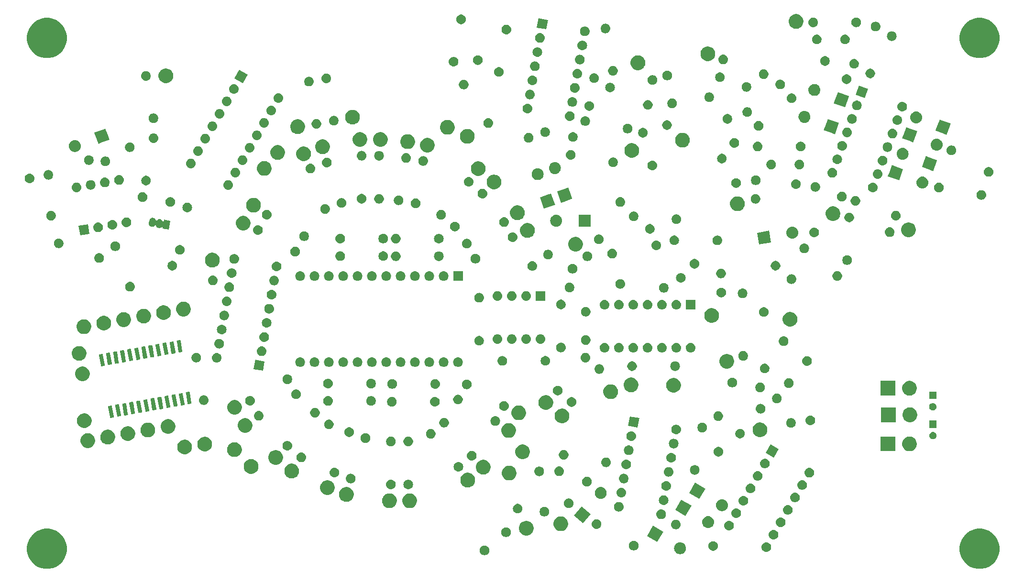
<source format=gbr>
G04 #@! TF.GenerationSoftware,KiCad,Pcbnew,(5.1.2-1)-1*
G04 #@! TF.CreationDate,2021-05-12T23:50:41-04:00*
G04 #@! TF.ProjectId,Sequencer - MFOS,53657175-656e-4636-9572-202d204d464f,rev?*
G04 #@! TF.SameCoordinates,Original*
G04 #@! TF.FileFunction,Soldermask,Top*
G04 #@! TF.FilePolarity,Negative*
%FSLAX46Y46*%
G04 Gerber Fmt 4.6, Leading zero omitted, Abs format (unit mm)*
G04 Created by KiCad (PCBNEW (5.1.2-1)-1) date 2021-05-12 23:50:41*
%MOMM*%
%LPD*%
G04 APERTURE LIST*
%ADD10C,0.100000*%
G04 APERTURE END LIST*
D10*
G36*
X183915787Y-104789462D02*
G01*
X184103535Y-104867230D01*
X184562029Y-105057144D01*
X185143631Y-105445758D01*
X185638242Y-105940369D01*
X186026856Y-106521971D01*
X186205083Y-106952250D01*
X186294538Y-107168213D01*
X186431000Y-107854256D01*
X186431000Y-108553744D01*
X186294538Y-109239787D01*
X186294537Y-109239789D01*
X186026856Y-109886029D01*
X185638242Y-110467631D01*
X185143631Y-110962242D01*
X184562029Y-111350856D01*
X184105068Y-111540135D01*
X183915787Y-111618538D01*
X183229744Y-111755000D01*
X182530256Y-111755000D01*
X181844213Y-111618538D01*
X181654932Y-111540135D01*
X181197971Y-111350856D01*
X180616369Y-110962242D01*
X180121758Y-110467631D01*
X179733144Y-109886029D01*
X179465463Y-109239789D01*
X179465462Y-109239787D01*
X179329000Y-108553744D01*
X179329000Y-107854256D01*
X179465462Y-107168213D01*
X179554917Y-106952250D01*
X179733144Y-106521971D01*
X180121758Y-105940369D01*
X180616369Y-105445758D01*
X181197971Y-105057144D01*
X181656465Y-104867230D01*
X181844213Y-104789462D01*
X182530256Y-104653000D01*
X183229744Y-104653000D01*
X183915787Y-104789462D01*
X183915787Y-104789462D01*
G37*
G36*
X18815787Y-104789462D02*
G01*
X19003535Y-104867230D01*
X19462029Y-105057144D01*
X20043631Y-105445758D01*
X20538242Y-105940369D01*
X20926856Y-106521971D01*
X21105083Y-106952250D01*
X21194538Y-107168213D01*
X21331000Y-107854256D01*
X21331000Y-108553744D01*
X21194538Y-109239787D01*
X21194537Y-109239789D01*
X20926856Y-109886029D01*
X20538242Y-110467631D01*
X20043631Y-110962242D01*
X19462029Y-111350856D01*
X19005068Y-111540135D01*
X18815787Y-111618538D01*
X18129744Y-111755000D01*
X17430256Y-111755000D01*
X16744213Y-111618538D01*
X16554932Y-111540135D01*
X16097971Y-111350856D01*
X15516369Y-110962242D01*
X15021758Y-110467631D01*
X14633144Y-109886029D01*
X14365463Y-109239789D01*
X14365462Y-109239787D01*
X14229000Y-108553744D01*
X14229000Y-107854256D01*
X14365462Y-107168213D01*
X14454917Y-106952250D01*
X14633144Y-106521971D01*
X15021758Y-105940369D01*
X15516369Y-105445758D01*
X16097971Y-105057144D01*
X16556465Y-104867230D01*
X16744213Y-104789462D01*
X17430256Y-104653000D01*
X18129744Y-104653000D01*
X18815787Y-104789462D01*
X18815787Y-104789462D01*
G37*
G36*
X95480638Y-107669616D02*
G01*
X95635510Y-107733766D01*
X95774891Y-107826898D01*
X95893425Y-107945432D01*
X95986557Y-108084813D01*
X96050707Y-108239685D01*
X96083410Y-108404097D01*
X96083410Y-108571729D01*
X96050707Y-108736141D01*
X95986557Y-108891013D01*
X95893425Y-109030394D01*
X95774891Y-109148928D01*
X95635510Y-109242060D01*
X95480638Y-109306210D01*
X95316226Y-109338913D01*
X95148594Y-109338913D01*
X94984182Y-109306210D01*
X94829310Y-109242060D01*
X94689929Y-109148928D01*
X94571395Y-109030394D01*
X94478263Y-108891013D01*
X94414113Y-108736141D01*
X94381410Y-108571729D01*
X94381410Y-108404097D01*
X94414113Y-108239685D01*
X94478263Y-108084813D01*
X94571395Y-107945432D01*
X94689929Y-107826898D01*
X94829310Y-107733766D01*
X94984182Y-107669616D01*
X95148594Y-107636913D01*
X95316226Y-107636913D01*
X95480638Y-107669616D01*
X95480638Y-107669616D01*
G37*
G36*
X129967025Y-107058091D02*
G01*
X130069960Y-107068229D01*
X130266696Y-107127909D01*
X130268077Y-107128328D01*
X130334659Y-107163917D01*
X130450657Y-107225919D01*
X130610693Y-107357257D01*
X130742031Y-107517293D01*
X130781263Y-107590692D01*
X130839622Y-107699873D01*
X130839623Y-107699876D01*
X130899721Y-107897990D01*
X130920013Y-108104022D01*
X130899721Y-108310054D01*
X130853174Y-108463497D01*
X130839622Y-108508171D01*
X130813309Y-108557398D01*
X130742031Y-108690751D01*
X130610693Y-108850787D01*
X130450657Y-108982125D01*
X130364903Y-109027961D01*
X130268077Y-109079716D01*
X130268074Y-109079717D01*
X130069960Y-109139815D01*
X129967025Y-109149953D01*
X129915559Y-109155022D01*
X129812297Y-109155022D01*
X129760831Y-109149953D01*
X129657896Y-109139815D01*
X129459782Y-109079717D01*
X129459779Y-109079716D01*
X129362953Y-109027961D01*
X129277199Y-108982125D01*
X129117163Y-108850787D01*
X128985825Y-108690751D01*
X128914547Y-108557398D01*
X128888234Y-108508171D01*
X128874682Y-108463497D01*
X128828135Y-108310054D01*
X128807843Y-108104022D01*
X128828135Y-107897990D01*
X128888233Y-107699876D01*
X128888234Y-107699873D01*
X128946593Y-107590692D01*
X128985825Y-107517293D01*
X129117163Y-107357257D01*
X129277199Y-107225919D01*
X129393197Y-107163917D01*
X129459779Y-107128328D01*
X129461160Y-107127909D01*
X129657896Y-107068229D01*
X129760831Y-107058091D01*
X129812297Y-107053022D01*
X129915559Y-107053022D01*
X129967025Y-107058091D01*
X129967025Y-107058091D01*
G37*
G36*
X145299800Y-107079247D02*
G01*
X145460219Y-107127910D01*
X145592883Y-107198820D01*
X145608055Y-107206930D01*
X145737636Y-107313275D01*
X145843981Y-107442856D01*
X145843982Y-107442858D01*
X145923001Y-107590692D01*
X145971664Y-107751111D01*
X145988094Y-107917934D01*
X145971664Y-108084757D01*
X145923001Y-108245176D01*
X145890375Y-108306215D01*
X145843981Y-108393012D01*
X145737636Y-108522593D01*
X145608055Y-108628938D01*
X145608053Y-108628939D01*
X145460219Y-108707958D01*
X145299800Y-108756621D01*
X145174781Y-108768934D01*
X145091173Y-108768934D01*
X144966154Y-108756621D01*
X144805735Y-108707958D01*
X144657901Y-108628939D01*
X144657899Y-108628938D01*
X144528318Y-108522593D01*
X144421973Y-108393012D01*
X144375579Y-108306215D01*
X144342953Y-108245176D01*
X144294290Y-108084757D01*
X144277860Y-107917934D01*
X144294290Y-107751111D01*
X144342953Y-107590692D01*
X144421972Y-107442858D01*
X144421973Y-107442856D01*
X144528318Y-107313275D01*
X144657899Y-107206930D01*
X144673071Y-107198820D01*
X144805735Y-107127910D01*
X144966154Y-107079247D01*
X145091173Y-107066934D01*
X145174781Y-107066934D01*
X145299800Y-107079247D01*
X145299800Y-107079247D01*
G37*
G36*
X135961220Y-106888101D02*
G01*
X136116092Y-106952251D01*
X136255473Y-107045383D01*
X136374007Y-107163917D01*
X136467139Y-107303298D01*
X136531289Y-107458170D01*
X136563992Y-107622582D01*
X136563992Y-107790214D01*
X136531289Y-107954626D01*
X136467139Y-108109498D01*
X136374007Y-108248879D01*
X136255473Y-108367413D01*
X136116092Y-108460545D01*
X135961220Y-108524695D01*
X135796808Y-108557398D01*
X135629176Y-108557398D01*
X135464764Y-108524695D01*
X135309892Y-108460545D01*
X135170511Y-108367413D01*
X135051977Y-108248879D01*
X134958845Y-108109498D01*
X134894695Y-107954626D01*
X134861992Y-107790214D01*
X134861992Y-107622582D01*
X134894695Y-107458170D01*
X134958845Y-107303298D01*
X135051977Y-107163917D01*
X135170511Y-107045383D01*
X135309892Y-106952251D01*
X135464764Y-106888101D01*
X135629176Y-106855398D01*
X135796808Y-106855398D01*
X135961220Y-106888101D01*
X135961220Y-106888101D01*
G37*
G36*
X121914228Y-106826903D02*
G01*
X122069100Y-106891053D01*
X122208481Y-106984185D01*
X122327015Y-107102719D01*
X122420147Y-107242100D01*
X122484297Y-107396972D01*
X122517000Y-107561384D01*
X122517000Y-107729016D01*
X122484297Y-107893428D01*
X122420147Y-108048300D01*
X122327015Y-108187681D01*
X122208481Y-108306215D01*
X122069100Y-108399347D01*
X121914228Y-108463497D01*
X121749816Y-108496200D01*
X121582184Y-108496200D01*
X121417772Y-108463497D01*
X121262900Y-108399347D01*
X121123519Y-108306215D01*
X121004985Y-108187681D01*
X120911853Y-108048300D01*
X120847703Y-107893428D01*
X120815000Y-107729016D01*
X120815000Y-107561384D01*
X120847703Y-107396972D01*
X120911853Y-107242100D01*
X121004985Y-107102719D01*
X121123519Y-106984185D01*
X121262900Y-106891053D01*
X121417772Y-106826903D01*
X121582184Y-106794200D01*
X121749816Y-106794200D01*
X121914228Y-106826903D01*
X121914228Y-106826903D01*
G37*
G36*
X126900213Y-105179329D02*
G01*
X125849212Y-106999716D01*
X124028825Y-105948715D01*
X125079826Y-104128328D01*
X126900213Y-105179329D01*
X126900213Y-105179329D01*
G37*
G36*
X146569800Y-104879543D02*
G01*
X146730219Y-104928206D01*
X146862883Y-104999116D01*
X146878055Y-105007226D01*
X147007636Y-105113571D01*
X147113981Y-105243152D01*
X147113982Y-105243154D01*
X147193001Y-105390988D01*
X147241664Y-105551407D01*
X147258094Y-105718230D01*
X147241664Y-105885053D01*
X147193001Y-106045472D01*
X147122091Y-106178136D01*
X147113981Y-106193308D01*
X147007636Y-106322889D01*
X146878055Y-106429234D01*
X146878053Y-106429235D01*
X146730219Y-106508254D01*
X146569800Y-106556917D01*
X146444781Y-106569230D01*
X146361173Y-106569230D01*
X146236154Y-106556917D01*
X146075735Y-106508254D01*
X145927901Y-106429235D01*
X145927899Y-106429234D01*
X145798318Y-106322889D01*
X145691973Y-106193308D01*
X145683863Y-106178136D01*
X145612953Y-106045472D01*
X145564290Y-105885053D01*
X145547860Y-105718230D01*
X145564290Y-105551407D01*
X145612953Y-105390988D01*
X145691972Y-105243154D01*
X145691973Y-105243152D01*
X145798318Y-105113571D01*
X145927899Y-105007226D01*
X145943071Y-104999116D01*
X146075735Y-104928206D01*
X146236154Y-104879543D01*
X146361173Y-104867230D01*
X146444781Y-104867230D01*
X146569800Y-104879543D01*
X146569800Y-104879543D01*
G37*
G36*
X99310860Y-104455678D02*
G01*
X99465732Y-104519828D01*
X99605113Y-104612960D01*
X99723647Y-104731494D01*
X99816779Y-104870875D01*
X99880929Y-105025747D01*
X99913632Y-105190159D01*
X99913632Y-105357791D01*
X99880929Y-105522203D01*
X99816779Y-105677075D01*
X99723647Y-105816456D01*
X99605113Y-105934990D01*
X99465732Y-106028122D01*
X99310860Y-106092272D01*
X99146448Y-106124975D01*
X98978816Y-106124975D01*
X98814404Y-106092272D01*
X98659532Y-106028122D01*
X98520151Y-105934990D01*
X98401617Y-105816456D01*
X98308485Y-105677075D01*
X98244335Y-105522203D01*
X98211632Y-105357791D01*
X98211632Y-105190159D01*
X98244335Y-105025747D01*
X98308485Y-104870875D01*
X98401617Y-104731494D01*
X98520151Y-104612960D01*
X98659532Y-104519828D01*
X98814404Y-104455678D01*
X98978816Y-104422975D01*
X99146448Y-104422975D01*
X99310860Y-104455678D01*
X99310860Y-104455678D01*
G37*
G36*
X103017288Y-103300550D02*
G01*
X103249969Y-103396930D01*
X103253998Y-103398599D01*
X103467030Y-103540942D01*
X103648199Y-103722111D01*
X103790542Y-103935143D01*
X103790543Y-103935145D01*
X103888591Y-104171853D01*
X103938575Y-104423139D01*
X103938575Y-104679353D01*
X103888591Y-104930639D01*
X103812818Y-105113571D01*
X103790542Y-105167349D01*
X103648199Y-105380381D01*
X103467030Y-105561550D01*
X103253998Y-105703893D01*
X103253997Y-105703894D01*
X103253996Y-105703894D01*
X103017288Y-105801942D01*
X102766002Y-105851926D01*
X102509788Y-105851926D01*
X102258502Y-105801942D01*
X102021794Y-105703894D01*
X102021793Y-105703894D01*
X102021792Y-105703893D01*
X101808760Y-105561550D01*
X101627591Y-105380381D01*
X101485248Y-105167349D01*
X101462972Y-105113571D01*
X101387199Y-104930639D01*
X101337215Y-104679353D01*
X101337215Y-104423139D01*
X101387199Y-104171853D01*
X101485247Y-103935145D01*
X101485248Y-103935143D01*
X101627591Y-103722111D01*
X101808760Y-103540942D01*
X102021792Y-103398599D01*
X102025821Y-103396930D01*
X102258502Y-103300550D01*
X102509788Y-103250566D01*
X102766002Y-103250566D01*
X103017288Y-103300550D01*
X103017288Y-103300550D01*
G37*
G36*
X109126313Y-102518607D02*
G01*
X109342186Y-102608025D01*
X109363023Y-102616656D01*
X109576055Y-102758999D01*
X109757224Y-102940168D01*
X109880187Y-103124196D01*
X109899568Y-103153202D01*
X109997616Y-103389910D01*
X110047600Y-103641196D01*
X110047600Y-103897410D01*
X109997616Y-104148696D01*
X109908338Y-104364231D01*
X109899567Y-104385406D01*
X109757224Y-104598438D01*
X109576055Y-104779607D01*
X109363023Y-104921950D01*
X109363022Y-104921951D01*
X109363021Y-104921951D01*
X109126313Y-105019999D01*
X108875027Y-105069983D01*
X108618813Y-105069983D01*
X108367527Y-105019999D01*
X108130819Y-104921951D01*
X108130818Y-104921951D01*
X108130817Y-104921950D01*
X107917785Y-104779607D01*
X107736616Y-104598438D01*
X107594273Y-104385406D01*
X107585502Y-104364231D01*
X107496224Y-104148696D01*
X107446240Y-103897410D01*
X107446240Y-103641196D01*
X107496224Y-103389910D01*
X107594272Y-103153202D01*
X107613653Y-103124196D01*
X107736616Y-102940168D01*
X107917785Y-102758999D01*
X108130817Y-102616656D01*
X108151654Y-102608025D01*
X108367527Y-102518607D01*
X108618813Y-102468623D01*
X108875027Y-102468623D01*
X109126313Y-102518607D01*
X109126313Y-102518607D01*
G37*
G36*
X138700686Y-103269247D02*
G01*
X138861105Y-103317910D01*
X138993769Y-103388820D01*
X139008941Y-103396930D01*
X139138522Y-103503275D01*
X139244867Y-103632856D01*
X139244868Y-103632858D01*
X139323887Y-103780692D01*
X139372550Y-103941111D01*
X139388980Y-104107934D01*
X139372550Y-104274757D01*
X139323887Y-104435176D01*
X139277521Y-104521921D01*
X139244867Y-104583012D01*
X139138522Y-104712593D01*
X139008941Y-104818938D01*
X139008939Y-104818939D01*
X138861105Y-104897958D01*
X138700686Y-104946621D01*
X138575667Y-104958934D01*
X138492059Y-104958934D01*
X138367040Y-104946621D01*
X138206621Y-104897958D01*
X138058787Y-104818939D01*
X138058785Y-104818938D01*
X137929204Y-104712593D01*
X137822859Y-104583012D01*
X137790205Y-104521921D01*
X137743839Y-104435176D01*
X137695176Y-104274757D01*
X137678746Y-104107934D01*
X137695176Y-103941111D01*
X137743839Y-103780692D01*
X137822858Y-103632858D01*
X137822859Y-103632856D01*
X137929204Y-103503275D01*
X138058785Y-103396930D01*
X138073957Y-103388820D01*
X138206621Y-103317910D01*
X138367040Y-103269247D01*
X138492059Y-103256934D01*
X138575667Y-103256934D01*
X138700686Y-103269247D01*
X138700686Y-103269247D01*
G37*
G36*
X129280701Y-103057711D02*
G01*
X129441120Y-103106374D01*
X129528725Y-103153200D01*
X129588956Y-103185394D01*
X129718537Y-103291739D01*
X129824882Y-103421320D01*
X129824883Y-103421322D01*
X129903902Y-103569156D01*
X129952565Y-103729575D01*
X129968995Y-103896398D01*
X129952565Y-104063221D01*
X129903902Y-104223640D01*
X129857594Y-104310276D01*
X129824882Y-104371476D01*
X129718537Y-104501057D01*
X129588956Y-104607402D01*
X129588954Y-104607403D01*
X129441120Y-104686422D01*
X129280701Y-104735085D01*
X129155682Y-104747398D01*
X129072074Y-104747398D01*
X128947055Y-104735085D01*
X128786636Y-104686422D01*
X128638802Y-104607403D01*
X128638800Y-104607402D01*
X128509219Y-104501057D01*
X128402874Y-104371476D01*
X128370162Y-104310276D01*
X128323854Y-104223640D01*
X128275191Y-104063221D01*
X128258761Y-103896398D01*
X128275191Y-103729575D01*
X128323854Y-103569156D01*
X128402873Y-103421322D01*
X128402874Y-103421320D01*
X128509219Y-103291739D01*
X128638800Y-103185394D01*
X128699031Y-103153200D01*
X128786636Y-103106374D01*
X128947055Y-103057711D01*
X129072074Y-103045398D01*
X129155682Y-103045398D01*
X129280701Y-103057711D01*
X129280701Y-103057711D01*
G37*
G36*
X115233709Y-102996513D02*
G01*
X115364266Y-103036117D01*
X115388429Y-103043447D01*
X115394128Y-103045176D01*
X115462981Y-103081979D01*
X115541964Y-103124196D01*
X115671545Y-103230541D01*
X115777890Y-103360122D01*
X115777891Y-103360124D01*
X115856910Y-103507958D01*
X115856911Y-103507961D01*
X115865969Y-103537820D01*
X115905573Y-103668377D01*
X115922003Y-103835200D01*
X115905573Y-104002023D01*
X115856910Y-104162442D01*
X115819253Y-104232893D01*
X115777890Y-104310278D01*
X115671545Y-104439859D01*
X115541964Y-104546204D01*
X115541962Y-104546205D01*
X115394128Y-104625224D01*
X115233709Y-104673887D01*
X115108690Y-104686200D01*
X115025082Y-104686200D01*
X114900063Y-104673887D01*
X114739644Y-104625224D01*
X114591810Y-104546205D01*
X114591808Y-104546204D01*
X114462227Y-104439859D01*
X114355882Y-104310278D01*
X114314519Y-104232893D01*
X114276862Y-104162442D01*
X114228199Y-104002023D01*
X114211769Y-103835200D01*
X114228199Y-103668377D01*
X114267803Y-103537820D01*
X114276861Y-103507961D01*
X114276862Y-103507958D01*
X114355881Y-103360124D01*
X114355882Y-103360122D01*
X114462227Y-103230541D01*
X114591808Y-103124196D01*
X114670791Y-103081979D01*
X114739644Y-103045176D01*
X114745344Y-103043447D01*
X114769506Y-103036117D01*
X114900063Y-102996513D01*
X115025082Y-102984200D01*
X115108690Y-102984200D01*
X115233709Y-102996513D01*
X115233709Y-102996513D01*
G37*
G36*
X134933767Y-102440197D02*
G01*
X135036702Y-102450335D01*
X135234816Y-102510433D01*
X135234819Y-102510434D01*
X135331436Y-102562077D01*
X135417399Y-102608025D01*
X135577435Y-102739363D01*
X135708773Y-102899399D01*
X135729406Y-102938001D01*
X135806364Y-103081979D01*
X135806365Y-103081982D01*
X135866463Y-103280096D01*
X135886755Y-103486128D01*
X135866463Y-103692160D01*
X135819867Y-103845764D01*
X135806364Y-103890277D01*
X135754609Y-103987103D01*
X135708773Y-104072857D01*
X135577435Y-104232893D01*
X135417399Y-104364231D01*
X135377783Y-104385406D01*
X135234819Y-104461822D01*
X135234816Y-104461823D01*
X135036702Y-104521921D01*
X134933767Y-104532059D01*
X134882301Y-104537128D01*
X134779039Y-104537128D01*
X134727573Y-104532059D01*
X134624638Y-104521921D01*
X134426524Y-104461823D01*
X134426521Y-104461822D01*
X134283557Y-104385406D01*
X134243941Y-104364231D01*
X134083905Y-104232893D01*
X133952567Y-104072857D01*
X133906731Y-103987103D01*
X133854976Y-103890277D01*
X133841473Y-103845764D01*
X133794877Y-103692160D01*
X133774585Y-103486128D01*
X133794877Y-103280096D01*
X133854975Y-103081982D01*
X133854976Y-103081979D01*
X133931934Y-102938001D01*
X133952567Y-102899399D01*
X134083905Y-102739363D01*
X134243941Y-102608025D01*
X134329904Y-102562077D01*
X134426521Y-102510434D01*
X134426524Y-102510433D01*
X134624638Y-102450335D01*
X134727573Y-102440197D01*
X134779039Y-102435128D01*
X134882301Y-102435128D01*
X134933767Y-102440197D01*
X134933767Y-102440197D01*
G37*
G36*
X147839800Y-102679838D02*
G01*
X148000219Y-102728501D01*
X148130252Y-102798005D01*
X148148055Y-102807521D01*
X148277636Y-102913866D01*
X148383981Y-103043447D01*
X148383982Y-103043449D01*
X148463001Y-103191283D01*
X148511664Y-103351702D01*
X148528094Y-103518525D01*
X148511664Y-103685348D01*
X148472060Y-103815905D01*
X148466207Y-103835200D01*
X148463001Y-103845767D01*
X148392091Y-103978431D01*
X148383981Y-103993603D01*
X148277636Y-104123184D01*
X148148055Y-104229529D01*
X148148053Y-104229530D01*
X148000219Y-104308549D01*
X148000216Y-104308550D01*
X147970357Y-104317608D01*
X147839800Y-104357212D01*
X147714781Y-104369525D01*
X147631173Y-104369525D01*
X147506154Y-104357212D01*
X147375597Y-104317608D01*
X147345738Y-104308550D01*
X147345735Y-104308549D01*
X147197901Y-104229530D01*
X147197899Y-104229529D01*
X147068318Y-104123184D01*
X146961973Y-103993603D01*
X146953863Y-103978431D01*
X146882953Y-103845767D01*
X146879748Y-103835200D01*
X146873894Y-103815905D01*
X146834290Y-103685348D01*
X146817860Y-103518525D01*
X146834290Y-103351702D01*
X146882953Y-103191283D01*
X146961972Y-103043449D01*
X146961973Y-103043447D01*
X147068318Y-102913866D01*
X147197899Y-102807521D01*
X147215702Y-102798005D01*
X147345735Y-102728501D01*
X147506154Y-102679838D01*
X147631173Y-102667525D01*
X147714781Y-102667525D01*
X147839800Y-102679838D01*
X147839800Y-102679838D01*
G37*
G36*
X114030909Y-102081437D02*
G01*
X112679770Y-103691662D01*
X111069545Y-102340523D01*
X112420684Y-100730298D01*
X114030909Y-102081437D01*
X114030909Y-102081437D01*
G37*
G36*
X126682894Y-101248314D02*
G01*
X126843313Y-101296977D01*
X126962212Y-101360530D01*
X126991149Y-101375997D01*
X127120730Y-101482342D01*
X127227075Y-101611923D01*
X127227076Y-101611925D01*
X127306095Y-101759759D01*
X127354758Y-101920178D01*
X127371188Y-102087001D01*
X127354758Y-102253824D01*
X127306095Y-102414243D01*
X127250311Y-102518607D01*
X127227075Y-102562079D01*
X127120730Y-102691660D01*
X126991149Y-102798005D01*
X126991147Y-102798006D01*
X126843313Y-102877025D01*
X126682894Y-102925688D01*
X126557875Y-102938001D01*
X126474267Y-102938001D01*
X126349248Y-102925688D01*
X126188829Y-102877025D01*
X126040995Y-102798006D01*
X126040993Y-102798005D01*
X125911412Y-102691660D01*
X125805067Y-102562079D01*
X125781831Y-102518607D01*
X125726047Y-102414243D01*
X125677384Y-102253824D01*
X125660954Y-102087001D01*
X125677384Y-101920178D01*
X125726047Y-101759759D01*
X125805066Y-101611925D01*
X125805067Y-101611923D01*
X125911412Y-101482342D01*
X126040993Y-101375997D01*
X126069930Y-101360530D01*
X126188829Y-101296977D01*
X126349248Y-101248314D01*
X126474267Y-101236001D01*
X126557875Y-101236001D01*
X126682894Y-101248314D01*
X126682894Y-101248314D01*
G37*
G36*
X139970686Y-101069543D02*
G01*
X140131105Y-101118206D01*
X140263769Y-101189116D01*
X140278941Y-101197226D01*
X140408522Y-101303571D01*
X140514867Y-101433152D01*
X140514868Y-101433154D01*
X140593887Y-101580988D01*
X140642550Y-101741407D01*
X140658980Y-101908230D01*
X140642550Y-102075053D01*
X140593887Y-102235472D01*
X140537736Y-102340523D01*
X140514867Y-102383308D01*
X140408522Y-102512889D01*
X140278941Y-102619234D01*
X140278939Y-102619235D01*
X140131105Y-102698254D01*
X139970686Y-102746917D01*
X139845667Y-102759230D01*
X139762059Y-102759230D01*
X139637040Y-102746917D01*
X139476621Y-102698254D01*
X139328787Y-102619235D01*
X139328785Y-102619234D01*
X139199204Y-102512889D01*
X139092859Y-102383308D01*
X139069990Y-102340523D01*
X139013839Y-102235472D01*
X138965176Y-102075053D01*
X138948746Y-101908230D01*
X138965176Y-101741407D01*
X139013839Y-101580988D01*
X139092858Y-101433154D01*
X139092859Y-101433152D01*
X139199204Y-101303571D01*
X139328785Y-101197226D01*
X139343957Y-101189116D01*
X139476621Y-101118206D01*
X139637040Y-101069543D01*
X139762059Y-101057230D01*
X139845667Y-101057230D01*
X139970686Y-101069543D01*
X139970686Y-101069543D01*
G37*
G36*
X106096770Y-100808352D02*
G01*
X106251642Y-100872502D01*
X106391023Y-100965634D01*
X106509557Y-101084168D01*
X106602689Y-101223549D01*
X106666839Y-101378421D01*
X106699542Y-101542833D01*
X106699542Y-101710465D01*
X106666839Y-101874877D01*
X106602689Y-102029749D01*
X106509557Y-102169130D01*
X106391023Y-102287664D01*
X106251642Y-102380796D01*
X106096770Y-102444946D01*
X105932358Y-102477649D01*
X105764726Y-102477649D01*
X105600314Y-102444946D01*
X105445442Y-102380796D01*
X105306061Y-102287664D01*
X105187527Y-102169130D01*
X105094395Y-102029749D01*
X105030245Y-101874877D01*
X104997542Y-101710465D01*
X104997542Y-101542833D01*
X105030245Y-101378421D01*
X105094395Y-101223549D01*
X105187527Y-101084168D01*
X105306061Y-100965634D01*
X105445442Y-100872502D01*
X105600314Y-100808352D01*
X105764726Y-100775649D01*
X105932358Y-100775649D01*
X106096770Y-100808352D01*
X106096770Y-100808352D01*
G37*
G36*
X131866955Y-100561435D02*
G01*
X130815954Y-102381822D01*
X128995567Y-101330821D01*
X130046568Y-99510434D01*
X131866955Y-100561435D01*
X131866955Y-100561435D01*
G37*
G36*
X149109800Y-100480134D02*
G01*
X149270219Y-100528797D01*
X149331280Y-100561435D01*
X149418055Y-100607817D01*
X149547636Y-100714162D01*
X149653981Y-100843743D01*
X149656068Y-100847647D01*
X149733001Y-100991579D01*
X149781664Y-101151998D01*
X149798094Y-101318821D01*
X149781664Y-101485644D01*
X149733001Y-101646063D01*
X149662091Y-101778727D01*
X149653981Y-101793899D01*
X149547636Y-101923480D01*
X149418055Y-102029825D01*
X149418053Y-102029826D01*
X149270219Y-102108845D01*
X149109800Y-102157508D01*
X148984781Y-102169821D01*
X148901173Y-102169821D01*
X148776154Y-102157508D01*
X148615735Y-102108845D01*
X148467901Y-102029826D01*
X148467899Y-102029825D01*
X148338318Y-101923480D01*
X148231973Y-101793899D01*
X148223863Y-101778727D01*
X148152953Y-101646063D01*
X148104290Y-101485644D01*
X148087860Y-101318821D01*
X148104290Y-101151998D01*
X148152953Y-100991579D01*
X148229886Y-100847647D01*
X148231973Y-100843743D01*
X148338318Y-100714162D01*
X148467899Y-100607817D01*
X148554674Y-100561435D01*
X148615735Y-100528797D01*
X148776154Y-100480134D01*
X148901173Y-100467821D01*
X148984781Y-100467821D01*
X149109800Y-100480134D01*
X149109800Y-100480134D01*
G37*
G36*
X101365628Y-100273703D02*
G01*
X101520500Y-100337853D01*
X101659881Y-100430985D01*
X101778415Y-100549519D01*
X101871547Y-100688900D01*
X101935697Y-100843772D01*
X101968400Y-101008184D01*
X101968400Y-101175816D01*
X101935697Y-101340228D01*
X101871547Y-101495100D01*
X101778415Y-101634481D01*
X101659881Y-101753015D01*
X101520500Y-101846147D01*
X101365628Y-101910297D01*
X101201216Y-101943000D01*
X101033584Y-101943000D01*
X100869172Y-101910297D01*
X100714300Y-101846147D01*
X100574919Y-101753015D01*
X100456385Y-101634481D01*
X100363253Y-101495100D01*
X100299103Y-101340228D01*
X100266400Y-101175816D01*
X100266400Y-101008184D01*
X100299103Y-100843772D01*
X100363253Y-100688900D01*
X100456385Y-100549519D01*
X100574919Y-100430985D01*
X100714300Y-100337853D01*
X100869172Y-100273703D01*
X101033584Y-100241000D01*
X101201216Y-100241000D01*
X101365628Y-100273703D01*
X101365628Y-100273703D01*
G37*
G36*
X119178659Y-99925115D02*
G01*
X119339078Y-99973778D01*
X119455051Y-100035767D01*
X119486914Y-100052798D01*
X119616495Y-100159143D01*
X119722840Y-100288724D01*
X119722841Y-100288726D01*
X119801860Y-100436560D01*
X119850523Y-100596979D01*
X119866953Y-100763802D01*
X119850523Y-100930625D01*
X119801860Y-101091044D01*
X119769280Y-101151996D01*
X119722840Y-101238880D01*
X119616495Y-101368461D01*
X119486914Y-101474806D01*
X119486912Y-101474807D01*
X119339078Y-101553826D01*
X119178659Y-101602489D01*
X119053640Y-101614802D01*
X118970032Y-101614802D01*
X118845013Y-101602489D01*
X118684594Y-101553826D01*
X118536760Y-101474807D01*
X118536758Y-101474806D01*
X118407177Y-101368461D01*
X118300832Y-101238880D01*
X118254392Y-101151996D01*
X118221812Y-101091044D01*
X118173149Y-100930625D01*
X118156719Y-100763802D01*
X118173149Y-100596979D01*
X118221812Y-100436560D01*
X118300831Y-100288726D01*
X118300832Y-100288724D01*
X118407177Y-100159143D01*
X118536758Y-100052798D01*
X118568621Y-100035767D01*
X118684594Y-99973778D01*
X118845013Y-99925115D01*
X118970032Y-99912802D01*
X119053640Y-99912802D01*
X119178659Y-99925115D01*
X119178659Y-99925115D01*
G37*
G36*
X137386598Y-99436496D02*
G01*
X137489533Y-99446634D01*
X137629951Y-99489230D01*
X137687650Y-99506733D01*
X137753068Y-99541700D01*
X137870230Y-99604324D01*
X138030266Y-99735662D01*
X138161604Y-99895698D01*
X138201381Y-99970116D01*
X138259195Y-100078278D01*
X138259196Y-100078281D01*
X138319294Y-100276395D01*
X138339586Y-100482427D01*
X138319294Y-100688459D01*
X138272188Y-100843745D01*
X138259195Y-100886576D01*
X138216937Y-100965634D01*
X138161604Y-101069156D01*
X138030266Y-101229192D01*
X137870230Y-101360530D01*
X137784476Y-101406366D01*
X137687650Y-101458121D01*
X137687647Y-101458122D01*
X137489533Y-101518220D01*
X137386598Y-101528358D01*
X137335132Y-101533427D01*
X137231870Y-101533427D01*
X137180404Y-101528358D01*
X137077469Y-101518220D01*
X136879355Y-101458122D01*
X136879352Y-101458121D01*
X136782526Y-101406366D01*
X136696772Y-101360530D01*
X136536736Y-101229192D01*
X136405398Y-101069156D01*
X136350065Y-100965634D01*
X136307807Y-100886576D01*
X136294814Y-100843745D01*
X136247708Y-100688459D01*
X136227416Y-100482427D01*
X136247708Y-100276395D01*
X136307806Y-100078281D01*
X136307807Y-100078278D01*
X136365621Y-99970116D01*
X136405398Y-99895698D01*
X136536736Y-99735662D01*
X136696772Y-99604324D01*
X136813934Y-99541700D01*
X136879352Y-99506733D01*
X136937051Y-99489230D01*
X137077469Y-99446634D01*
X137180404Y-99436496D01*
X137231870Y-99431427D01*
X137335132Y-99431427D01*
X137386598Y-99436496D01*
X137386598Y-99436496D01*
G37*
G36*
X110404681Y-99331948D02*
G01*
X110559553Y-99396098D01*
X110698934Y-99489230D01*
X110817468Y-99607764D01*
X110910600Y-99747145D01*
X110974750Y-99902017D01*
X111007453Y-100066429D01*
X111007453Y-100234061D01*
X110974750Y-100398473D01*
X110910600Y-100553345D01*
X110817468Y-100692726D01*
X110698934Y-100811260D01*
X110559553Y-100904392D01*
X110404681Y-100968542D01*
X110240269Y-101001245D01*
X110072637Y-101001245D01*
X109908225Y-100968542D01*
X109753353Y-100904392D01*
X109613972Y-100811260D01*
X109495438Y-100692726D01*
X109402306Y-100553345D01*
X109338156Y-100398473D01*
X109305453Y-100234061D01*
X109305453Y-100066429D01*
X109338156Y-99902017D01*
X109402306Y-99747145D01*
X109495438Y-99607764D01*
X109613972Y-99489230D01*
X109753353Y-99396098D01*
X109908225Y-99331948D01*
X110072637Y-99299245D01*
X110240269Y-99299245D01*
X110404681Y-99331948D01*
X110404681Y-99331948D01*
G37*
G36*
X82370593Y-98444304D02*
G01*
X82566626Y-98525504D01*
X82607303Y-98542353D01*
X82820335Y-98684696D01*
X83001504Y-98865865D01*
X83126152Y-99052415D01*
X83143848Y-99078899D01*
X83241896Y-99315607D01*
X83291880Y-99566893D01*
X83291880Y-99823107D01*
X83241896Y-100074393D01*
X83143848Y-100311101D01*
X83143847Y-100311103D01*
X83001504Y-100524135D01*
X82820335Y-100705304D01*
X82607303Y-100847647D01*
X82607302Y-100847648D01*
X82607301Y-100847648D01*
X82370593Y-100945696D01*
X82119307Y-100995680D01*
X81863093Y-100995680D01*
X81611807Y-100945696D01*
X81375099Y-100847648D01*
X81375098Y-100847648D01*
X81375097Y-100847647D01*
X81162065Y-100705304D01*
X80980896Y-100524135D01*
X80838553Y-100311103D01*
X80838552Y-100311101D01*
X80740504Y-100074393D01*
X80690520Y-99823107D01*
X80690520Y-99566893D01*
X80740504Y-99315607D01*
X80838552Y-99078899D01*
X80856248Y-99052415D01*
X80980896Y-98865865D01*
X81162065Y-98684696D01*
X81375097Y-98542353D01*
X81415774Y-98525504D01*
X81611807Y-98444304D01*
X81863093Y-98394320D01*
X82119307Y-98394320D01*
X82370593Y-98444304D01*
X82370593Y-98444304D01*
G37*
G36*
X78789193Y-98444304D02*
G01*
X78985226Y-98525504D01*
X79025903Y-98542353D01*
X79238935Y-98684696D01*
X79420104Y-98865865D01*
X79544752Y-99052415D01*
X79562448Y-99078899D01*
X79660496Y-99315607D01*
X79710480Y-99566893D01*
X79710480Y-99823107D01*
X79660496Y-100074393D01*
X79562448Y-100311101D01*
X79562447Y-100311103D01*
X79420104Y-100524135D01*
X79238935Y-100705304D01*
X79025903Y-100847647D01*
X79025902Y-100847648D01*
X79025901Y-100847648D01*
X78789193Y-100945696D01*
X78537907Y-100995680D01*
X78281693Y-100995680D01*
X78030407Y-100945696D01*
X77793699Y-100847648D01*
X77793698Y-100847648D01*
X77793697Y-100847647D01*
X77580665Y-100705304D01*
X77399496Y-100524135D01*
X77257153Y-100311103D01*
X77257152Y-100311101D01*
X77159104Y-100074393D01*
X77109120Y-99823107D01*
X77109120Y-99566893D01*
X77159104Y-99315607D01*
X77257152Y-99078899D01*
X77274848Y-99052415D01*
X77399496Y-98865865D01*
X77580665Y-98684696D01*
X77793697Y-98542353D01*
X77834374Y-98525504D01*
X78030407Y-98444304D01*
X78281693Y-98394320D01*
X78537907Y-98394320D01*
X78789193Y-98444304D01*
X78789193Y-98444304D01*
G37*
G36*
X141240686Y-98869838D02*
G01*
X141401105Y-98918501D01*
X141464325Y-98952293D01*
X141548941Y-98997521D01*
X141678522Y-99103866D01*
X141784867Y-99233447D01*
X141784868Y-99233449D01*
X141863887Y-99381283D01*
X141912550Y-99541702D01*
X141928980Y-99708525D01*
X141912550Y-99875348D01*
X141863887Y-100035767D01*
X141797941Y-100159143D01*
X141784867Y-100183603D01*
X141678522Y-100313184D01*
X141548941Y-100419529D01*
X141548939Y-100419530D01*
X141401105Y-100498549D01*
X141240686Y-100547212D01*
X141115667Y-100559525D01*
X141032059Y-100559525D01*
X140907040Y-100547212D01*
X140746621Y-100498549D01*
X140598787Y-100419530D01*
X140598785Y-100419529D01*
X140469204Y-100313184D01*
X140362859Y-100183603D01*
X140349785Y-100159143D01*
X140283839Y-100035767D01*
X140235176Y-99875348D01*
X140218746Y-99708525D01*
X140235176Y-99541702D01*
X140283839Y-99381283D01*
X140362858Y-99233449D01*
X140362859Y-99233447D01*
X140469204Y-99103866D01*
X140598785Y-98997521D01*
X140683401Y-98952293D01*
X140746621Y-98918501D01*
X140907040Y-98869838D01*
X141032059Y-98857525D01*
X141115667Y-98857525D01*
X141240686Y-98869838D01*
X141240686Y-98869838D01*
G37*
G36*
X127123960Y-98746903D02*
G01*
X127284379Y-98795566D01*
X127400296Y-98857525D01*
X127432215Y-98874586D01*
X127561796Y-98980931D01*
X127668141Y-99110512D01*
X127668142Y-99110514D01*
X127747161Y-99258348D01*
X127795824Y-99418767D01*
X127812254Y-99585590D01*
X127795824Y-99752413D01*
X127747161Y-99912832D01*
X127681452Y-100035764D01*
X127668141Y-100060668D01*
X127561796Y-100190249D01*
X127432215Y-100296594D01*
X127432213Y-100296595D01*
X127284379Y-100375614D01*
X127123960Y-100424277D01*
X126998941Y-100436590D01*
X126915333Y-100436590D01*
X126790314Y-100424277D01*
X126629895Y-100375614D01*
X126482061Y-100296595D01*
X126482059Y-100296594D01*
X126352478Y-100190249D01*
X126246133Y-100060668D01*
X126232822Y-100035764D01*
X126167113Y-99912832D01*
X126118450Y-99752413D01*
X126102020Y-99585590D01*
X126118450Y-99418767D01*
X126167113Y-99258348D01*
X126246132Y-99110514D01*
X126246133Y-99110512D01*
X126352478Y-98980931D01*
X126482059Y-98874586D01*
X126513978Y-98857525D01*
X126629895Y-98795566D01*
X126790314Y-98746903D01*
X126915333Y-98734590D01*
X126998941Y-98734590D01*
X127123960Y-98746903D01*
X127123960Y-98746903D01*
G37*
G36*
X150379800Y-98280429D02*
G01*
X150540219Y-98329092D01*
X150662252Y-98394320D01*
X150688055Y-98408112D01*
X150817636Y-98514457D01*
X150923981Y-98644038D01*
X150923982Y-98644040D01*
X151003001Y-98791874D01*
X151051664Y-98952293D01*
X151068094Y-99119116D01*
X151051664Y-99285939D01*
X151003001Y-99446358D01*
X150938574Y-99566893D01*
X150923981Y-99594194D01*
X150817636Y-99723775D01*
X150688055Y-99830120D01*
X150688053Y-99830121D01*
X150540219Y-99909140D01*
X150379800Y-99957803D01*
X150254781Y-99970116D01*
X150171173Y-99970116D01*
X150046154Y-99957803D01*
X149885735Y-99909140D01*
X149737901Y-99830121D01*
X149737899Y-99830120D01*
X149608318Y-99723775D01*
X149501973Y-99594194D01*
X149487380Y-99566893D01*
X149422953Y-99446358D01*
X149374290Y-99285939D01*
X149357860Y-99119116D01*
X149374290Y-98952293D01*
X149422953Y-98791874D01*
X149501972Y-98644040D01*
X149501973Y-98644038D01*
X149608318Y-98514457D01*
X149737899Y-98408112D01*
X149763702Y-98394320D01*
X149885735Y-98329092D01*
X150046154Y-98280429D01*
X150171173Y-98268116D01*
X150254781Y-98268116D01*
X150379800Y-98280429D01*
X150379800Y-98280429D01*
G37*
G36*
X71169193Y-97326704D02*
G01*
X71405901Y-97424752D01*
X71405903Y-97424753D01*
X71618935Y-97567096D01*
X71800104Y-97748265D01*
X71924995Y-97935178D01*
X71942448Y-97961299D01*
X72040496Y-98198007D01*
X72090480Y-98449293D01*
X72090480Y-98705507D01*
X72040496Y-98956793D01*
X71980731Y-99101077D01*
X71942447Y-99193503D01*
X71800104Y-99406535D01*
X71618935Y-99587704D01*
X71405903Y-99730047D01*
X71405902Y-99730048D01*
X71405901Y-99730048D01*
X71169193Y-99828096D01*
X70917907Y-99878080D01*
X70661693Y-99878080D01*
X70410407Y-99828096D01*
X70173699Y-99730048D01*
X70173698Y-99730048D01*
X70173697Y-99730047D01*
X69960665Y-99587704D01*
X69779496Y-99406535D01*
X69637153Y-99193503D01*
X69598869Y-99101077D01*
X69539104Y-98956793D01*
X69489120Y-98705507D01*
X69489120Y-98449293D01*
X69539104Y-98198007D01*
X69637152Y-97961299D01*
X69654605Y-97935178D01*
X69779496Y-97748265D01*
X69960665Y-97567096D01*
X70173697Y-97424753D01*
X70173699Y-97424752D01*
X70410407Y-97326704D01*
X70661693Y-97276720D01*
X70917907Y-97276720D01*
X71169193Y-97326704D01*
X71169193Y-97326704D01*
G37*
G36*
X134319786Y-97557734D02*
G01*
X133268785Y-99378121D01*
X131448398Y-98327120D01*
X132499399Y-96506733D01*
X134319786Y-97557734D01*
X134319786Y-97557734D01*
G37*
G36*
X115918685Y-97273543D02*
G01*
X116021620Y-97283681D01*
X116163449Y-97326705D01*
X116219737Y-97343780D01*
X116314608Y-97394490D01*
X116402317Y-97441371D01*
X116562353Y-97572709D01*
X116693691Y-97732745D01*
X116739527Y-97818499D01*
X116791282Y-97915325D01*
X116791283Y-97915328D01*
X116851381Y-98113442D01*
X116871673Y-98319474D01*
X116851381Y-98525506D01*
X116791283Y-98723620D01*
X116791282Y-98723623D01*
X116778838Y-98746904D01*
X116693691Y-98906203D01*
X116562353Y-99066239D01*
X116402317Y-99197577D01*
X116335205Y-99233449D01*
X116219737Y-99295168D01*
X116219734Y-99295169D01*
X116021620Y-99355267D01*
X115918685Y-99365405D01*
X115867219Y-99370474D01*
X115763957Y-99370474D01*
X115712491Y-99365405D01*
X115609556Y-99355267D01*
X115411442Y-99295169D01*
X115411439Y-99295168D01*
X115295971Y-99233449D01*
X115228859Y-99197577D01*
X115068823Y-99066239D01*
X114937485Y-98906203D01*
X114852338Y-98746904D01*
X114839894Y-98723623D01*
X114839893Y-98723620D01*
X114779795Y-98525506D01*
X114759503Y-98319474D01*
X114779795Y-98113442D01*
X114839893Y-97915328D01*
X114839894Y-97915325D01*
X114891649Y-97818499D01*
X114937485Y-97732745D01*
X115068823Y-97572709D01*
X115228859Y-97441371D01*
X115316568Y-97394490D01*
X115411439Y-97343780D01*
X115467727Y-97326705D01*
X115609556Y-97283681D01*
X115712491Y-97273543D01*
X115763957Y-97268474D01*
X115867219Y-97268474D01*
X115918685Y-97273543D01*
X115918685Y-97273543D01*
G37*
G36*
X119619725Y-97423703D02*
G01*
X119780144Y-97472366D01*
X119848346Y-97508821D01*
X119927980Y-97551386D01*
X120057561Y-97657731D01*
X120163906Y-97787312D01*
X120163907Y-97787314D01*
X120242926Y-97935148D01*
X120291589Y-98095567D01*
X120308019Y-98262390D01*
X120291589Y-98429213D01*
X120242926Y-98589632D01*
X120232629Y-98608896D01*
X120163906Y-98737468D01*
X120057561Y-98867049D01*
X119927980Y-98973394D01*
X119927978Y-98973395D01*
X119780144Y-99052414D01*
X119619725Y-99101077D01*
X119494706Y-99113390D01*
X119411098Y-99113390D01*
X119286079Y-99101077D01*
X119125660Y-99052414D01*
X118977826Y-98973395D01*
X118977824Y-98973394D01*
X118848243Y-98867049D01*
X118741898Y-98737468D01*
X118673175Y-98608896D01*
X118662878Y-98589632D01*
X118614215Y-98429213D01*
X118597785Y-98262390D01*
X118614215Y-98095567D01*
X118662878Y-97935148D01*
X118741897Y-97787314D01*
X118741898Y-97787312D01*
X118848243Y-97657731D01*
X118977824Y-97551386D01*
X119057458Y-97508821D01*
X119125660Y-97472366D01*
X119286079Y-97423703D01*
X119411098Y-97411390D01*
X119494706Y-97411390D01*
X119619725Y-97423703D01*
X119619725Y-97423703D01*
G37*
G36*
X67816393Y-96107504D02*
G01*
X68053101Y-96205552D01*
X68053103Y-96205553D01*
X68266135Y-96347896D01*
X68447304Y-96529065D01*
X68574078Y-96718797D01*
X68589648Y-96742099D01*
X68687696Y-96978807D01*
X68737680Y-97230093D01*
X68737680Y-97486307D01*
X68687696Y-97737593D01*
X68589648Y-97974301D01*
X68589647Y-97974303D01*
X68447304Y-98187335D01*
X68266135Y-98368504D01*
X68053103Y-98510847D01*
X68053102Y-98510848D01*
X68053101Y-98510848D01*
X67816393Y-98608896D01*
X67565107Y-98658880D01*
X67308893Y-98658880D01*
X67057607Y-98608896D01*
X66820899Y-98510848D01*
X66820898Y-98510848D01*
X66820897Y-98510847D01*
X66607865Y-98368504D01*
X66426696Y-98187335D01*
X66284353Y-97974303D01*
X66284352Y-97974301D01*
X66186304Y-97737593D01*
X66136320Y-97486307D01*
X66136320Y-97230093D01*
X66186304Y-96978807D01*
X66284352Y-96742099D01*
X66299922Y-96718797D01*
X66426696Y-96529065D01*
X66607865Y-96347896D01*
X66820897Y-96205553D01*
X66820899Y-96205552D01*
X67057607Y-96107504D01*
X67308893Y-96057520D01*
X67565107Y-96057520D01*
X67816393Y-96107504D01*
X67816393Y-96107504D01*
G37*
G36*
X142510686Y-96670134D02*
G01*
X142671105Y-96718797D01*
X142803769Y-96789707D01*
X142818941Y-96797817D01*
X142948522Y-96904162D01*
X143054867Y-97033743D01*
X143054868Y-97033745D01*
X143133887Y-97181579D01*
X143182550Y-97341998D01*
X143198980Y-97508821D01*
X143182550Y-97675644D01*
X143133887Y-97836063D01*
X143091519Y-97915328D01*
X143054867Y-97983899D01*
X142948522Y-98113480D01*
X142818941Y-98219825D01*
X142818939Y-98219826D01*
X142671105Y-98298845D01*
X142510686Y-98347508D01*
X142385667Y-98359821D01*
X142302059Y-98359821D01*
X142177040Y-98347508D01*
X142016621Y-98298845D01*
X141868787Y-98219826D01*
X141868785Y-98219825D01*
X141739204Y-98113480D01*
X141632859Y-97983899D01*
X141596207Y-97915328D01*
X141553839Y-97836063D01*
X141505176Y-97675644D01*
X141488746Y-97508821D01*
X141505176Y-97341998D01*
X141553839Y-97181579D01*
X141632858Y-97033745D01*
X141632859Y-97033743D01*
X141739204Y-96904162D01*
X141868785Y-96797817D01*
X141883957Y-96789707D01*
X142016621Y-96718797D01*
X142177040Y-96670134D01*
X142302059Y-96657821D01*
X142385667Y-96657821D01*
X142510686Y-96670134D01*
X142510686Y-96670134D01*
G37*
G36*
X127565027Y-96245491D02*
G01*
X127725446Y-96294154D01*
X127825990Y-96347896D01*
X127873282Y-96373174D01*
X128002863Y-96479519D01*
X128109208Y-96609100D01*
X128109209Y-96609102D01*
X128188228Y-96756936D01*
X128236891Y-96917355D01*
X128253321Y-97084178D01*
X128236891Y-97251001D01*
X128188228Y-97411420D01*
X128148200Y-97486307D01*
X128109208Y-97559256D01*
X128002863Y-97688837D01*
X127873282Y-97795182D01*
X127873280Y-97795183D01*
X127725446Y-97874202D01*
X127565027Y-97922865D01*
X127440008Y-97935178D01*
X127356400Y-97935178D01*
X127231381Y-97922865D01*
X127070962Y-97874202D01*
X126923128Y-97795183D01*
X126923126Y-97795182D01*
X126793545Y-97688837D01*
X126687200Y-97559256D01*
X126648208Y-97486307D01*
X126608180Y-97411420D01*
X126559517Y-97251001D01*
X126543087Y-97084178D01*
X126559517Y-96917355D01*
X126608180Y-96756936D01*
X126687199Y-96609102D01*
X126687200Y-96609100D01*
X126793545Y-96479519D01*
X126923126Y-96373174D01*
X126970418Y-96347896D01*
X127070962Y-96294154D01*
X127231381Y-96245491D01*
X127356400Y-96233178D01*
X127440008Y-96233178D01*
X127565027Y-96245491D01*
X127565027Y-96245491D01*
G37*
G36*
X151649800Y-96080725D02*
G01*
X151810219Y-96129388D01*
X151942883Y-96200298D01*
X151958055Y-96208408D01*
X152087636Y-96314753D01*
X152193981Y-96444334D01*
X152193982Y-96444336D01*
X152273001Y-96592170D01*
X152321664Y-96752589D01*
X152338094Y-96919412D01*
X152321664Y-97086235D01*
X152290173Y-97190047D01*
X152278025Y-97230094D01*
X152273001Y-97246654D01*
X152221086Y-97343780D01*
X152193981Y-97394490D01*
X152087636Y-97524071D01*
X151958055Y-97630416D01*
X151958053Y-97630417D01*
X151810219Y-97709436D01*
X151649800Y-97758099D01*
X151524781Y-97770412D01*
X151441173Y-97770412D01*
X151316154Y-97758099D01*
X151155735Y-97709436D01*
X151007901Y-97630417D01*
X151007899Y-97630416D01*
X150878318Y-97524071D01*
X150771973Y-97394490D01*
X150744868Y-97343780D01*
X150692953Y-97246654D01*
X150687930Y-97230094D01*
X150675781Y-97190047D01*
X150644290Y-97086235D01*
X150627860Y-96919412D01*
X150644290Y-96752589D01*
X150692953Y-96592170D01*
X150771972Y-96444336D01*
X150771973Y-96444334D01*
X150878318Y-96314753D01*
X151007899Y-96208408D01*
X151023071Y-96200298D01*
X151155735Y-96129388D01*
X151316154Y-96080725D01*
X151441173Y-96068412D01*
X151524781Y-96068412D01*
X151649800Y-96080725D01*
X151649800Y-96080725D01*
G37*
G36*
X81904023Y-95986113D02*
G01*
X82064442Y-96034776D01*
X82165014Y-96088533D01*
X82212278Y-96113796D01*
X82341859Y-96220141D01*
X82448204Y-96349722D01*
X82448205Y-96349724D01*
X82527224Y-96497558D01*
X82575887Y-96657977D01*
X82592317Y-96824800D01*
X82575887Y-96991623D01*
X82527224Y-97152042D01*
X82506909Y-97190048D01*
X82448204Y-97299878D01*
X82341859Y-97429459D01*
X82212278Y-97535804D01*
X82212276Y-97535805D01*
X82064442Y-97614824D01*
X81904023Y-97663487D01*
X81779004Y-97675800D01*
X81695396Y-97675800D01*
X81570377Y-97663487D01*
X81409958Y-97614824D01*
X81262124Y-97535805D01*
X81262122Y-97535804D01*
X81132541Y-97429459D01*
X81026196Y-97299878D01*
X80967491Y-97190048D01*
X80947176Y-97152042D01*
X80898513Y-96991623D01*
X80882083Y-96824800D01*
X80898513Y-96657977D01*
X80947176Y-96497558D01*
X81026195Y-96349724D01*
X81026196Y-96349722D01*
X81132541Y-96220141D01*
X81262122Y-96113796D01*
X81309386Y-96088533D01*
X81409958Y-96034776D01*
X81570377Y-95986113D01*
X81695396Y-95973800D01*
X81779004Y-95973800D01*
X81904023Y-95986113D01*
X81904023Y-95986113D01*
G37*
G36*
X78830623Y-95986113D02*
G01*
X78991042Y-96034776D01*
X79091614Y-96088533D01*
X79138878Y-96113796D01*
X79268459Y-96220141D01*
X79374804Y-96349722D01*
X79374805Y-96349724D01*
X79453824Y-96497558D01*
X79502487Y-96657977D01*
X79518917Y-96824800D01*
X79502487Y-96991623D01*
X79453824Y-97152042D01*
X79433509Y-97190048D01*
X79374804Y-97299878D01*
X79268459Y-97429459D01*
X79138878Y-97535804D01*
X79138876Y-97535805D01*
X78991042Y-97614824D01*
X78830623Y-97663487D01*
X78705604Y-97675800D01*
X78621996Y-97675800D01*
X78496977Y-97663487D01*
X78336558Y-97614824D01*
X78188724Y-97535805D01*
X78188722Y-97535804D01*
X78059141Y-97429459D01*
X77952796Y-97299878D01*
X77894091Y-97190048D01*
X77873776Y-97152042D01*
X77825113Y-96991623D01*
X77808683Y-96824800D01*
X77825113Y-96657977D01*
X77873776Y-96497558D01*
X77952795Y-96349724D01*
X77952796Y-96349722D01*
X78059141Y-96220141D01*
X78188722Y-96113796D01*
X78235986Y-96088533D01*
X78336558Y-96034776D01*
X78496977Y-95986113D01*
X78621996Y-95973800D01*
X78705604Y-95973800D01*
X78830623Y-95986113D01*
X78830623Y-95986113D01*
G37*
G36*
X92657593Y-94786704D02*
G01*
X92870987Y-94875095D01*
X92894303Y-94884753D01*
X93107335Y-95027096D01*
X93288504Y-95208265D01*
X93430737Y-95421133D01*
X93430848Y-95421299D01*
X93528896Y-95658007D01*
X93578880Y-95909293D01*
X93578880Y-96165507D01*
X93528896Y-96416793D01*
X93448047Y-96611979D01*
X93430847Y-96653503D01*
X93288504Y-96866535D01*
X93107335Y-97047704D01*
X92894303Y-97190047D01*
X92894302Y-97190048D01*
X92894301Y-97190048D01*
X92657593Y-97288096D01*
X92406307Y-97338080D01*
X92150093Y-97338080D01*
X91898807Y-97288096D01*
X91662099Y-97190048D01*
X91662098Y-97190048D01*
X91662097Y-97190047D01*
X91449065Y-97047704D01*
X91267896Y-96866535D01*
X91125553Y-96653503D01*
X91108353Y-96611979D01*
X91027504Y-96416793D01*
X90977520Y-96165507D01*
X90977520Y-95909293D01*
X91027504Y-95658007D01*
X91125552Y-95421299D01*
X91125663Y-95421133D01*
X91267896Y-95208265D01*
X91449065Y-95027096D01*
X91662097Y-94884753D01*
X91685413Y-94875095D01*
X91898807Y-94786704D01*
X92150093Y-94736720D01*
X92406307Y-94736720D01*
X92657593Y-94786704D01*
X92657593Y-94786704D01*
G37*
G36*
X113618619Y-95501726D02*
G01*
X113773491Y-95565876D01*
X113912872Y-95659008D01*
X114031406Y-95777542D01*
X114124538Y-95916923D01*
X114188688Y-96071795D01*
X114221391Y-96236207D01*
X114221391Y-96403839D01*
X114188688Y-96568251D01*
X114124538Y-96723123D01*
X114031406Y-96862504D01*
X113912872Y-96981038D01*
X113773491Y-97074170D01*
X113618619Y-97138320D01*
X113454207Y-97171023D01*
X113286575Y-97171023D01*
X113122163Y-97138320D01*
X112967291Y-97074170D01*
X112827910Y-96981038D01*
X112709376Y-96862504D01*
X112616244Y-96723123D01*
X112552094Y-96568251D01*
X112519391Y-96403839D01*
X112519391Y-96236207D01*
X112552094Y-96071795D01*
X112616244Y-95916923D01*
X112709376Y-95777542D01*
X112827910Y-95659008D01*
X112967291Y-95565876D01*
X113122163Y-95501726D01*
X113286575Y-95469023D01*
X113454207Y-95469023D01*
X113618619Y-95501726D01*
X113618619Y-95501726D01*
G37*
G36*
X71731760Y-94922604D02*
G01*
X71821007Y-94949677D01*
X71891151Y-94970955D01*
X71892179Y-94971267D01*
X71999623Y-95028697D01*
X72040015Y-95050287D01*
X72169596Y-95156632D01*
X72275941Y-95286213D01*
X72275942Y-95286215D01*
X72354961Y-95434049D01*
X72403624Y-95594468D01*
X72420054Y-95761291D01*
X72403624Y-95928114D01*
X72389765Y-95973800D01*
X72360039Y-96071795D01*
X72354961Y-96088533D01*
X72323281Y-96147802D01*
X72275941Y-96236369D01*
X72169596Y-96365950D01*
X72040015Y-96472295D01*
X72040013Y-96472296D01*
X71892179Y-96551315D01*
X71731760Y-96599978D01*
X71606741Y-96612291D01*
X71523133Y-96612291D01*
X71398114Y-96599978D01*
X71237695Y-96551315D01*
X71089861Y-96472296D01*
X71089859Y-96472295D01*
X70960278Y-96365950D01*
X70853933Y-96236369D01*
X70806593Y-96147802D01*
X70774913Y-96088533D01*
X70769836Y-96071795D01*
X70740109Y-95973800D01*
X70726250Y-95928114D01*
X70709820Y-95761291D01*
X70726250Y-95594468D01*
X70774913Y-95434049D01*
X70853932Y-95286215D01*
X70853933Y-95286213D01*
X70960278Y-95156632D01*
X71089859Y-95050287D01*
X71130251Y-95028697D01*
X71237695Y-94971267D01*
X71238724Y-94970955D01*
X71308867Y-94949677D01*
X71398114Y-94922604D01*
X71523133Y-94910291D01*
X71606741Y-94910291D01*
X71731760Y-94922604D01*
X71731760Y-94922604D01*
G37*
G36*
X120060792Y-94922292D02*
G01*
X120191349Y-94961896D01*
X120211345Y-94967962D01*
X120221211Y-94970955D01*
X120329240Y-95028698D01*
X120369047Y-95049975D01*
X120498628Y-95156320D01*
X120604973Y-95285901D01*
X120604974Y-95285903D01*
X120683993Y-95433737D01*
X120732656Y-95594156D01*
X120749086Y-95760979D01*
X120732656Y-95927802D01*
X120683993Y-96088221D01*
X120621278Y-96205552D01*
X120604973Y-96236057D01*
X120498628Y-96365638D01*
X120369047Y-96471983D01*
X120369045Y-96471984D01*
X120221211Y-96551003D01*
X120221208Y-96551004D01*
X120220179Y-96551316D01*
X120060792Y-96599666D01*
X119935773Y-96611979D01*
X119852165Y-96611979D01*
X119727146Y-96599666D01*
X119567759Y-96551316D01*
X119566730Y-96551004D01*
X119566727Y-96551003D01*
X119418893Y-96471984D01*
X119418891Y-96471983D01*
X119289310Y-96365638D01*
X119182965Y-96236057D01*
X119166660Y-96205552D01*
X119103945Y-96088221D01*
X119055282Y-95927802D01*
X119038852Y-95760979D01*
X119055282Y-95594156D01*
X119103945Y-95433737D01*
X119182964Y-95285903D01*
X119182965Y-95285901D01*
X119289310Y-95156320D01*
X119418891Y-95049975D01*
X119458698Y-95028698D01*
X119566727Y-94970955D01*
X119576594Y-94967962D01*
X119596589Y-94961896D01*
X119727146Y-94922292D01*
X119852165Y-94909979D01*
X119935773Y-94909979D01*
X120060792Y-94922292D01*
X120060792Y-94922292D01*
G37*
G36*
X143780686Y-94470429D02*
G01*
X143941105Y-94519092D01*
X144073769Y-94590002D01*
X144088941Y-94598112D01*
X144218522Y-94704457D01*
X144324867Y-94834038D01*
X144324868Y-94834040D01*
X144403887Y-94981874D01*
X144452550Y-95142293D01*
X144468980Y-95309116D01*
X144452550Y-95475939D01*
X144403887Y-95636358D01*
X144392315Y-95658007D01*
X144324867Y-95784194D01*
X144218522Y-95913775D01*
X144088941Y-96020120D01*
X144088939Y-96020121D01*
X143941105Y-96099140D01*
X143780686Y-96147803D01*
X143655667Y-96160116D01*
X143572059Y-96160116D01*
X143447040Y-96147803D01*
X143286621Y-96099140D01*
X143138787Y-96020121D01*
X143138785Y-96020120D01*
X143009204Y-95913775D01*
X142902859Y-95784194D01*
X142835411Y-95658007D01*
X142823839Y-95636358D01*
X142775176Y-95475939D01*
X142758746Y-95309116D01*
X142775176Y-95142293D01*
X142823839Y-94981874D01*
X142902858Y-94834040D01*
X142902859Y-94834038D01*
X143009204Y-94704457D01*
X143138785Y-94598112D01*
X143153957Y-94590002D01*
X143286621Y-94519092D01*
X143447040Y-94470429D01*
X143572059Y-94458116D01*
X143655667Y-94458116D01*
X143780686Y-94470429D01*
X143780686Y-94470429D01*
G37*
G36*
X99998193Y-93542104D02*
G01*
X100234901Y-93640152D01*
X100234903Y-93640153D01*
X100447935Y-93782496D01*
X100629104Y-93963665D01*
X100767597Y-94170935D01*
X100771448Y-94176699D01*
X100869496Y-94413407D01*
X100919480Y-94664693D01*
X100919480Y-94920907D01*
X100869496Y-95172193D01*
X100786405Y-95372791D01*
X100771447Y-95408903D01*
X100629104Y-95621935D01*
X100447935Y-95803104D01*
X100234903Y-95945447D01*
X100234902Y-95945448D01*
X100234901Y-95945448D01*
X99998193Y-96043496D01*
X99746907Y-96093480D01*
X99490693Y-96093480D01*
X99239407Y-96043496D01*
X99002699Y-95945448D01*
X99002698Y-95945448D01*
X99002697Y-95945447D01*
X98789665Y-95803104D01*
X98608496Y-95621935D01*
X98466153Y-95408903D01*
X98451195Y-95372791D01*
X98368104Y-95172193D01*
X98318120Y-94920907D01*
X98318120Y-94664693D01*
X98368104Y-94413407D01*
X98466152Y-94176699D01*
X98470003Y-94170935D01*
X98608496Y-93963665D01*
X98789665Y-93782496D01*
X99002697Y-93640153D01*
X99002699Y-93640152D01*
X99239407Y-93542104D01*
X99490693Y-93492120D01*
X99746907Y-93492120D01*
X99998193Y-93542104D01*
X99998193Y-93542104D01*
G37*
G36*
X61491793Y-93186504D02*
G01*
X61728501Y-93284552D01*
X61728503Y-93284553D01*
X61941535Y-93426896D01*
X62122704Y-93608065D01*
X62265047Y-93821097D01*
X62265048Y-93821099D01*
X62363096Y-94057807D01*
X62413080Y-94309093D01*
X62413080Y-94565307D01*
X62363096Y-94816593D01*
X62271646Y-95037371D01*
X62265047Y-95053303D01*
X62122704Y-95266335D01*
X61941535Y-95447504D01*
X61728503Y-95589847D01*
X61728502Y-95589848D01*
X61728501Y-95589848D01*
X61491793Y-95687896D01*
X61240507Y-95737880D01*
X60984293Y-95737880D01*
X60733007Y-95687896D01*
X60496299Y-95589848D01*
X60496298Y-95589848D01*
X60496297Y-95589847D01*
X60283265Y-95447504D01*
X60102096Y-95266335D01*
X59959753Y-95053303D01*
X59953154Y-95037371D01*
X59861704Y-94816593D01*
X59811720Y-94565307D01*
X59811720Y-94309093D01*
X59861704Y-94057807D01*
X59959752Y-93821099D01*
X59959753Y-93821097D01*
X60102096Y-93608065D01*
X60283265Y-93426896D01*
X60496297Y-93284553D01*
X60496299Y-93284552D01*
X60733007Y-93186504D01*
X60984293Y-93136520D01*
X61240507Y-93136520D01*
X61491793Y-93186504D01*
X61491793Y-93186504D01*
G37*
G36*
X152919800Y-93881020D02*
G01*
X153080219Y-93929683D01*
X153195146Y-93991113D01*
X153228055Y-94008703D01*
X153357636Y-94115048D01*
X153463981Y-94244629D01*
X153463982Y-94244631D01*
X153543001Y-94392465D01*
X153591664Y-94552884D01*
X153608094Y-94719707D01*
X153591664Y-94886530D01*
X153556607Y-95002095D01*
X153545907Y-95037371D01*
X153543001Y-95046949D01*
X153484541Y-95156320D01*
X153463981Y-95194785D01*
X153357636Y-95324366D01*
X153228055Y-95430711D01*
X153228053Y-95430712D01*
X153080219Y-95509731D01*
X152919800Y-95558394D01*
X152794781Y-95570707D01*
X152711173Y-95570707D01*
X152586154Y-95558394D01*
X152425735Y-95509731D01*
X152277901Y-95430712D01*
X152277899Y-95430711D01*
X152148318Y-95324366D01*
X152041973Y-95194785D01*
X152021413Y-95156320D01*
X151962953Y-95046949D01*
X151960048Y-95037371D01*
X151949347Y-95002095D01*
X151914290Y-94886530D01*
X151897860Y-94719707D01*
X151914290Y-94552884D01*
X151962953Y-94392465D01*
X152041972Y-94244631D01*
X152041973Y-94244629D01*
X152148318Y-94115048D01*
X152277899Y-94008703D01*
X152310808Y-93991113D01*
X152425735Y-93929683D01*
X152586154Y-93881020D01*
X152711173Y-93868707D01*
X152794781Y-93868707D01*
X152919800Y-93881020D01*
X152919800Y-93881020D01*
G37*
G36*
X68843708Y-93871442D02*
G01*
X69004127Y-93920105D01*
X69098542Y-93970571D01*
X69151963Y-93999125D01*
X69281544Y-94105470D01*
X69387889Y-94235051D01*
X69393010Y-94244631D01*
X69466909Y-94382887D01*
X69466910Y-94382890D01*
X69469815Y-94392468D01*
X69515572Y-94543306D01*
X69532002Y-94710129D01*
X69515572Y-94876952D01*
X69466909Y-95037371D01*
X69449014Y-95070850D01*
X69387889Y-95185207D01*
X69281544Y-95314788D01*
X69151963Y-95421133D01*
X69151961Y-95421134D01*
X69004127Y-95500153D01*
X68843708Y-95548816D01*
X68718689Y-95561129D01*
X68635081Y-95561129D01*
X68510062Y-95548816D01*
X68349643Y-95500153D01*
X68201809Y-95421134D01*
X68201807Y-95421133D01*
X68072226Y-95314788D01*
X67965881Y-95185207D01*
X67904756Y-95070850D01*
X67886861Y-95037371D01*
X67838198Y-94876952D01*
X67821768Y-94710129D01*
X67838198Y-94543306D01*
X67883955Y-94392468D01*
X67886860Y-94382890D01*
X67886861Y-94382887D01*
X67960760Y-94244631D01*
X67965881Y-94235051D01*
X68072226Y-94105470D01*
X68201807Y-93999125D01*
X68255228Y-93970571D01*
X68349643Y-93920105D01*
X68510062Y-93871442D01*
X68635081Y-93859129D01*
X68718689Y-93859129D01*
X68843708Y-93871442D01*
X68843708Y-93871442D01*
G37*
G36*
X128006093Y-93744079D02*
G01*
X128166512Y-93792742D01*
X128290713Y-93859129D01*
X128314348Y-93871762D01*
X128443929Y-93978107D01*
X128550274Y-94107688D01*
X128550275Y-94107690D01*
X128629294Y-94255524D01*
X128677957Y-94415943D01*
X128694387Y-94582766D01*
X128677957Y-94749589D01*
X128629294Y-94910008D01*
X128596717Y-94970955D01*
X128550274Y-95057844D01*
X128443929Y-95187425D01*
X128314348Y-95293770D01*
X128314346Y-95293771D01*
X128166512Y-95372790D01*
X128006093Y-95421453D01*
X127881074Y-95433766D01*
X127797466Y-95433766D01*
X127672447Y-95421453D01*
X127512028Y-95372790D01*
X127364194Y-95293771D01*
X127364192Y-95293770D01*
X127234611Y-95187425D01*
X127128266Y-95057844D01*
X127081823Y-94970955D01*
X127049246Y-94910008D01*
X127000583Y-94749589D01*
X126984153Y-94582766D01*
X127000583Y-94415943D01*
X127049246Y-94255524D01*
X127128265Y-94107690D01*
X127128266Y-94107688D01*
X127234611Y-93978107D01*
X127364192Y-93871762D01*
X127387827Y-93859129D01*
X127512028Y-93792742D01*
X127672447Y-93744079D01*
X127797466Y-93731766D01*
X127881074Y-93731766D01*
X128006093Y-93744079D01*
X128006093Y-93744079D01*
G37*
G36*
X105094223Y-93654199D02*
G01*
X105254642Y-93702862D01*
X105331755Y-93744080D01*
X105402478Y-93781882D01*
X105532059Y-93888227D01*
X105638404Y-94017808D01*
X105641233Y-94023101D01*
X105717424Y-94165644D01*
X105766087Y-94326063D01*
X105782517Y-94492886D01*
X105766087Y-94659709D01*
X105717424Y-94820128D01*
X105662649Y-94922604D01*
X105638404Y-94967964D01*
X105532059Y-95097545D01*
X105402478Y-95203890D01*
X105402476Y-95203891D01*
X105254642Y-95282910D01*
X105254639Y-95282911D01*
X105243754Y-95286213D01*
X105094223Y-95331573D01*
X104969204Y-95343886D01*
X104885596Y-95343886D01*
X104760577Y-95331573D01*
X104611046Y-95286213D01*
X104600161Y-95282911D01*
X104600158Y-95282910D01*
X104452324Y-95203891D01*
X104452322Y-95203890D01*
X104322741Y-95097545D01*
X104216396Y-94967964D01*
X104192151Y-94922604D01*
X104137376Y-94820128D01*
X104088713Y-94659709D01*
X104072283Y-94492886D01*
X104088713Y-94326063D01*
X104137376Y-94165644D01*
X104213567Y-94023101D01*
X104216396Y-94017808D01*
X104322741Y-93888227D01*
X104452322Y-93781882D01*
X104523045Y-93744080D01*
X104600158Y-93702862D01*
X104760577Y-93654199D01*
X104885596Y-93641886D01*
X104969204Y-93641886D01*
X105094223Y-93654199D01*
X105094223Y-93654199D01*
G37*
G36*
X108621558Y-93627504D02*
G01*
X108781977Y-93676167D01*
X108909031Y-93744079D01*
X108929813Y-93755187D01*
X109059394Y-93861532D01*
X109165739Y-93991113D01*
X109165740Y-93991115D01*
X109244759Y-94138949D01*
X109293422Y-94299368D01*
X109309852Y-94466191D01*
X109293422Y-94633014D01*
X109244759Y-94793433D01*
X109185634Y-94904048D01*
X109165739Y-94941269D01*
X109059394Y-95070850D01*
X108929813Y-95177195D01*
X108929811Y-95177196D01*
X108781977Y-95256215D01*
X108621558Y-95304878D01*
X108496539Y-95317191D01*
X108412931Y-95317191D01*
X108287912Y-95304878D01*
X108127493Y-95256215D01*
X107979659Y-95177196D01*
X107979657Y-95177195D01*
X107850076Y-95070850D01*
X107743731Y-94941269D01*
X107723836Y-94904048D01*
X107664711Y-94793433D01*
X107616048Y-94633014D01*
X107599618Y-94466191D01*
X107616048Y-94299368D01*
X107664711Y-94138949D01*
X107743730Y-93991115D01*
X107743731Y-93991113D01*
X107850076Y-93861532D01*
X107979657Y-93755187D01*
X108000439Y-93744079D01*
X108127493Y-93676167D01*
X108287912Y-93627504D01*
X108412931Y-93615191D01*
X108496539Y-93615191D01*
X108621558Y-93627504D01*
X108621558Y-93627504D01*
G37*
G36*
X132627742Y-93399986D02*
G01*
X132788161Y-93448649D01*
X132877298Y-93496294D01*
X132935997Y-93527669D01*
X133065578Y-93634014D01*
X133171923Y-93763595D01*
X133171924Y-93763597D01*
X133250943Y-93911431D01*
X133299606Y-94071850D01*
X133316036Y-94238673D01*
X133299606Y-94405496D01*
X133279908Y-94470430D01*
X133251128Y-94565307D01*
X133250943Y-94565915D01*
X133214174Y-94634704D01*
X133171923Y-94713751D01*
X133065578Y-94843332D01*
X132935997Y-94949677D01*
X132935995Y-94949678D01*
X132788161Y-95028697D01*
X132627742Y-95077360D01*
X132502723Y-95089673D01*
X132419115Y-95089673D01*
X132294096Y-95077360D01*
X132133677Y-95028697D01*
X131985843Y-94949678D01*
X131985841Y-94949677D01*
X131856260Y-94843332D01*
X131749915Y-94713751D01*
X131707664Y-94634704D01*
X131670895Y-94565915D01*
X131670711Y-94565307D01*
X131641930Y-94470430D01*
X131622232Y-94405496D01*
X131605802Y-94238673D01*
X131622232Y-94071850D01*
X131670895Y-93911431D01*
X131749914Y-93763597D01*
X131749915Y-93763595D01*
X131856260Y-93634014D01*
X131985841Y-93527669D01*
X132044540Y-93496294D01*
X132133677Y-93448649D01*
X132294096Y-93399986D01*
X132419115Y-93387673D01*
X132502723Y-93387673D01*
X132627742Y-93399986D01*
X132627742Y-93399986D01*
G37*
G36*
X95400793Y-92500704D02*
G01*
X95637501Y-92598752D01*
X95637503Y-92598753D01*
X95850535Y-92741096D01*
X96031704Y-92922265D01*
X96145614Y-93092744D01*
X96174048Y-93135299D01*
X96272096Y-93372007D01*
X96322080Y-93623293D01*
X96322080Y-93879507D01*
X96272096Y-94130793D01*
X96201793Y-94300518D01*
X96174047Y-94367503D01*
X96031704Y-94580535D01*
X95850535Y-94761704D01*
X95637503Y-94904047D01*
X95637502Y-94904048D01*
X95637501Y-94904048D01*
X95400793Y-95002096D01*
X95149507Y-95052080D01*
X94893293Y-95052080D01*
X94642007Y-95002096D01*
X94405299Y-94904048D01*
X94405298Y-94904048D01*
X94405297Y-94904047D01*
X94192265Y-94761704D01*
X94011096Y-94580535D01*
X93868753Y-94367503D01*
X93841007Y-94300518D01*
X93770704Y-94130793D01*
X93720720Y-93879507D01*
X93720720Y-93623293D01*
X93770704Y-93372007D01*
X93868752Y-93135299D01*
X93897186Y-93092744D01*
X94011096Y-92922265D01*
X94192265Y-92741096D01*
X94405297Y-92598753D01*
X94405299Y-92598752D01*
X94642007Y-92500704D01*
X94893293Y-92450720D01*
X95149507Y-92450720D01*
X95400793Y-92500704D01*
X95400793Y-92500704D01*
G37*
G36*
X54303593Y-92373704D02*
G01*
X54534968Y-92469543D01*
X54540303Y-92471753D01*
X54753335Y-92614096D01*
X54934504Y-92795265D01*
X55076847Y-93008297D01*
X55076848Y-93008299D01*
X55174896Y-93245007D01*
X55224880Y-93496293D01*
X55224880Y-93752507D01*
X55174896Y-94003793D01*
X55077605Y-94238673D01*
X55076847Y-94240503D01*
X54934504Y-94453535D01*
X54753335Y-94634704D01*
X54540303Y-94777047D01*
X54540302Y-94777048D01*
X54540301Y-94777048D01*
X54303593Y-94875096D01*
X54052307Y-94925080D01*
X53796093Y-94925080D01*
X53544807Y-94875096D01*
X53308099Y-94777048D01*
X53308098Y-94777048D01*
X53308097Y-94777047D01*
X53095065Y-94634704D01*
X52913896Y-94453535D01*
X52771553Y-94240503D01*
X52770795Y-94238673D01*
X52673504Y-94003793D01*
X52623520Y-93752507D01*
X52623520Y-93496293D01*
X52673504Y-93245007D01*
X52771552Y-93008299D01*
X52771553Y-93008297D01*
X52913896Y-92795265D01*
X53095065Y-92614096D01*
X53308097Y-92471753D01*
X53313432Y-92469543D01*
X53544807Y-92373704D01*
X53796093Y-92323720D01*
X54052307Y-92323720D01*
X54303593Y-92373704D01*
X54303593Y-92373704D01*
G37*
G36*
X90789865Y-92857172D02*
G01*
X90950284Y-92905835D01*
X91082948Y-92976745D01*
X91098120Y-92984855D01*
X91227701Y-93091200D01*
X91334046Y-93220781D01*
X91334047Y-93220783D01*
X91413066Y-93368617D01*
X91461729Y-93529036D01*
X91478159Y-93695859D01*
X91461729Y-93862682D01*
X91413066Y-94023101D01*
X91394515Y-94057807D01*
X91334046Y-94170937D01*
X91227701Y-94300518D01*
X91098120Y-94406863D01*
X91098118Y-94406864D01*
X90950284Y-94485883D01*
X90789865Y-94534546D01*
X90664846Y-94546859D01*
X90581238Y-94546859D01*
X90456219Y-94534546D01*
X90295800Y-94485883D01*
X90147966Y-94406864D01*
X90147964Y-94406863D01*
X90018383Y-94300518D01*
X89912038Y-94170937D01*
X89851569Y-94057807D01*
X89833018Y-94023101D01*
X89784355Y-93862682D01*
X89767925Y-93695859D01*
X89784355Y-93529036D01*
X89833018Y-93368617D01*
X89912037Y-93220783D01*
X89912038Y-93220781D01*
X90018383Y-93091200D01*
X90147964Y-92984855D01*
X90163136Y-92976745D01*
X90295800Y-92905835D01*
X90456219Y-92857172D01*
X90581238Y-92844859D01*
X90664846Y-92844859D01*
X90789865Y-92857172D01*
X90789865Y-92857172D01*
G37*
G36*
X120501858Y-92420880D02*
G01*
X120662277Y-92469543D01*
X120728019Y-92504683D01*
X120810113Y-92548563D01*
X120939694Y-92654908D01*
X121046039Y-92784489D01*
X121046040Y-92784491D01*
X121125059Y-92932325D01*
X121173722Y-93092744D01*
X121190152Y-93259567D01*
X121173722Y-93426390D01*
X121142999Y-93527668D01*
X121125763Y-93584490D01*
X121125059Y-93586809D01*
X121063028Y-93702861D01*
X121046039Y-93734645D01*
X120939694Y-93864226D01*
X120810113Y-93970571D01*
X120810111Y-93970572D01*
X120662277Y-94049591D01*
X120501858Y-94098254D01*
X120376839Y-94110567D01*
X120293231Y-94110567D01*
X120168212Y-94098254D01*
X120007793Y-94049591D01*
X119859959Y-93970572D01*
X119859957Y-93970571D01*
X119730376Y-93864226D01*
X119624031Y-93734645D01*
X119607042Y-93702861D01*
X119545011Y-93586809D01*
X119544308Y-93584490D01*
X119527071Y-93527668D01*
X119496348Y-93426390D01*
X119479918Y-93259567D01*
X119496348Y-93092744D01*
X119545011Y-92932325D01*
X119624030Y-92784491D01*
X119624031Y-92784489D01*
X119730376Y-92654908D01*
X119859957Y-92548563D01*
X119942051Y-92504683D01*
X120007793Y-92469543D01*
X120168212Y-92420880D01*
X120293231Y-92408567D01*
X120376839Y-92408567D01*
X120501858Y-92420880D01*
X120501858Y-92420880D01*
G37*
G36*
X145050686Y-92270725D02*
G01*
X145181243Y-92310329D01*
X145210875Y-92319318D01*
X145211105Y-92319388D01*
X145333407Y-92384760D01*
X145358941Y-92398408D01*
X145488522Y-92504753D01*
X145594867Y-92634334D01*
X145594868Y-92634336D01*
X145673887Y-92782170D01*
X145673888Y-92782173D01*
X145674591Y-92784491D01*
X145722550Y-92942589D01*
X145738980Y-93109412D01*
X145722550Y-93276235D01*
X145673887Y-93436654D01*
X145625239Y-93527668D01*
X145594867Y-93584490D01*
X145488522Y-93714071D01*
X145358941Y-93820416D01*
X145358939Y-93820417D01*
X145211105Y-93899436D01*
X145050686Y-93948099D01*
X144925667Y-93960412D01*
X144842059Y-93960412D01*
X144717040Y-93948099D01*
X144556621Y-93899436D01*
X144408787Y-93820417D01*
X144408785Y-93820416D01*
X144279204Y-93714071D01*
X144172859Y-93584490D01*
X144142487Y-93527668D01*
X144093839Y-93436654D01*
X144045176Y-93276235D01*
X144028746Y-93109412D01*
X144045176Y-92942589D01*
X144093135Y-92784491D01*
X144093838Y-92782173D01*
X144093839Y-92782170D01*
X144172858Y-92634336D01*
X144172859Y-92634334D01*
X144279204Y-92504753D01*
X144408785Y-92398408D01*
X144434319Y-92384760D01*
X144556621Y-92319388D01*
X144556852Y-92319318D01*
X144586483Y-92310329D01*
X144717040Y-92270725D01*
X144842059Y-92258412D01*
X144925667Y-92258412D01*
X145050686Y-92270725D01*
X145050686Y-92270725D01*
G37*
G36*
X116922841Y-92050975D02*
G01*
X117083260Y-92099638D01*
X117215924Y-92170548D01*
X117231096Y-92178658D01*
X117360677Y-92285003D01*
X117467022Y-92414584D01*
X117467023Y-92414586D01*
X117546042Y-92562420D01*
X117594705Y-92722839D01*
X117611135Y-92889662D01*
X117594705Y-93056485D01*
X117546042Y-93216904D01*
X117475132Y-93349568D01*
X117467022Y-93364740D01*
X117360677Y-93494321D01*
X117231096Y-93600666D01*
X117231094Y-93600667D01*
X117083260Y-93679686D01*
X116922841Y-93728349D01*
X116797822Y-93740662D01*
X116714214Y-93740662D01*
X116589195Y-93728349D01*
X116428776Y-93679686D01*
X116280942Y-93600667D01*
X116280940Y-93600666D01*
X116151359Y-93494321D01*
X116045014Y-93364740D01*
X116036904Y-93349568D01*
X115965994Y-93216904D01*
X115917331Y-93056485D01*
X115900901Y-92889662D01*
X115917331Y-92722839D01*
X115965994Y-92562420D01*
X116045013Y-92414586D01*
X116045014Y-92414584D01*
X116151359Y-92285003D01*
X116280940Y-92178658D01*
X116296112Y-92170548D01*
X116428776Y-92099638D01*
X116589195Y-92050975D01*
X116714214Y-92038662D01*
X116797822Y-92038662D01*
X116922841Y-92050975D01*
X116922841Y-92050975D01*
G37*
G36*
X58646993Y-90773504D02*
G01*
X58883701Y-90871552D01*
X58883703Y-90871553D01*
X59096735Y-91013896D01*
X59277904Y-91195065D01*
X59395025Y-91370350D01*
X59420248Y-91408099D01*
X59518296Y-91644807D01*
X59568280Y-91896093D01*
X59568280Y-92152307D01*
X59518296Y-92403593D01*
X59422719Y-92634336D01*
X59420247Y-92640303D01*
X59277904Y-92853335D01*
X59096735Y-93034504D01*
X58883703Y-93176847D01*
X58883702Y-93176848D01*
X58883701Y-93176848D01*
X58646993Y-93274896D01*
X58395707Y-93324880D01*
X58139493Y-93324880D01*
X57888207Y-93274896D01*
X57651499Y-93176848D01*
X57651498Y-93176848D01*
X57651497Y-93176847D01*
X57438465Y-93034504D01*
X57257296Y-92853335D01*
X57114953Y-92640303D01*
X57112481Y-92634336D01*
X57016904Y-92403593D01*
X56966920Y-92152307D01*
X56966920Y-91896093D01*
X57016904Y-91644807D01*
X57114952Y-91408099D01*
X57140175Y-91370350D01*
X57257296Y-91195065D01*
X57438465Y-91013896D01*
X57651497Y-90871553D01*
X57651499Y-90871552D01*
X57888207Y-90773504D01*
X58139493Y-90723520D01*
X58395707Y-90723520D01*
X58646993Y-90773504D01*
X58646993Y-90773504D01*
G37*
G36*
X128447159Y-91242667D02*
G01*
X128607578Y-91291330D01*
X128740242Y-91362240D01*
X128755414Y-91370350D01*
X128884995Y-91476695D01*
X128991340Y-91606276D01*
X128991341Y-91606278D01*
X129070360Y-91754112D01*
X129119023Y-91914531D01*
X129135453Y-92081354D01*
X129119023Y-92248177D01*
X129070360Y-92408596D01*
X129019000Y-92504683D01*
X128991340Y-92556432D01*
X128884995Y-92686013D01*
X128755414Y-92792358D01*
X128755412Y-92792359D01*
X128607578Y-92871378D01*
X128447159Y-92920041D01*
X128322140Y-92932354D01*
X128238532Y-92932354D01*
X128113513Y-92920041D01*
X127953094Y-92871378D01*
X127805260Y-92792359D01*
X127805258Y-92792358D01*
X127675677Y-92686013D01*
X127569332Y-92556432D01*
X127541672Y-92504683D01*
X127490312Y-92408596D01*
X127441649Y-92248177D01*
X127425219Y-92081354D01*
X127441649Y-91914531D01*
X127490312Y-91754112D01*
X127569331Y-91606278D01*
X127569332Y-91606276D01*
X127675677Y-91476695D01*
X127805258Y-91370350D01*
X127820430Y-91362240D01*
X127953094Y-91291330D01*
X128113513Y-91242667D01*
X128238532Y-91230354D01*
X128322140Y-91230354D01*
X128447159Y-91242667D01*
X128447159Y-91242667D01*
G37*
G36*
X62959781Y-91180772D02*
G01*
X63120200Y-91229435D01*
X63235995Y-91291329D01*
X63268036Y-91308455D01*
X63397617Y-91414800D01*
X63503962Y-91544381D01*
X63503963Y-91544383D01*
X63582982Y-91692217D01*
X63631645Y-91852636D01*
X63648075Y-92019459D01*
X63631645Y-92186282D01*
X63582982Y-92346701D01*
X63516141Y-92471752D01*
X63503962Y-92494537D01*
X63397617Y-92624118D01*
X63268036Y-92730463D01*
X63268034Y-92730464D01*
X63120200Y-92809483D01*
X62959781Y-92858146D01*
X62834762Y-92870459D01*
X62751154Y-92870459D01*
X62626135Y-92858146D01*
X62465716Y-92809483D01*
X62317882Y-92730464D01*
X62317880Y-92730463D01*
X62188299Y-92624118D01*
X62081954Y-92494537D01*
X62069775Y-92471752D01*
X62002934Y-92346701D01*
X61954271Y-92186282D01*
X61937841Y-92019459D01*
X61954271Y-91852636D01*
X62002934Y-91692217D01*
X62081953Y-91544383D01*
X62081954Y-91544381D01*
X62188299Y-91414800D01*
X62317880Y-91308455D01*
X62349921Y-91291329D01*
X62465716Y-91229435D01*
X62626135Y-91180772D01*
X62751154Y-91168459D01*
X62834762Y-91168459D01*
X62959781Y-91180772D01*
X62959781Y-91180772D01*
G37*
G36*
X93152065Y-90875972D02*
G01*
X93312484Y-90924635D01*
X93383661Y-90962680D01*
X93460320Y-91003655D01*
X93589901Y-91110000D01*
X93696246Y-91239581D01*
X93696247Y-91239583D01*
X93775266Y-91387417D01*
X93823929Y-91547836D01*
X93840359Y-91714659D01*
X93823929Y-91881482D01*
X93775266Y-92041901D01*
X93716253Y-92152306D01*
X93696246Y-92189737D01*
X93589901Y-92319318D01*
X93460320Y-92425663D01*
X93460318Y-92425664D01*
X93312484Y-92504683D01*
X93312481Y-92504684D01*
X93282622Y-92513742D01*
X93152065Y-92553346D01*
X93027046Y-92565659D01*
X92943438Y-92565659D01*
X92818419Y-92553346D01*
X92687862Y-92513742D01*
X92658003Y-92504684D01*
X92658000Y-92504683D01*
X92510166Y-92425664D01*
X92510164Y-92425663D01*
X92380583Y-92319318D01*
X92274238Y-92189737D01*
X92254231Y-92152306D01*
X92195218Y-92041901D01*
X92146555Y-91881482D01*
X92130125Y-91714659D01*
X92146555Y-91547836D01*
X92195218Y-91387417D01*
X92274237Y-91239583D01*
X92274238Y-91239581D01*
X92380583Y-91110000D01*
X92510164Y-91003655D01*
X92586823Y-90962680D01*
X92658000Y-90924635D01*
X92818419Y-90875972D01*
X92943438Y-90863659D01*
X93027046Y-90863659D01*
X93152065Y-90875972D01*
X93152065Y-90875972D01*
G37*
G36*
X109500011Y-90748166D02*
G01*
X109654883Y-90812316D01*
X109794264Y-90905448D01*
X109912798Y-91023982D01*
X110005930Y-91163363D01*
X110070080Y-91318235D01*
X110102783Y-91482647D01*
X110102783Y-91650279D01*
X110070080Y-91814691D01*
X110005930Y-91969563D01*
X109912798Y-92108944D01*
X109794264Y-92227478D01*
X109654883Y-92320610D01*
X109500011Y-92384760D01*
X109335599Y-92417463D01*
X109167967Y-92417463D01*
X109003555Y-92384760D01*
X108848683Y-92320610D01*
X108709302Y-92227478D01*
X108590768Y-92108944D01*
X108497636Y-91969563D01*
X108433486Y-91814691D01*
X108400783Y-91650279D01*
X108400783Y-91482647D01*
X108433486Y-91318235D01*
X108497636Y-91163363D01*
X108590768Y-91023982D01*
X108709302Y-90905448D01*
X108848683Y-90812316D01*
X109003555Y-90748166D01*
X109167967Y-90715463D01*
X109335599Y-90715463D01*
X109500011Y-90748166D01*
X109500011Y-90748166D01*
G37*
G36*
X102360393Y-89782904D02*
G01*
X102597101Y-89880952D01*
X102597103Y-89880953D01*
X102810135Y-90023296D01*
X102991304Y-90204465D01*
X103101889Y-90369968D01*
X103133648Y-90417499D01*
X103231696Y-90654207D01*
X103281680Y-90905493D01*
X103281680Y-91161707D01*
X103231696Y-91412993D01*
X103135675Y-91644807D01*
X103133647Y-91649703D01*
X102991304Y-91862735D01*
X102810135Y-92043904D01*
X102597103Y-92186247D01*
X102597102Y-92186248D01*
X102597101Y-92186248D01*
X102360393Y-92284296D01*
X102109107Y-92334280D01*
X101852893Y-92334280D01*
X101601607Y-92284296D01*
X101364899Y-92186248D01*
X101364898Y-92186248D01*
X101364897Y-92186247D01*
X101151865Y-92043904D01*
X100970696Y-91862735D01*
X100828353Y-91649703D01*
X100826325Y-91644807D01*
X100730304Y-91412993D01*
X100680320Y-91161707D01*
X100680320Y-90905493D01*
X100730304Y-90654207D01*
X100828352Y-90417499D01*
X100860111Y-90369968D01*
X100970696Y-90204465D01*
X101151865Y-90023296D01*
X101364897Y-89880953D01*
X101364899Y-89880952D01*
X101601607Y-89782904D01*
X101852893Y-89732920D01*
X102109107Y-89732920D01*
X102360393Y-89782904D01*
X102360393Y-89782904D01*
G37*
G36*
X147316351Y-90598219D02*
G01*
X146465351Y-92072195D01*
X144991375Y-91221195D01*
X145842375Y-89747219D01*
X147316351Y-90598219D01*
X147316351Y-90598219D01*
G37*
G36*
X51357193Y-89401904D02*
G01*
X51562586Y-89486981D01*
X51593903Y-89499953D01*
X51806935Y-89642296D01*
X51988104Y-89823465D01*
X52116747Y-90015994D01*
X52130448Y-90036499D01*
X52228496Y-90273207D01*
X52278480Y-90524493D01*
X52278480Y-90780707D01*
X52228496Y-91031993D01*
X52141231Y-91242668D01*
X52130447Y-91268703D01*
X51988104Y-91481735D01*
X51806935Y-91662904D01*
X51593903Y-91805247D01*
X51593902Y-91805248D01*
X51593901Y-91805248D01*
X51357193Y-91903296D01*
X51105907Y-91953280D01*
X50849693Y-91953280D01*
X50598407Y-91903296D01*
X50361699Y-91805248D01*
X50361698Y-91805248D01*
X50361697Y-91805247D01*
X50148665Y-91662904D01*
X49967496Y-91481735D01*
X49825153Y-91268703D01*
X49814369Y-91242668D01*
X49727104Y-91031993D01*
X49677120Y-90780707D01*
X49677120Y-90524493D01*
X49727104Y-90273207D01*
X49825152Y-90036499D01*
X49838853Y-90015994D01*
X49967496Y-89823465D01*
X50148665Y-89642296D01*
X50361697Y-89499953D01*
X50393014Y-89486981D01*
X50598407Y-89401904D01*
X50849693Y-89351920D01*
X51105907Y-89351920D01*
X51357193Y-89401904D01*
X51357193Y-89401904D01*
G37*
G36*
X136902292Y-90205749D02*
G01*
X137057164Y-90269899D01*
X137196545Y-90363031D01*
X137315079Y-90481565D01*
X137408211Y-90620946D01*
X137472361Y-90775818D01*
X137505064Y-90940230D01*
X137505064Y-91107862D01*
X137472361Y-91272274D01*
X137408211Y-91427146D01*
X137315079Y-91566527D01*
X137196545Y-91685061D01*
X137057164Y-91778193D01*
X136902292Y-91842343D01*
X136737880Y-91875046D01*
X136570248Y-91875046D01*
X136405836Y-91842343D01*
X136250964Y-91778193D01*
X136111583Y-91685061D01*
X135993049Y-91566527D01*
X135899917Y-91427146D01*
X135835767Y-91272274D01*
X135803064Y-91107862D01*
X135803064Y-90940230D01*
X135835767Y-90775818D01*
X135899917Y-90620946D01*
X135993049Y-90481565D01*
X136111583Y-90363031D01*
X136250964Y-90269899D01*
X136405836Y-90205749D01*
X136570248Y-90173046D01*
X136737880Y-90173046D01*
X136902292Y-90205749D01*
X136902292Y-90205749D01*
G37*
G36*
X120942924Y-89919468D02*
G01*
X121073068Y-89958947D01*
X121083327Y-89962059D01*
X121103343Y-89968131D01*
X121192886Y-90015993D01*
X121251179Y-90047151D01*
X121380760Y-90153496D01*
X121487105Y-90283077D01*
X121487106Y-90283079D01*
X121566125Y-90430913D01*
X121566126Y-90430916D01*
X121568013Y-90437137D01*
X121614788Y-90591332D01*
X121631218Y-90758155D01*
X121614788Y-90924978D01*
X121566125Y-91085397D01*
X121521727Y-91168459D01*
X121487105Y-91233233D01*
X121380760Y-91362814D01*
X121251179Y-91469159D01*
X121251177Y-91469160D01*
X121103343Y-91548179D01*
X120942924Y-91596842D01*
X120817905Y-91609155D01*
X120734297Y-91609155D01*
X120609278Y-91596842D01*
X120448859Y-91548179D01*
X120301025Y-91469160D01*
X120301023Y-91469159D01*
X120171442Y-91362814D01*
X120065097Y-91233233D01*
X120030475Y-91168459D01*
X119986077Y-91085397D01*
X119937414Y-90924978D01*
X119920984Y-90758155D01*
X119937414Y-90591332D01*
X119984189Y-90437137D01*
X119986076Y-90430916D01*
X119986077Y-90430913D01*
X120065096Y-90283079D01*
X120065097Y-90283077D01*
X120171442Y-90153496D01*
X120301023Y-90047151D01*
X120359316Y-90015993D01*
X120448859Y-89968131D01*
X120468876Y-89962059D01*
X120479134Y-89958947D01*
X120609278Y-89919468D01*
X120734297Y-89907155D01*
X120817905Y-89907155D01*
X120942924Y-89919468D01*
X120942924Y-89919468D01*
G37*
G36*
X42543393Y-88919304D02*
G01*
X42780101Y-89017352D01*
X42780103Y-89017353D01*
X42993135Y-89159696D01*
X43174304Y-89340865D01*
X43303281Y-89533894D01*
X43316648Y-89553899D01*
X43414696Y-89790607D01*
X43464680Y-90041893D01*
X43464680Y-90298107D01*
X43414696Y-90549393D01*
X43321866Y-90773504D01*
X43316647Y-90786103D01*
X43174304Y-90999135D01*
X42993135Y-91180304D01*
X42780103Y-91322647D01*
X42780102Y-91322648D01*
X42780101Y-91322648D01*
X42543393Y-91420696D01*
X42292107Y-91470680D01*
X42035893Y-91470680D01*
X41784607Y-91420696D01*
X41547899Y-91322648D01*
X41547898Y-91322648D01*
X41547897Y-91322647D01*
X41334865Y-91180304D01*
X41153696Y-90999135D01*
X41011353Y-90786103D01*
X41006134Y-90773504D01*
X40913304Y-90549393D01*
X40863320Y-90298107D01*
X40863320Y-90041893D01*
X40913304Y-89790607D01*
X41011352Y-89553899D01*
X41024719Y-89533894D01*
X41153696Y-89340865D01*
X41334865Y-89159696D01*
X41547897Y-89017353D01*
X41547899Y-89017352D01*
X41784607Y-88919304D01*
X42035893Y-88869320D01*
X42292107Y-88869320D01*
X42543393Y-88919304D01*
X42543393Y-88919304D01*
G37*
G36*
X46099393Y-88411304D02*
G01*
X46312787Y-88499695D01*
X46336103Y-88509353D01*
X46549135Y-88651696D01*
X46730304Y-88832865D01*
X46870863Y-89043227D01*
X46872648Y-89045899D01*
X46970696Y-89282607D01*
X47020680Y-89533893D01*
X47020680Y-89790107D01*
X46970696Y-90041393D01*
X46874675Y-90273207D01*
X46872647Y-90278103D01*
X46730304Y-90491135D01*
X46549135Y-90672304D01*
X46336103Y-90814647D01*
X46336102Y-90814648D01*
X46336101Y-90814648D01*
X46099393Y-90912696D01*
X45848107Y-90962680D01*
X45591893Y-90962680D01*
X45340607Y-90912696D01*
X45103899Y-90814648D01*
X45103898Y-90814648D01*
X45103897Y-90814647D01*
X44890865Y-90672304D01*
X44709696Y-90491135D01*
X44567353Y-90278103D01*
X44565325Y-90273207D01*
X44469304Y-90041393D01*
X44419320Y-89790107D01*
X44419320Y-89533893D01*
X44469304Y-89282607D01*
X44567352Y-89045899D01*
X44569137Y-89043227D01*
X44709696Y-88832865D01*
X44890865Y-88651696D01*
X45103897Y-88509353D01*
X45127213Y-88499695D01*
X45340607Y-88411304D01*
X45591893Y-88361320D01*
X45848107Y-88361320D01*
X46099393Y-88411304D01*
X46099393Y-88411304D01*
G37*
G36*
X170864193Y-88385904D02*
G01*
X171069929Y-88471123D01*
X171100903Y-88483953D01*
X171313935Y-88626296D01*
X171495104Y-88807465D01*
X171635346Y-89017353D01*
X171637448Y-89020499D01*
X171735496Y-89257207D01*
X171785480Y-89508493D01*
X171785480Y-89764707D01*
X171735496Y-90015993D01*
X171656896Y-90205749D01*
X171637447Y-90252703D01*
X171495104Y-90465735D01*
X171313935Y-90646904D01*
X171100903Y-90789247D01*
X171100902Y-90789248D01*
X171100901Y-90789248D01*
X170864193Y-90887296D01*
X170612907Y-90937280D01*
X170356693Y-90937280D01*
X170105407Y-90887296D01*
X169868699Y-90789248D01*
X169868698Y-90789248D01*
X169868697Y-90789247D01*
X169655665Y-90646904D01*
X169474496Y-90465735D01*
X169332153Y-90252703D01*
X169312704Y-90205749D01*
X169234104Y-90015993D01*
X169184120Y-89764707D01*
X169184120Y-89508493D01*
X169234104Y-89257207D01*
X169332152Y-89020499D01*
X169334254Y-89017353D01*
X169474496Y-88807465D01*
X169655665Y-88626296D01*
X169868697Y-88483953D01*
X169899671Y-88471123D01*
X170105407Y-88385904D01*
X170356693Y-88335920D01*
X170612907Y-88335920D01*
X170864193Y-88385904D01*
X170864193Y-88385904D01*
G37*
G36*
X167975480Y-90937280D02*
G01*
X165374120Y-90937280D01*
X165374120Y-88335920D01*
X167975480Y-88335920D01*
X167975480Y-90937280D01*
X167975480Y-90937280D01*
G37*
G36*
X60495981Y-89123372D02*
G01*
X60656400Y-89172035D01*
X60789064Y-89242945D01*
X60804236Y-89251055D01*
X60933817Y-89357400D01*
X61040162Y-89486981D01*
X61040163Y-89486983D01*
X61119182Y-89634817D01*
X61167845Y-89795236D01*
X61184275Y-89962059D01*
X61167845Y-90128882D01*
X61144527Y-90205749D01*
X61121070Y-90283079D01*
X61119182Y-90289301D01*
X61050660Y-90417497D01*
X61040162Y-90437137D01*
X60933817Y-90566718D01*
X60804236Y-90673063D01*
X60804234Y-90673064D01*
X60656400Y-90752083D01*
X60656397Y-90752084D01*
X60626538Y-90761142D01*
X60495981Y-90800746D01*
X60370962Y-90813059D01*
X60287354Y-90813059D01*
X60162335Y-90800746D01*
X60031778Y-90761142D01*
X60001919Y-90752084D01*
X60001916Y-90752083D01*
X59854082Y-90673064D01*
X59854080Y-90673063D01*
X59724499Y-90566718D01*
X59618154Y-90437137D01*
X59607656Y-90417497D01*
X59539134Y-90289301D01*
X59537247Y-90283079D01*
X59513789Y-90205749D01*
X59490471Y-90128882D01*
X59474041Y-89962059D01*
X59490471Y-89795236D01*
X59539134Y-89634817D01*
X59618153Y-89486983D01*
X59618154Y-89486981D01*
X59724499Y-89357400D01*
X59854080Y-89251055D01*
X59869252Y-89242945D01*
X60001916Y-89172035D01*
X60162335Y-89123372D01*
X60287354Y-89111059D01*
X60370962Y-89111059D01*
X60495981Y-89123372D01*
X60495981Y-89123372D01*
G37*
G36*
X128888226Y-88741256D02*
G01*
X129048645Y-88789919D01*
X129181309Y-88860829D01*
X129196481Y-88868939D01*
X129326062Y-88975284D01*
X129432407Y-89104865D01*
X129432408Y-89104867D01*
X129511427Y-89252701D01*
X129560090Y-89413120D01*
X129576520Y-89579943D01*
X129560090Y-89746766D01*
X129511427Y-89907185D01*
X129453268Y-90015993D01*
X129432407Y-90055021D01*
X129326062Y-90184602D01*
X129196481Y-90290947D01*
X129196479Y-90290948D01*
X129048645Y-90369967D01*
X128888226Y-90418630D01*
X128763207Y-90430943D01*
X128679599Y-90430943D01*
X128554580Y-90418630D01*
X128394161Y-90369967D01*
X128246327Y-90290948D01*
X128246325Y-90290947D01*
X128116744Y-90184602D01*
X128010399Y-90055021D01*
X127989538Y-90015993D01*
X127931379Y-89907185D01*
X127882716Y-89746766D01*
X127866286Y-89579943D01*
X127882716Y-89413120D01*
X127931379Y-89252701D01*
X128010398Y-89104867D01*
X128010399Y-89104865D01*
X128116744Y-88975284D01*
X128246325Y-88868939D01*
X128261497Y-88860829D01*
X128394161Y-88789919D01*
X128554580Y-88741256D01*
X128679599Y-88728943D01*
X128763207Y-88728943D01*
X128888226Y-88741256D01*
X128888226Y-88741256D01*
G37*
G36*
X25396795Y-87798332D02*
G01*
X25633503Y-87896380D01*
X25633505Y-87896381D01*
X25846537Y-88038724D01*
X26027706Y-88219893D01*
X26170049Y-88432925D01*
X26170050Y-88432927D01*
X26268098Y-88669635D01*
X26318082Y-88920921D01*
X26318082Y-89177135D01*
X26268098Y-89428421D01*
X26182604Y-89634820D01*
X26170049Y-89665131D01*
X26027706Y-89878163D01*
X25846537Y-90059332D01*
X25633505Y-90201675D01*
X25633504Y-90201676D01*
X25633503Y-90201676D01*
X25396795Y-90299724D01*
X25145509Y-90349708D01*
X24889295Y-90349708D01*
X24638009Y-90299724D01*
X24401301Y-90201676D01*
X24401300Y-90201676D01*
X24401299Y-90201675D01*
X24188267Y-90059332D01*
X24007098Y-89878163D01*
X23864755Y-89665131D01*
X23852200Y-89634820D01*
X23766706Y-89428421D01*
X23716722Y-89177135D01*
X23716722Y-88920921D01*
X23766706Y-88669635D01*
X23864754Y-88432927D01*
X23864755Y-88432925D01*
X24007098Y-88219893D01*
X24188267Y-88038724D01*
X24401299Y-87896381D01*
X24401301Y-87896380D01*
X24638009Y-87798332D01*
X24889295Y-87748348D01*
X25145509Y-87748348D01*
X25396795Y-87798332D01*
X25396795Y-87798332D01*
G37*
G36*
X81985428Y-88386503D02*
G01*
X82140300Y-88450653D01*
X82279681Y-88543785D01*
X82398215Y-88662319D01*
X82491347Y-88801700D01*
X82555497Y-88956572D01*
X82588200Y-89120984D01*
X82588200Y-89288616D01*
X82555497Y-89453028D01*
X82491347Y-89607900D01*
X82398215Y-89747281D01*
X82279681Y-89865815D01*
X82140300Y-89958947D01*
X81985428Y-90023097D01*
X81821016Y-90055800D01*
X81653384Y-90055800D01*
X81488972Y-90023097D01*
X81334100Y-89958947D01*
X81194719Y-89865815D01*
X81076185Y-89747281D01*
X80983053Y-89607900D01*
X80918903Y-89453028D01*
X80886200Y-89288616D01*
X80886200Y-89120984D01*
X80918903Y-88956572D01*
X80983053Y-88801700D01*
X81076185Y-88662319D01*
X81194719Y-88543785D01*
X81334100Y-88450653D01*
X81488972Y-88386503D01*
X81653384Y-88353800D01*
X81821016Y-88353800D01*
X81985428Y-88386503D01*
X81985428Y-88386503D01*
G37*
G36*
X78912028Y-88386503D02*
G01*
X79066900Y-88450653D01*
X79206281Y-88543785D01*
X79324815Y-88662319D01*
X79417947Y-88801700D01*
X79482097Y-88956572D01*
X79514800Y-89120984D01*
X79514800Y-89288616D01*
X79482097Y-89453028D01*
X79417947Y-89607900D01*
X79324815Y-89747281D01*
X79206281Y-89865815D01*
X79066900Y-89958947D01*
X78912028Y-90023097D01*
X78747616Y-90055800D01*
X78579984Y-90055800D01*
X78415572Y-90023097D01*
X78260700Y-89958947D01*
X78121319Y-89865815D01*
X78002785Y-89747281D01*
X77909653Y-89607900D01*
X77845503Y-89453028D01*
X77812800Y-89288616D01*
X77812800Y-89120984D01*
X77845503Y-88956572D01*
X77909653Y-88801700D01*
X78002785Y-88662319D01*
X78121319Y-88543785D01*
X78260700Y-88450653D01*
X78415572Y-88386503D01*
X78579984Y-88353800D01*
X78747616Y-88353800D01*
X78912028Y-88386503D01*
X78912028Y-88386503D01*
G37*
G36*
X28923789Y-87176428D02*
G01*
X29150019Y-87270136D01*
X29160499Y-87274477D01*
X29373531Y-87416820D01*
X29554700Y-87597989D01*
X29688565Y-87798333D01*
X29697044Y-87811023D01*
X29795092Y-88047731D01*
X29845076Y-88299017D01*
X29845076Y-88555231D01*
X29795092Y-88806517D01*
X29706458Y-89020497D01*
X29697043Y-89043227D01*
X29554700Y-89256259D01*
X29373531Y-89437428D01*
X29160499Y-89579771D01*
X29160498Y-89579772D01*
X29160497Y-89579772D01*
X28923789Y-89677820D01*
X28672503Y-89727804D01*
X28416289Y-89727804D01*
X28165003Y-89677820D01*
X27928295Y-89579772D01*
X27928294Y-89579772D01*
X27928293Y-89579771D01*
X27715261Y-89437428D01*
X27534092Y-89256259D01*
X27391749Y-89043227D01*
X27382334Y-89020497D01*
X27293700Y-88806517D01*
X27243716Y-88555231D01*
X27243716Y-88299017D01*
X27293700Y-88047731D01*
X27391748Y-87811023D01*
X27400227Y-87798333D01*
X27534092Y-87597989D01*
X27715261Y-87416820D01*
X27928293Y-87274477D01*
X27938773Y-87270136D01*
X28165003Y-87176428D01*
X28416289Y-87126444D01*
X28672503Y-87126444D01*
X28923789Y-87176428D01*
X28923789Y-87176428D01*
G37*
G36*
X74419358Y-87782536D02*
G01*
X74574230Y-87846686D01*
X74713611Y-87939818D01*
X74832145Y-88058352D01*
X74925277Y-88197733D01*
X74989427Y-88352605D01*
X75022130Y-88517017D01*
X75022130Y-88684649D01*
X74989427Y-88849061D01*
X74925277Y-89003933D01*
X74832145Y-89143314D01*
X74713611Y-89261848D01*
X74574230Y-89354980D01*
X74419358Y-89419130D01*
X74254946Y-89451833D01*
X74087314Y-89451833D01*
X73922902Y-89419130D01*
X73768030Y-89354980D01*
X73628649Y-89261848D01*
X73510115Y-89143314D01*
X73416983Y-89003933D01*
X73352833Y-88849061D01*
X73320130Y-88684649D01*
X73320130Y-88517017D01*
X73352833Y-88352605D01*
X73416983Y-88197733D01*
X73510115Y-88058352D01*
X73628649Y-87939818D01*
X73768030Y-87846686D01*
X73922902Y-87782536D01*
X74087314Y-87749833D01*
X74254946Y-87749833D01*
X74419358Y-87782536D01*
X74419358Y-87782536D01*
G37*
G36*
X121383991Y-87418057D02*
G01*
X121544410Y-87466720D01*
X121585316Y-87488585D01*
X121692246Y-87545740D01*
X121821827Y-87652085D01*
X121928172Y-87781666D01*
X121928173Y-87781668D01*
X122007192Y-87929502D01*
X122007193Y-87929505D01*
X122014250Y-87952768D01*
X122055855Y-88089921D01*
X122072285Y-88256744D01*
X122055855Y-88423567D01*
X122007192Y-88583986D01*
X121957531Y-88676895D01*
X121928172Y-88731822D01*
X121821827Y-88861403D01*
X121692246Y-88967748D01*
X121692244Y-88967749D01*
X121544410Y-89046768D01*
X121383991Y-89095431D01*
X121258972Y-89107744D01*
X121175364Y-89107744D01*
X121050345Y-89095431D01*
X120889926Y-89046768D01*
X120742092Y-88967749D01*
X120742090Y-88967748D01*
X120612509Y-88861403D01*
X120506164Y-88731822D01*
X120476805Y-88676895D01*
X120427144Y-88583986D01*
X120378481Y-88423567D01*
X120362051Y-88256744D01*
X120378481Y-88089921D01*
X120420086Y-87952768D01*
X120427143Y-87929505D01*
X120427144Y-87929502D01*
X120506163Y-87781668D01*
X120506164Y-87781666D01*
X120612509Y-87652085D01*
X120742090Y-87545740D01*
X120849020Y-87488585D01*
X120889926Y-87466720D01*
X121050345Y-87418057D01*
X121175364Y-87405744D01*
X121258972Y-87405744D01*
X121383991Y-87418057D01*
X121383991Y-87418057D01*
G37*
G36*
X32475793Y-86550114D02*
G01*
X32712501Y-86648162D01*
X32712503Y-86648163D01*
X32925535Y-86790506D01*
X33106704Y-86971675D01*
X33249047Y-87184707D01*
X33249048Y-87184709D01*
X33347096Y-87421417D01*
X33397080Y-87672703D01*
X33397080Y-87928917D01*
X33347096Y-88180203D01*
X33251370Y-88411305D01*
X33249047Y-88416913D01*
X33106704Y-88629945D01*
X32925535Y-88811114D01*
X32712503Y-88953457D01*
X32712502Y-88953458D01*
X32712501Y-88953458D01*
X32475793Y-89051506D01*
X32224507Y-89101490D01*
X31968293Y-89101490D01*
X31717007Y-89051506D01*
X31480299Y-88953458D01*
X31480298Y-88953458D01*
X31480297Y-88953457D01*
X31267265Y-88811114D01*
X31086096Y-88629945D01*
X30943753Y-88416913D01*
X30941430Y-88411305D01*
X30845704Y-88180203D01*
X30795720Y-87928917D01*
X30795720Y-87672703D01*
X30845704Y-87421417D01*
X30943752Y-87184709D01*
X30943753Y-87184707D01*
X31086096Y-86971675D01*
X31267265Y-86790506D01*
X31480297Y-86648163D01*
X31480299Y-86648162D01*
X31717007Y-86550114D01*
X31968293Y-86500130D01*
X32224507Y-86500130D01*
X32475793Y-86550114D01*
X32475793Y-86550114D01*
G37*
G36*
X174814890Y-87530817D02*
G01*
X174869910Y-87553607D01*
X174933364Y-87579891D01*
X175039988Y-87651135D01*
X175130665Y-87741812D01*
X175200740Y-87846686D01*
X175201910Y-87848438D01*
X175250983Y-87966910D01*
X175276000Y-88092681D01*
X175276000Y-88220919D01*
X175250983Y-88346690D01*
X175221896Y-88416913D01*
X175201909Y-88465164D01*
X175130665Y-88571788D01*
X175039988Y-88662465D01*
X174933364Y-88733709D01*
X174933363Y-88733710D01*
X174933362Y-88733710D01*
X174814890Y-88782783D01*
X174689119Y-88807800D01*
X174560881Y-88807800D01*
X174435110Y-88782783D01*
X174316638Y-88733710D01*
X174316637Y-88733710D01*
X174316636Y-88733709D01*
X174210012Y-88662465D01*
X174119335Y-88571788D01*
X174048091Y-88465164D01*
X174028105Y-88416913D01*
X173999017Y-88346690D01*
X173974000Y-88220919D01*
X173974000Y-88092681D01*
X173999017Y-87966910D01*
X174048090Y-87848438D01*
X174049261Y-87846686D01*
X174119335Y-87741812D01*
X174210012Y-87651135D01*
X174316636Y-87579891D01*
X174380091Y-87553607D01*
X174435110Y-87530817D01*
X174560881Y-87505800D01*
X174689119Y-87505800D01*
X174814890Y-87530817D01*
X174814890Y-87530817D01*
G37*
G36*
X85973228Y-87040303D02*
G01*
X86128100Y-87104453D01*
X86267481Y-87197585D01*
X86386015Y-87316119D01*
X86479147Y-87455500D01*
X86543297Y-87610372D01*
X86576000Y-87774784D01*
X86576000Y-87942416D01*
X86543297Y-88106828D01*
X86479147Y-88261700D01*
X86386015Y-88401081D01*
X86267481Y-88519615D01*
X86128100Y-88612747D01*
X85973228Y-88676897D01*
X85808816Y-88709600D01*
X85641184Y-88709600D01*
X85476772Y-88676897D01*
X85321900Y-88612747D01*
X85182519Y-88519615D01*
X85063985Y-88401081D01*
X84970853Y-88261700D01*
X84906703Y-88106828D01*
X84874000Y-87942416D01*
X84874000Y-87774784D01*
X84906703Y-87610372D01*
X84970853Y-87455500D01*
X85063985Y-87316119D01*
X85182519Y-87197585D01*
X85321900Y-87104453D01*
X85476772Y-87040303D01*
X85641184Y-87007600D01*
X85808816Y-87007600D01*
X85973228Y-87040303D01*
X85973228Y-87040303D01*
G37*
G36*
X140732514Y-86991811D02*
G01*
X140887386Y-87055961D01*
X141026767Y-87149093D01*
X141145301Y-87267627D01*
X141238433Y-87407008D01*
X141302583Y-87561880D01*
X141335286Y-87726292D01*
X141335286Y-87893924D01*
X141302583Y-88058336D01*
X141238433Y-88213208D01*
X141145301Y-88352589D01*
X141026767Y-88471123D01*
X140887386Y-88564255D01*
X140732514Y-88628405D01*
X140568102Y-88661108D01*
X140400470Y-88661108D01*
X140236058Y-88628405D01*
X140081186Y-88564255D01*
X139941805Y-88471123D01*
X139823271Y-88352589D01*
X139730139Y-88213208D01*
X139665989Y-88058336D01*
X139633286Y-87893924D01*
X139633286Y-87726292D01*
X139665989Y-87561880D01*
X139730139Y-87407008D01*
X139823271Y-87267627D01*
X139941805Y-87149093D01*
X140081186Y-87055961D01*
X140236058Y-86991811D01*
X140400470Y-86959108D01*
X140568102Y-86959108D01*
X140732514Y-86991811D01*
X140732514Y-86991811D01*
G37*
G36*
X99896593Y-85998304D02*
G01*
X100133301Y-86096352D01*
X100133303Y-86096353D01*
X100346335Y-86238696D01*
X100527504Y-86419865D01*
X100669847Y-86632897D01*
X100669848Y-86632899D01*
X100767896Y-86869607D01*
X100817880Y-87120893D01*
X100817880Y-87377107D01*
X100767896Y-87628393D01*
X100692248Y-87811023D01*
X100669847Y-87865103D01*
X100527504Y-88078135D01*
X100346335Y-88259304D01*
X100133303Y-88401647D01*
X100133302Y-88401648D01*
X100133301Y-88401648D01*
X99896593Y-88499696D01*
X99645307Y-88549680D01*
X99389093Y-88549680D01*
X99137807Y-88499696D01*
X98901099Y-88401648D01*
X98901098Y-88401648D01*
X98901097Y-88401647D01*
X98688065Y-88259304D01*
X98506896Y-88078135D01*
X98364553Y-87865103D01*
X98342152Y-87811023D01*
X98266504Y-87628393D01*
X98216520Y-87377107D01*
X98216520Y-87120893D01*
X98266504Y-86869607D01*
X98364552Y-86632899D01*
X98364553Y-86632897D01*
X98506896Y-86419865D01*
X98688065Y-86238696D01*
X98901097Y-86096353D01*
X98901099Y-86096352D01*
X99137807Y-85998304D01*
X99389093Y-85948320D01*
X99645307Y-85948320D01*
X99896593Y-85998304D01*
X99896593Y-85998304D01*
G37*
G36*
X36027795Y-85923801D02*
G01*
X36264503Y-86021849D01*
X36264505Y-86021850D01*
X36477537Y-86164193D01*
X36658706Y-86345362D01*
X36779356Y-86525928D01*
X36801050Y-86558396D01*
X36899098Y-86795104D01*
X36949082Y-87046390D01*
X36949082Y-87302604D01*
X36899098Y-87553890D01*
X36801490Y-87789535D01*
X36801049Y-87790600D01*
X36658706Y-88003632D01*
X36477537Y-88184801D01*
X36264505Y-88327144D01*
X36264504Y-88327145D01*
X36264503Y-88327145D01*
X36027795Y-88425193D01*
X35776509Y-88475177D01*
X35520295Y-88475177D01*
X35269009Y-88425193D01*
X35032301Y-88327145D01*
X35032300Y-88327145D01*
X35032299Y-88327144D01*
X34819267Y-88184801D01*
X34638098Y-88003632D01*
X34495755Y-87790600D01*
X34495314Y-87789535D01*
X34397706Y-87553890D01*
X34347722Y-87302604D01*
X34347722Y-87046390D01*
X34397706Y-86795104D01*
X34495754Y-86558396D01*
X34517448Y-86525928D01*
X34638098Y-86345362D01*
X34819267Y-86164193D01*
X35032299Y-86021850D01*
X35032301Y-86021849D01*
X35269009Y-85923801D01*
X35520295Y-85873817D01*
X35776509Y-85873817D01*
X36027795Y-85923801D01*
X36027795Y-85923801D01*
G37*
G36*
X144386412Y-85891333D02*
G01*
X144610805Y-85984280D01*
X144623122Y-85989382D01*
X144836154Y-86131725D01*
X145017323Y-86312894D01*
X145159666Y-86525926D01*
X145159667Y-86525928D01*
X145257715Y-86762636D01*
X145307699Y-87013922D01*
X145307699Y-87270136D01*
X145257715Y-87521422D01*
X145190708Y-87683190D01*
X145159666Y-87758132D01*
X145017323Y-87971164D01*
X144836154Y-88152333D01*
X144623122Y-88294676D01*
X144623121Y-88294677D01*
X144623120Y-88294677D01*
X144386412Y-88392725D01*
X144135126Y-88442709D01*
X143878912Y-88442709D01*
X143627626Y-88392725D01*
X143390918Y-88294677D01*
X143390917Y-88294677D01*
X143390916Y-88294676D01*
X143177884Y-88152333D01*
X142996715Y-87971164D01*
X142854372Y-87758132D01*
X142823330Y-87683190D01*
X142756323Y-87521422D01*
X142706339Y-87270136D01*
X142706339Y-87013922D01*
X142756323Y-86762636D01*
X142854371Y-86525928D01*
X142854372Y-86525926D01*
X142996715Y-86312894D01*
X143177884Y-86131725D01*
X143390916Y-85989382D01*
X143403233Y-85984280D01*
X143627626Y-85891333D01*
X143878912Y-85841349D01*
X144135126Y-85841349D01*
X144386412Y-85891333D01*
X144386412Y-85891333D01*
G37*
G36*
X71531306Y-86731374D02*
G01*
X71686178Y-86795524D01*
X71825559Y-86888656D01*
X71944093Y-87007190D01*
X72037225Y-87146571D01*
X72101375Y-87301443D01*
X72134078Y-87465855D01*
X72134078Y-87633487D01*
X72101375Y-87797899D01*
X72037225Y-87952771D01*
X71944093Y-88092152D01*
X71825559Y-88210686D01*
X71686178Y-88303818D01*
X71531306Y-88367968D01*
X71366894Y-88400671D01*
X71199262Y-88400671D01*
X71034850Y-88367968D01*
X70879978Y-88303818D01*
X70740597Y-88210686D01*
X70622063Y-88092152D01*
X70528931Y-87952771D01*
X70464781Y-87797899D01*
X70432078Y-87633487D01*
X70432078Y-87465855D01*
X70464781Y-87301443D01*
X70528931Y-87146571D01*
X70622063Y-87007190D01*
X70740597Y-86888656D01*
X70879978Y-86795524D01*
X71034850Y-86731374D01*
X71199262Y-86698671D01*
X71366894Y-86698671D01*
X71531306Y-86731374D01*
X71531306Y-86731374D01*
G37*
G36*
X129329292Y-86239844D02*
G01*
X129489711Y-86288507D01*
X129596079Y-86345362D01*
X129637547Y-86367527D01*
X129767128Y-86473872D01*
X129873473Y-86603453D01*
X129873474Y-86603455D01*
X129952493Y-86751289D01*
X130001156Y-86911708D01*
X130017586Y-87078531D01*
X130001156Y-87245354D01*
X129952493Y-87405773D01*
X129881583Y-87538437D01*
X129873473Y-87553609D01*
X129767128Y-87683190D01*
X129637547Y-87789535D01*
X129628322Y-87794466D01*
X129489711Y-87868555D01*
X129329292Y-87917218D01*
X129204273Y-87929531D01*
X129120665Y-87929531D01*
X128995646Y-87917218D01*
X128835227Y-87868555D01*
X128696616Y-87794466D01*
X128687391Y-87789535D01*
X128557810Y-87683190D01*
X128451465Y-87553609D01*
X128443355Y-87538437D01*
X128372445Y-87405773D01*
X128323782Y-87245354D01*
X128307352Y-87078531D01*
X128323782Y-86911708D01*
X128372445Y-86751289D01*
X128451464Y-86603455D01*
X128451465Y-86603453D01*
X128557810Y-86473872D01*
X128687391Y-86367527D01*
X128728859Y-86345362D01*
X128835227Y-86288507D01*
X128995646Y-86239844D01*
X129120665Y-86227531D01*
X129204273Y-86227531D01*
X129329292Y-86239844D01*
X129329292Y-86239844D01*
G37*
G36*
X39604818Y-85293074D02*
G01*
X39841526Y-85391122D01*
X39841528Y-85391123D01*
X40054560Y-85533466D01*
X40235729Y-85714635D01*
X40375489Y-85923802D01*
X40378073Y-85927669D01*
X40476121Y-86164377D01*
X40526105Y-86415663D01*
X40526105Y-86671877D01*
X40476121Y-86923163D01*
X40383582Y-87146571D01*
X40378072Y-87159873D01*
X40235729Y-87372905D01*
X40054560Y-87554074D01*
X39841528Y-87696417D01*
X39841527Y-87696418D01*
X39841526Y-87696418D01*
X39604818Y-87794466D01*
X39353532Y-87844450D01*
X39097318Y-87844450D01*
X38846032Y-87794466D01*
X38609324Y-87696418D01*
X38609323Y-87696418D01*
X38609322Y-87696417D01*
X38396290Y-87554074D01*
X38215121Y-87372905D01*
X38072778Y-87159873D01*
X38067268Y-87146571D01*
X37974729Y-86923163D01*
X37924745Y-86671877D01*
X37924745Y-86415663D01*
X37974729Y-86164377D01*
X38072777Y-85927669D01*
X38075361Y-85923802D01*
X38215121Y-85714635D01*
X38396290Y-85533466D01*
X38609322Y-85391123D01*
X38609324Y-85391122D01*
X38846032Y-85293074D01*
X39097318Y-85243090D01*
X39353532Y-85243090D01*
X39604818Y-85293074D01*
X39604818Y-85293074D01*
G37*
G36*
X53236793Y-85109304D02*
G01*
X53473501Y-85207352D01*
X53473503Y-85207353D01*
X53686535Y-85349696D01*
X53867704Y-85530865D01*
X54010047Y-85743897D01*
X54010048Y-85743899D01*
X54108096Y-85980607D01*
X54158080Y-86231893D01*
X54158080Y-86488107D01*
X54108096Y-86739393D01*
X54026514Y-86936348D01*
X54010047Y-86976103D01*
X53867704Y-87189135D01*
X53686535Y-87370304D01*
X53473503Y-87512647D01*
X53473502Y-87512648D01*
X53473501Y-87512648D01*
X53236793Y-87610696D01*
X52985507Y-87660680D01*
X52729293Y-87660680D01*
X52478007Y-87610696D01*
X52241299Y-87512648D01*
X52241298Y-87512648D01*
X52241297Y-87512647D01*
X52028265Y-87370304D01*
X51847096Y-87189135D01*
X51704753Y-86976103D01*
X51688286Y-86936348D01*
X51606704Y-86739393D01*
X51556720Y-86488107D01*
X51556720Y-86231893D01*
X51606704Y-85980607D01*
X51704752Y-85743899D01*
X51704753Y-85743897D01*
X51847096Y-85530865D01*
X52028265Y-85349696D01*
X52241297Y-85207353D01*
X52241299Y-85207352D01*
X52478007Y-85109304D01*
X52729293Y-85059320D01*
X52985507Y-85059320D01*
X53236793Y-85109304D01*
X53236793Y-85109304D01*
G37*
G36*
X134032346Y-85916141D02*
G01*
X134187218Y-85980291D01*
X134326599Y-86073423D01*
X134445133Y-86191957D01*
X134538265Y-86331338D01*
X134602415Y-86486210D01*
X134635118Y-86650622D01*
X134635118Y-86818254D01*
X134602415Y-86982666D01*
X134538265Y-87137538D01*
X134445133Y-87276919D01*
X134326599Y-87395453D01*
X134187218Y-87488585D01*
X134032346Y-87552735D01*
X133867934Y-87585438D01*
X133700302Y-87585438D01*
X133535890Y-87552735D01*
X133381018Y-87488585D01*
X133241637Y-87395453D01*
X133123103Y-87276919D01*
X133029971Y-87137538D01*
X132965821Y-86982666D01*
X132933118Y-86818254D01*
X132933118Y-86650622D01*
X132965821Y-86486210D01*
X133029971Y-86331338D01*
X133123103Y-86191957D01*
X133241637Y-86073423D01*
X133381018Y-85980291D01*
X133535890Y-85916141D01*
X133700302Y-85883438D01*
X133867934Y-85883438D01*
X134032346Y-85916141D01*
X134032346Y-85916141D01*
G37*
G36*
X67939228Y-85363903D02*
G01*
X68094100Y-85428053D01*
X68233481Y-85521185D01*
X68352015Y-85639719D01*
X68445147Y-85779100D01*
X68509297Y-85933972D01*
X68542000Y-86098384D01*
X68542000Y-86266016D01*
X68509297Y-86430428D01*
X68445147Y-86585300D01*
X68352015Y-86724681D01*
X68233481Y-86843215D01*
X68094100Y-86936347D01*
X67939228Y-87000497D01*
X67774816Y-87033200D01*
X67607184Y-87033200D01*
X67442772Y-87000497D01*
X67287900Y-86936347D01*
X67148519Y-86843215D01*
X67029985Y-86724681D01*
X66936853Y-86585300D01*
X66872703Y-86430428D01*
X66840000Y-86266016D01*
X66840000Y-86098384D01*
X66872703Y-85933972D01*
X66936853Y-85779100D01*
X67029985Y-85639719D01*
X67148519Y-85521185D01*
X67287900Y-85428053D01*
X67442772Y-85363903D01*
X67607184Y-85331200D01*
X67774816Y-85331200D01*
X67939228Y-85363903D01*
X67939228Y-85363903D01*
G37*
G36*
X24774893Y-84271341D02*
G01*
X24970330Y-84352294D01*
X25011603Y-84369390D01*
X25224635Y-84511733D01*
X25405804Y-84692902D01*
X25544009Y-84899741D01*
X25548148Y-84905936D01*
X25646196Y-85142644D01*
X25696180Y-85393930D01*
X25696180Y-85650144D01*
X25646196Y-85901430D01*
X25564614Y-86098385D01*
X25548147Y-86138140D01*
X25405804Y-86351172D01*
X25224635Y-86532341D01*
X25011603Y-86674684D01*
X25011602Y-86674685D01*
X25011601Y-86674685D01*
X24774893Y-86772733D01*
X24523607Y-86822717D01*
X24267393Y-86822717D01*
X24016107Y-86772733D01*
X23779399Y-86674685D01*
X23779398Y-86674685D01*
X23779397Y-86674684D01*
X23566365Y-86532341D01*
X23385196Y-86351172D01*
X23242853Y-86138140D01*
X23226386Y-86098385D01*
X23144804Y-85901430D01*
X23094820Y-85650144D01*
X23094820Y-85393930D01*
X23144804Y-85142644D01*
X23242852Y-84905936D01*
X23246991Y-84899741D01*
X23385196Y-84692902D01*
X23566365Y-84511733D01*
X23779397Y-84369390D01*
X23820670Y-84352294D01*
X24016107Y-84271341D01*
X24267393Y-84221357D01*
X24523607Y-84221357D01*
X24774893Y-84271341D01*
X24774893Y-84271341D01*
G37*
G36*
X175276000Y-86807800D02*
G01*
X173974000Y-86807800D01*
X173974000Y-85505800D01*
X175276000Y-85505800D01*
X175276000Y-86807800D01*
X175276000Y-86807800D01*
G37*
G36*
X149739329Y-85106865D02*
G01*
X149894201Y-85171015D01*
X150033582Y-85264147D01*
X150152116Y-85382681D01*
X150245248Y-85522062D01*
X150309398Y-85676934D01*
X150342101Y-85841346D01*
X150342101Y-86008978D01*
X150309398Y-86173390D01*
X150245248Y-86328262D01*
X150152116Y-86467643D01*
X150033582Y-86586177D01*
X149894201Y-86679309D01*
X149739329Y-86743459D01*
X149574917Y-86776162D01*
X149407285Y-86776162D01*
X149242873Y-86743459D01*
X149088001Y-86679309D01*
X148948620Y-86586177D01*
X148830086Y-86467643D01*
X148736954Y-86328262D01*
X148672804Y-86173390D01*
X148640101Y-86008978D01*
X148640101Y-85841346D01*
X148672804Y-85676934D01*
X148736954Y-85522062D01*
X148830086Y-85382681D01*
X148948620Y-85264147D01*
X149088001Y-85171015D01*
X149242873Y-85106865D01*
X149407285Y-85074162D01*
X149574917Y-85074162D01*
X149739329Y-85106865D01*
X149739329Y-85106865D01*
G37*
G36*
X122644080Y-85065035D02*
G01*
X122348531Y-86741178D01*
X120672388Y-86445629D01*
X120967937Y-84769486D01*
X122644080Y-85065035D01*
X122644080Y-85065035D01*
G37*
G36*
X88335428Y-85059103D02*
G01*
X88490300Y-85123253D01*
X88629681Y-85216385D01*
X88748215Y-85334919D01*
X88841347Y-85474300D01*
X88905497Y-85629172D01*
X88938200Y-85793584D01*
X88938200Y-85961216D01*
X88905497Y-86125628D01*
X88841347Y-86280500D01*
X88748215Y-86419881D01*
X88629681Y-86538415D01*
X88490300Y-86631547D01*
X88335428Y-86695697D01*
X88171016Y-86728400D01*
X88003384Y-86728400D01*
X87838972Y-86695697D01*
X87684100Y-86631547D01*
X87544719Y-86538415D01*
X87426185Y-86419881D01*
X87333053Y-86280500D01*
X87268903Y-86125628D01*
X87236200Y-85961216D01*
X87236200Y-85793584D01*
X87268903Y-85629172D01*
X87333053Y-85474300D01*
X87426185Y-85334919D01*
X87544719Y-85216385D01*
X87684100Y-85123253D01*
X87838972Y-85059103D01*
X88003384Y-85026400D01*
X88171016Y-85026400D01*
X88335428Y-85059103D01*
X88335428Y-85059103D01*
G37*
G36*
X97314510Y-84752312D02*
G01*
X97474929Y-84800975D01*
X97584971Y-84859794D01*
X97622765Y-84879995D01*
X97752346Y-84986340D01*
X97858691Y-85115921D01*
X97858692Y-85115923D01*
X97937711Y-85263757D01*
X97937712Y-85263760D01*
X97939757Y-85270501D01*
X97986374Y-85424176D01*
X98002804Y-85590999D01*
X97986374Y-85757822D01*
X97961037Y-85841346D01*
X97938348Y-85916143D01*
X97937711Y-85918241D01*
X97889211Y-86008978D01*
X97858691Y-86066077D01*
X97752346Y-86195658D01*
X97622765Y-86302003D01*
X97622763Y-86302004D01*
X97474929Y-86381023D01*
X97314510Y-86429686D01*
X97189491Y-86441999D01*
X97105883Y-86441999D01*
X96980864Y-86429686D01*
X96820445Y-86381023D01*
X96672611Y-86302004D01*
X96672609Y-86302003D01*
X96543028Y-86195658D01*
X96436683Y-86066077D01*
X96406163Y-86008978D01*
X96357663Y-85918241D01*
X96357027Y-85916143D01*
X96334337Y-85841346D01*
X96309000Y-85757822D01*
X96292570Y-85590999D01*
X96309000Y-85424176D01*
X96355617Y-85270501D01*
X96357662Y-85263760D01*
X96357663Y-85263757D01*
X96436682Y-85115923D01*
X96436683Y-85115921D01*
X96543028Y-84986340D01*
X96672609Y-84879995D01*
X96710403Y-84859794D01*
X96820445Y-84800975D01*
X96980864Y-84752312D01*
X97105883Y-84739999D01*
X97189491Y-84739999D01*
X97314510Y-84752312D01*
X97314510Y-84752312D01*
G37*
G36*
X153083473Y-84629879D02*
G01*
X153206766Y-84667280D01*
X153230601Y-84674510D01*
X153243892Y-84678542D01*
X153347637Y-84733995D01*
X153391728Y-84757562D01*
X153521309Y-84863907D01*
X153627654Y-84993488D01*
X153627655Y-84993490D01*
X153706674Y-85141324D01*
X153706675Y-85141327D01*
X153715680Y-85171014D01*
X153755337Y-85301743D01*
X153771767Y-85468566D01*
X153755337Y-85635389D01*
X153706674Y-85795808D01*
X153641234Y-85918238D01*
X153627654Y-85943644D01*
X153521309Y-86073225D01*
X153391728Y-86179570D01*
X153391726Y-86179571D01*
X153243892Y-86258590D01*
X153083473Y-86307253D01*
X152958454Y-86319566D01*
X152874846Y-86319566D01*
X152749827Y-86307253D01*
X152589408Y-86258590D01*
X152441574Y-86179571D01*
X152441572Y-86179570D01*
X152311991Y-86073225D01*
X152205646Y-85943644D01*
X152192066Y-85918238D01*
X152126626Y-85795808D01*
X152077963Y-85635389D01*
X152061533Y-85468566D01*
X152077963Y-85301743D01*
X152117620Y-85171014D01*
X152126625Y-85141327D01*
X152126626Y-85141324D01*
X152205645Y-84993490D01*
X152205646Y-84993488D01*
X152311991Y-84863907D01*
X152441572Y-84757562D01*
X152485663Y-84733995D01*
X152589408Y-84678542D01*
X152602700Y-84674510D01*
X152626534Y-84667280D01*
X152749827Y-84629879D01*
X152874846Y-84617566D01*
X152958454Y-84617566D01*
X153083473Y-84629879D01*
X153083473Y-84629879D01*
G37*
G36*
X109345393Y-83432904D02*
G01*
X109582101Y-83530952D01*
X109582103Y-83530953D01*
X109795135Y-83673296D01*
X109976304Y-83854465D01*
X110118318Y-84067005D01*
X110118648Y-84067499D01*
X110216696Y-84304207D01*
X110266680Y-84555493D01*
X110266680Y-84811707D01*
X110216696Y-85062993D01*
X110118648Y-85299701D01*
X110118647Y-85299703D01*
X109976304Y-85512735D01*
X109795135Y-85693904D01*
X109582103Y-85836247D01*
X109582102Y-85836248D01*
X109582101Y-85836248D01*
X109345393Y-85934296D01*
X109094107Y-85984280D01*
X108837893Y-85984280D01*
X108586607Y-85934296D01*
X108349899Y-85836248D01*
X108349898Y-85836248D01*
X108349897Y-85836247D01*
X108136865Y-85693904D01*
X107955696Y-85512735D01*
X107813353Y-85299703D01*
X107813352Y-85299701D01*
X107715304Y-85062993D01*
X107665320Y-84811707D01*
X107665320Y-84555493D01*
X107715304Y-84304207D01*
X107813352Y-84067499D01*
X107813682Y-84067005D01*
X107955696Y-83854465D01*
X108136865Y-83673296D01*
X108349897Y-83530953D01*
X108349899Y-83530952D01*
X108586607Y-83432904D01*
X108837893Y-83382920D01*
X109094107Y-83382920D01*
X109345393Y-83432904D01*
X109345393Y-83432904D01*
G37*
G36*
X168026280Y-85781080D02*
G01*
X165424920Y-85781080D01*
X165424920Y-83179720D01*
X168026280Y-83179720D01*
X168026280Y-85781080D01*
X168026280Y-85781080D01*
G37*
G36*
X170914993Y-83229704D02*
G01*
X171100406Y-83306505D01*
X171151703Y-83327753D01*
X171364735Y-83470096D01*
X171545904Y-83651265D01*
X171688247Y-83864297D01*
X171688248Y-83864299D01*
X171786295Y-84101004D01*
X171836280Y-84352293D01*
X171836280Y-84608507D01*
X171786296Y-84859793D01*
X171697501Y-85074162D01*
X171688247Y-85096503D01*
X171545904Y-85309535D01*
X171364735Y-85490704D01*
X171151703Y-85633047D01*
X171151702Y-85633048D01*
X171151701Y-85633048D01*
X170914993Y-85731096D01*
X170663707Y-85781080D01*
X170407493Y-85781080D01*
X170156207Y-85731096D01*
X169919499Y-85633048D01*
X169919498Y-85633048D01*
X169919497Y-85633047D01*
X169706465Y-85490704D01*
X169525296Y-85309535D01*
X169382953Y-85096503D01*
X169373699Y-85074162D01*
X169284904Y-84859793D01*
X169234920Y-84608507D01*
X169234920Y-84352293D01*
X169284905Y-84101004D01*
X169382952Y-83864299D01*
X169382953Y-83864297D01*
X169525296Y-83651265D01*
X169706465Y-83470096D01*
X169919497Y-83327753D01*
X169970794Y-83306505D01*
X170156207Y-83229704D01*
X170407493Y-83179720D01*
X170663707Y-83179720D01*
X170914993Y-83229704D01*
X170914993Y-83229704D01*
G37*
G36*
X136858156Y-83909723D02*
G01*
X137013028Y-83973873D01*
X137152409Y-84067005D01*
X137270943Y-84185539D01*
X137364075Y-84324920D01*
X137428225Y-84479792D01*
X137460928Y-84644204D01*
X137460928Y-84811836D01*
X137428225Y-84976248D01*
X137364075Y-85131120D01*
X137270943Y-85270501D01*
X137152409Y-85389035D01*
X137013028Y-85482167D01*
X136858156Y-85546317D01*
X136693744Y-85579020D01*
X136526112Y-85579020D01*
X136361700Y-85546317D01*
X136206828Y-85482167D01*
X136067447Y-85389035D01*
X135948913Y-85270501D01*
X135855781Y-85131120D01*
X135791631Y-84976248D01*
X135758928Y-84811836D01*
X135758928Y-84644204D01*
X135791631Y-84479792D01*
X135855781Y-84324920D01*
X135948913Y-84185539D01*
X136067447Y-84067005D01*
X136206828Y-83973873D01*
X136361700Y-83909723D01*
X136526112Y-83877020D01*
X136693744Y-83877020D01*
X136858156Y-83909723D01*
X136858156Y-83909723D01*
G37*
G36*
X55439264Y-83818477D02*
G01*
X55599683Y-83867140D01*
X55694835Y-83918000D01*
X55747519Y-83946160D01*
X55877100Y-84052505D01*
X55983445Y-84182086D01*
X55983446Y-84182088D01*
X56062465Y-84329922D01*
X56062466Y-84329925D01*
X56068117Y-84348555D01*
X56111128Y-84490341D01*
X56127558Y-84657164D01*
X56111128Y-84823987D01*
X56062465Y-84984406D01*
X56020459Y-85062993D01*
X55983445Y-85132242D01*
X55877100Y-85261823D01*
X55747519Y-85368168D01*
X55747517Y-85368169D01*
X55599683Y-85447188D01*
X55439264Y-85495851D01*
X55314245Y-85508164D01*
X55230637Y-85508164D01*
X55105618Y-85495851D01*
X54945199Y-85447188D01*
X54797365Y-85368169D01*
X54797363Y-85368168D01*
X54667782Y-85261823D01*
X54561437Y-85132242D01*
X54524423Y-85062993D01*
X54482417Y-84984406D01*
X54433754Y-84823987D01*
X54417324Y-84657164D01*
X54433754Y-84490341D01*
X54476765Y-84348555D01*
X54482416Y-84329925D01*
X54482417Y-84329922D01*
X54561436Y-84182088D01*
X54561437Y-84182086D01*
X54667782Y-84052505D01*
X54797363Y-83946160D01*
X54850047Y-83918000D01*
X54945199Y-83867140D01*
X55105618Y-83818477D01*
X55230637Y-83806164D01*
X55314245Y-83806164D01*
X55439264Y-83818477D01*
X55439264Y-83818477D01*
G37*
G36*
X101674593Y-82874104D02*
G01*
X101911301Y-82972152D01*
X101911303Y-82972153D01*
X102124335Y-83114496D01*
X102305504Y-83295665D01*
X102447847Y-83508697D01*
X102447848Y-83508699D01*
X102545896Y-83745407D01*
X102595880Y-83996693D01*
X102595880Y-84252907D01*
X102545896Y-84504193D01*
X102447848Y-84740901D01*
X102447847Y-84740903D01*
X102305504Y-84953935D01*
X102124335Y-85135104D01*
X101911303Y-85277447D01*
X101911302Y-85277448D01*
X101911301Y-85277448D01*
X101674593Y-85375496D01*
X101423307Y-85425480D01*
X101167093Y-85425480D01*
X100915807Y-85375496D01*
X100679099Y-85277448D01*
X100679098Y-85277448D01*
X100679097Y-85277447D01*
X100466065Y-85135104D01*
X100284896Y-84953935D01*
X100142553Y-84740903D01*
X100142552Y-84740901D01*
X100044504Y-84504193D01*
X99994520Y-84252907D01*
X99994520Y-83996693D01*
X100044504Y-83745407D01*
X100142552Y-83508699D01*
X100142553Y-83508697D01*
X100284896Y-83295665D01*
X100466065Y-83114496D01*
X100679097Y-82972153D01*
X100679099Y-82972152D01*
X100915807Y-82874104D01*
X101167093Y-82824120D01*
X101423307Y-82824120D01*
X101674593Y-82874104D01*
X101674593Y-82874104D01*
G37*
G36*
X29212130Y-82843305D02*
G01*
X29233072Y-82850160D01*
X29252272Y-82860968D01*
X29268994Y-82875313D01*
X29282597Y-82892646D01*
X29292557Y-82912299D01*
X29300153Y-82939460D01*
X29309938Y-82994953D01*
X29309941Y-82994964D01*
X29622681Y-84768603D01*
X29622682Y-84768618D01*
X29632466Y-84824105D01*
X29634618Y-84852230D01*
X29631981Y-84874101D01*
X29625126Y-84895044D01*
X29614318Y-84914244D01*
X29599973Y-84930966D01*
X29582640Y-84944569D01*
X29562987Y-84954529D01*
X29535826Y-84962125D01*
X29480324Y-84971911D01*
X29480322Y-84971912D01*
X29134654Y-85032863D01*
X29134642Y-85032864D01*
X29079153Y-85042648D01*
X29051028Y-85044800D01*
X29029156Y-85042163D01*
X29008214Y-85035308D01*
X28989014Y-85024500D01*
X28972292Y-85010155D01*
X28958689Y-84992822D01*
X28948729Y-84973169D01*
X28941133Y-84946008D01*
X28931348Y-84890515D01*
X28931345Y-84890504D01*
X28618605Y-83116865D01*
X28618604Y-83116850D01*
X28608820Y-83061363D01*
X28606668Y-83033238D01*
X28609305Y-83011367D01*
X28616160Y-82990424D01*
X28626968Y-82971224D01*
X28641313Y-82954502D01*
X28658646Y-82940899D01*
X28678299Y-82930939D01*
X28705460Y-82923343D01*
X28760962Y-82913557D01*
X28760964Y-82913556D01*
X29106632Y-82852605D01*
X29106644Y-82852604D01*
X29162133Y-82842820D01*
X29190258Y-82840668D01*
X29212130Y-82843305D01*
X29212130Y-82843305D01*
G37*
G36*
X65475428Y-83306503D02*
G01*
X65630300Y-83370653D01*
X65769681Y-83463785D01*
X65888215Y-83582319D01*
X65981347Y-83721700D01*
X66045497Y-83876572D01*
X66078200Y-84040984D01*
X66078200Y-84208616D01*
X66045497Y-84373028D01*
X65981347Y-84527900D01*
X65888215Y-84667281D01*
X65769681Y-84785815D01*
X65630300Y-84878947D01*
X65475428Y-84943097D01*
X65311016Y-84975800D01*
X65143384Y-84975800D01*
X64978972Y-84943097D01*
X64824100Y-84878947D01*
X64684719Y-84785815D01*
X64566185Y-84667281D01*
X64473053Y-84527900D01*
X64408903Y-84373028D01*
X64376200Y-84208616D01*
X64376200Y-84040984D01*
X64408903Y-83876572D01*
X64473053Y-83721700D01*
X64566185Y-83582319D01*
X64684719Y-83463785D01*
X64824100Y-83370653D01*
X64978972Y-83306503D01*
X65143384Y-83273800D01*
X65311016Y-83273800D01*
X65475428Y-83306503D01*
X65475428Y-83306503D01*
G37*
G36*
X30462836Y-82622771D02*
G01*
X30483778Y-82629626D01*
X30502978Y-82640434D01*
X30519700Y-82654779D01*
X30533303Y-82672112D01*
X30543263Y-82691765D01*
X30550859Y-82718926D01*
X30560644Y-82774419D01*
X30560647Y-82774430D01*
X30873387Y-84548069D01*
X30873388Y-84548084D01*
X30883172Y-84603571D01*
X30885324Y-84631696D01*
X30882687Y-84653567D01*
X30875832Y-84674510D01*
X30865024Y-84693710D01*
X30850679Y-84710432D01*
X30833346Y-84724035D01*
X30813693Y-84733995D01*
X30786532Y-84741591D01*
X30731030Y-84751377D01*
X30731028Y-84751378D01*
X30385360Y-84812329D01*
X30385348Y-84812330D01*
X30329859Y-84822114D01*
X30301734Y-84824266D01*
X30279862Y-84821629D01*
X30258920Y-84814774D01*
X30239720Y-84803966D01*
X30222998Y-84789621D01*
X30209395Y-84772288D01*
X30199435Y-84752635D01*
X30191839Y-84725474D01*
X30182054Y-84669981D01*
X30182051Y-84669970D01*
X29869311Y-82896331D01*
X29869310Y-82896316D01*
X29859526Y-82840829D01*
X29857374Y-82812704D01*
X29860011Y-82790833D01*
X29866866Y-82769890D01*
X29877674Y-82750690D01*
X29892019Y-82733968D01*
X29909352Y-82720365D01*
X29929005Y-82710405D01*
X29956166Y-82702809D01*
X30011668Y-82693023D01*
X30011670Y-82693022D01*
X30357338Y-82632071D01*
X30357350Y-82632070D01*
X30412839Y-82622286D01*
X30440964Y-82620134D01*
X30462836Y-82622771D01*
X30462836Y-82622771D01*
G37*
G36*
X31713542Y-82402238D02*
G01*
X31734484Y-82409093D01*
X31753684Y-82419901D01*
X31770406Y-82434246D01*
X31784009Y-82451579D01*
X31793969Y-82471232D01*
X31801565Y-82498393D01*
X31811350Y-82553886D01*
X31811353Y-82553897D01*
X32124093Y-84327536D01*
X32124094Y-84327551D01*
X32133878Y-84383038D01*
X32136030Y-84411163D01*
X32133393Y-84433034D01*
X32126538Y-84453977D01*
X32115730Y-84473177D01*
X32101385Y-84489899D01*
X32084052Y-84503502D01*
X32064399Y-84513462D01*
X32037238Y-84521058D01*
X31981736Y-84530844D01*
X31981734Y-84530845D01*
X31636066Y-84591796D01*
X31636054Y-84591797D01*
X31580565Y-84601581D01*
X31552440Y-84603733D01*
X31530568Y-84601096D01*
X31509626Y-84594241D01*
X31490426Y-84583433D01*
X31473704Y-84569088D01*
X31460101Y-84551755D01*
X31450141Y-84532102D01*
X31442545Y-84504941D01*
X31432760Y-84449448D01*
X31432757Y-84449437D01*
X31120017Y-82675798D01*
X31120016Y-82675783D01*
X31110232Y-82620296D01*
X31108080Y-82592171D01*
X31110717Y-82570300D01*
X31117572Y-82549357D01*
X31128380Y-82530157D01*
X31142725Y-82513435D01*
X31160058Y-82499832D01*
X31179711Y-82489872D01*
X31206872Y-82482276D01*
X31262374Y-82472490D01*
X31262376Y-82472489D01*
X31608044Y-82411538D01*
X31608056Y-82411537D01*
X31663545Y-82401753D01*
X31691670Y-82399601D01*
X31713542Y-82402238D01*
X31713542Y-82402238D01*
G37*
G36*
X51382593Y-81908904D02*
G01*
X51607768Y-82002175D01*
X51619303Y-82006953D01*
X51832335Y-82149296D01*
X52013504Y-82330465D01*
X52151011Y-82536260D01*
X52155848Y-82543499D01*
X52253896Y-82780207D01*
X52303880Y-83031493D01*
X52303880Y-83287707D01*
X52253896Y-83538993D01*
X52168396Y-83745407D01*
X52155847Y-83775703D01*
X52013504Y-83988735D01*
X51832335Y-84169904D01*
X51619303Y-84312247D01*
X51619302Y-84312248D01*
X51619301Y-84312248D01*
X51382593Y-84410296D01*
X51131307Y-84460280D01*
X50875093Y-84460280D01*
X50623807Y-84410296D01*
X50387099Y-84312248D01*
X50387098Y-84312248D01*
X50387097Y-84312247D01*
X50174065Y-84169904D01*
X49992896Y-83988735D01*
X49850553Y-83775703D01*
X49838004Y-83745407D01*
X49752504Y-83538993D01*
X49702520Y-83287707D01*
X49702520Y-83031493D01*
X49752504Y-82780207D01*
X49850552Y-82543499D01*
X49855389Y-82536260D01*
X49992896Y-82330465D01*
X50174065Y-82149296D01*
X50387097Y-82006953D01*
X50398632Y-82002175D01*
X50623807Y-81908904D01*
X50875093Y-81858920D01*
X51131307Y-81858920D01*
X51382593Y-81908904D01*
X51382593Y-81908904D01*
G37*
G36*
X32964247Y-82181705D02*
G01*
X32985189Y-82188560D01*
X33004389Y-82199368D01*
X33021111Y-82213713D01*
X33034714Y-82231046D01*
X33044674Y-82250699D01*
X33052270Y-82277860D01*
X33062055Y-82333353D01*
X33062058Y-82333364D01*
X33374798Y-84107003D01*
X33374799Y-84107018D01*
X33384583Y-84162505D01*
X33386735Y-84190630D01*
X33384098Y-84212501D01*
X33377243Y-84233444D01*
X33366435Y-84252644D01*
X33352090Y-84269366D01*
X33334757Y-84282969D01*
X33315104Y-84292929D01*
X33287943Y-84300525D01*
X33232441Y-84310311D01*
X33232439Y-84310312D01*
X32886771Y-84371263D01*
X32886759Y-84371264D01*
X32831270Y-84381048D01*
X32803145Y-84383200D01*
X32781273Y-84380563D01*
X32760331Y-84373708D01*
X32741131Y-84362900D01*
X32724409Y-84348555D01*
X32710806Y-84331222D01*
X32700846Y-84311569D01*
X32693250Y-84284408D01*
X32683465Y-84228915D01*
X32683462Y-84228904D01*
X32370722Y-82455265D01*
X32370721Y-82455250D01*
X32360937Y-82399763D01*
X32358785Y-82371638D01*
X32361422Y-82349767D01*
X32368277Y-82328824D01*
X32379085Y-82309624D01*
X32393430Y-82292902D01*
X32410763Y-82279299D01*
X32430416Y-82269339D01*
X32457577Y-82261743D01*
X32513079Y-82251957D01*
X32513081Y-82251956D01*
X32858749Y-82191005D01*
X32858761Y-82191004D01*
X32914250Y-82181220D01*
X32942375Y-82179068D01*
X32964247Y-82181705D01*
X32964247Y-82181705D01*
G37*
G36*
X144280986Y-82566134D02*
G01*
X144393216Y-82600179D01*
X144424346Y-82609622D01*
X144441405Y-82614797D01*
X144554772Y-82675393D01*
X144589241Y-82693817D01*
X144718822Y-82800162D01*
X144825167Y-82929743D01*
X144825168Y-82929745D01*
X144904187Y-83077579D01*
X144952850Y-83237998D01*
X144969280Y-83404821D01*
X144952850Y-83571644D01*
X144904187Y-83732063D01*
X144838762Y-83854465D01*
X144825167Y-83879899D01*
X144718822Y-84009480D01*
X144589241Y-84115825D01*
X144589239Y-84115826D01*
X144441405Y-84194845D01*
X144280986Y-84243508D01*
X144155967Y-84255821D01*
X144072359Y-84255821D01*
X143947340Y-84243508D01*
X143786921Y-84194845D01*
X143639087Y-84115826D01*
X143639085Y-84115825D01*
X143509504Y-84009480D01*
X143403159Y-83879899D01*
X143389564Y-83854465D01*
X143324139Y-83732063D01*
X143275476Y-83571644D01*
X143259046Y-83404821D01*
X143275476Y-83237998D01*
X143324139Y-83077579D01*
X143403158Y-82929745D01*
X143403159Y-82929743D01*
X143509504Y-82800162D01*
X143639085Y-82693817D01*
X143673554Y-82675393D01*
X143786921Y-82614797D01*
X143803981Y-82609622D01*
X143835110Y-82600179D01*
X143947340Y-82566134D01*
X144072359Y-82553821D01*
X144155967Y-82553821D01*
X144280986Y-82566134D01*
X144280986Y-82566134D01*
G37*
G36*
X34214953Y-81961172D02*
G01*
X34235895Y-81968027D01*
X34255095Y-81978835D01*
X34271817Y-81993180D01*
X34285420Y-82010513D01*
X34295380Y-82030166D01*
X34302976Y-82057327D01*
X34312761Y-82112820D01*
X34312764Y-82112831D01*
X34625504Y-83886470D01*
X34625505Y-83886485D01*
X34635289Y-83941972D01*
X34637441Y-83970097D01*
X34634804Y-83991968D01*
X34627949Y-84012911D01*
X34617141Y-84032111D01*
X34602796Y-84048833D01*
X34585463Y-84062436D01*
X34565810Y-84072396D01*
X34538649Y-84079992D01*
X34483147Y-84089778D01*
X34483145Y-84089779D01*
X34137477Y-84150730D01*
X34137465Y-84150731D01*
X34081976Y-84160515D01*
X34053851Y-84162667D01*
X34031979Y-84160030D01*
X34011037Y-84153175D01*
X33991837Y-84142367D01*
X33975115Y-84128022D01*
X33961512Y-84110689D01*
X33951552Y-84091036D01*
X33943956Y-84063875D01*
X33934171Y-84008382D01*
X33934168Y-84008371D01*
X33621428Y-82234732D01*
X33621427Y-82234717D01*
X33611643Y-82179230D01*
X33609491Y-82151105D01*
X33612128Y-82129234D01*
X33618983Y-82108291D01*
X33629791Y-82089091D01*
X33644136Y-82072369D01*
X33661469Y-82058766D01*
X33681122Y-82048806D01*
X33708283Y-82041210D01*
X33763785Y-82031424D01*
X33763787Y-82031423D01*
X34109455Y-81970472D01*
X34109467Y-81970471D01*
X34164956Y-81960687D01*
X34193081Y-81958535D01*
X34214953Y-81961172D01*
X34214953Y-81961172D01*
G37*
G36*
X35465659Y-81740639D02*
G01*
X35486601Y-81747494D01*
X35505801Y-81758302D01*
X35522523Y-81772647D01*
X35536126Y-81789980D01*
X35546086Y-81809633D01*
X35553682Y-81836794D01*
X35563467Y-81892287D01*
X35563470Y-81892298D01*
X35876210Y-83665937D01*
X35876211Y-83665952D01*
X35885995Y-83721439D01*
X35888147Y-83749564D01*
X35885510Y-83771435D01*
X35878655Y-83792378D01*
X35867847Y-83811578D01*
X35853502Y-83828300D01*
X35836169Y-83841903D01*
X35816516Y-83851863D01*
X35789355Y-83859459D01*
X35733853Y-83869245D01*
X35733851Y-83869246D01*
X35388183Y-83930197D01*
X35388171Y-83930198D01*
X35332682Y-83939982D01*
X35304557Y-83942134D01*
X35282685Y-83939497D01*
X35261743Y-83932642D01*
X35242543Y-83921834D01*
X35225821Y-83907489D01*
X35212218Y-83890156D01*
X35202258Y-83870503D01*
X35194662Y-83843342D01*
X35184877Y-83787849D01*
X35184874Y-83787838D01*
X34872134Y-82014199D01*
X34872133Y-82014184D01*
X34862349Y-81958697D01*
X34860197Y-81930572D01*
X34862834Y-81908701D01*
X34869689Y-81887758D01*
X34880497Y-81868558D01*
X34894842Y-81851836D01*
X34912175Y-81838233D01*
X34931828Y-81828273D01*
X34958989Y-81820677D01*
X35014491Y-81810891D01*
X35014493Y-81810890D01*
X35360161Y-81749939D01*
X35360173Y-81749938D01*
X35415662Y-81740154D01*
X35443787Y-81738002D01*
X35465659Y-81740639D01*
X35465659Y-81740639D01*
G37*
G36*
X98863912Y-82068670D02*
G01*
X99024331Y-82117333D01*
X99108542Y-82162345D01*
X99172167Y-82196353D01*
X99301748Y-82302698D01*
X99408093Y-82432279D01*
X99413296Y-82442014D01*
X99487113Y-82580115D01*
X99487114Y-82580118D01*
X99492731Y-82598635D01*
X99535776Y-82740534D01*
X99552206Y-82907357D01*
X99535776Y-83074180D01*
X99487113Y-83234599D01*
X99437321Y-83327753D01*
X99408093Y-83382435D01*
X99301748Y-83512016D01*
X99172167Y-83618361D01*
X99172165Y-83618362D01*
X99024331Y-83697381D01*
X98863912Y-83746044D01*
X98738893Y-83758357D01*
X98655285Y-83758357D01*
X98530266Y-83746044D01*
X98369847Y-83697381D01*
X98222013Y-83618362D01*
X98222011Y-83618361D01*
X98092430Y-83512016D01*
X97986085Y-83382435D01*
X97956857Y-83327753D01*
X97907065Y-83234599D01*
X97858402Y-83074180D01*
X97841972Y-82907357D01*
X97858402Y-82740534D01*
X97901447Y-82598635D01*
X97907064Y-82580118D01*
X97907065Y-82580115D01*
X97980882Y-82442014D01*
X97986085Y-82432279D01*
X98092430Y-82302698D01*
X98222011Y-82196353D01*
X98285636Y-82162345D01*
X98369847Y-82117333D01*
X98530266Y-82068670D01*
X98655285Y-82056357D01*
X98738893Y-82056357D01*
X98863912Y-82068670D01*
X98863912Y-82068670D01*
G37*
G36*
X36716365Y-81520105D02*
G01*
X36737307Y-81526960D01*
X36756507Y-81537768D01*
X36773229Y-81552113D01*
X36786832Y-81569446D01*
X36796792Y-81589099D01*
X36804388Y-81616260D01*
X36814173Y-81671753D01*
X36814176Y-81671764D01*
X37126916Y-83445403D01*
X37126917Y-83445418D01*
X37136701Y-83500905D01*
X37138853Y-83529030D01*
X37136216Y-83550901D01*
X37129361Y-83571844D01*
X37118553Y-83591044D01*
X37104208Y-83607766D01*
X37086875Y-83621369D01*
X37067222Y-83631329D01*
X37040061Y-83638925D01*
X36984559Y-83648711D01*
X36984557Y-83648712D01*
X36638889Y-83709663D01*
X36638877Y-83709664D01*
X36583388Y-83719448D01*
X36555263Y-83721600D01*
X36533391Y-83718963D01*
X36512449Y-83712108D01*
X36493249Y-83701300D01*
X36476527Y-83686955D01*
X36462924Y-83669622D01*
X36452964Y-83649969D01*
X36445368Y-83622808D01*
X36435583Y-83567315D01*
X36435580Y-83567304D01*
X36122840Y-81793665D01*
X36122839Y-81793650D01*
X36113055Y-81738163D01*
X36110903Y-81710038D01*
X36113540Y-81688167D01*
X36120395Y-81667224D01*
X36131203Y-81648024D01*
X36145548Y-81631302D01*
X36162881Y-81617699D01*
X36182534Y-81607739D01*
X36209695Y-81600143D01*
X36265197Y-81590357D01*
X36265199Y-81590356D01*
X36610867Y-81529405D01*
X36610879Y-81529404D01*
X36666368Y-81519620D01*
X36694493Y-81517468D01*
X36716365Y-81520105D01*
X36716365Y-81520105D01*
G37*
G36*
X174789490Y-82425417D02*
G01*
X174906480Y-82473876D01*
X174907964Y-82474491D01*
X175014588Y-82545735D01*
X175105265Y-82636412D01*
X175173971Y-82739237D01*
X175176510Y-82743038D01*
X175225583Y-82861510D01*
X175250600Y-82987281D01*
X175250600Y-83115519D01*
X175225583Y-83241290D01*
X175180011Y-83351311D01*
X175176509Y-83359764D01*
X175105265Y-83466388D01*
X175014588Y-83557065D01*
X174907964Y-83628309D01*
X174907963Y-83628310D01*
X174907962Y-83628310D01*
X174789490Y-83677383D01*
X174663719Y-83702400D01*
X174535481Y-83702400D01*
X174409710Y-83677383D01*
X174291238Y-83628310D01*
X174291237Y-83628310D01*
X174291236Y-83628309D01*
X174184612Y-83557065D01*
X174093935Y-83466388D01*
X174022691Y-83359764D01*
X174019190Y-83351311D01*
X173973617Y-83241290D01*
X173948600Y-83115519D01*
X173948600Y-82987281D01*
X173973617Y-82861510D01*
X174022690Y-82743038D01*
X174025230Y-82739237D01*
X174093935Y-82636412D01*
X174184612Y-82545735D01*
X174291236Y-82474491D01*
X174292721Y-82473876D01*
X174409710Y-82425417D01*
X174535481Y-82400400D01*
X174663719Y-82400400D01*
X174789490Y-82425417D01*
X174789490Y-82425417D01*
G37*
G36*
X106475193Y-81045304D02*
G01*
X106711901Y-81143352D01*
X106711903Y-81143353D01*
X106924935Y-81285696D01*
X107106104Y-81466865D01*
X107247747Y-81678850D01*
X107248448Y-81679899D01*
X107346496Y-81916607D01*
X107396480Y-82167893D01*
X107396480Y-82424107D01*
X107346496Y-82675393D01*
X107254980Y-82896331D01*
X107248447Y-82912103D01*
X107106104Y-83125135D01*
X106924935Y-83306304D01*
X106711903Y-83448647D01*
X106711902Y-83448648D01*
X106711901Y-83448648D01*
X106475193Y-83546696D01*
X106223907Y-83596680D01*
X105967693Y-83596680D01*
X105716407Y-83546696D01*
X105479699Y-83448648D01*
X105479698Y-83448648D01*
X105479697Y-83448647D01*
X105266665Y-83306304D01*
X105085496Y-83125135D01*
X104943153Y-82912103D01*
X104936620Y-82896331D01*
X104845104Y-82675393D01*
X104795120Y-82424107D01*
X104795120Y-82167893D01*
X104845104Y-81916607D01*
X104943152Y-81679899D01*
X104943853Y-81678850D01*
X105085496Y-81466865D01*
X105266665Y-81285696D01*
X105479697Y-81143353D01*
X105479699Y-81143352D01*
X105716407Y-81045304D01*
X105967693Y-80995320D01*
X106223907Y-80995320D01*
X106475193Y-81045304D01*
X106475193Y-81045304D01*
G37*
G36*
X37967071Y-81299572D02*
G01*
X37988013Y-81306427D01*
X38007213Y-81317235D01*
X38023935Y-81331580D01*
X38037538Y-81348913D01*
X38047498Y-81368566D01*
X38055094Y-81395727D01*
X38064879Y-81451220D01*
X38064882Y-81451231D01*
X38377622Y-83224870D01*
X38377623Y-83224885D01*
X38387407Y-83280372D01*
X38389559Y-83308497D01*
X38386922Y-83330368D01*
X38380067Y-83351311D01*
X38369259Y-83370511D01*
X38354914Y-83387233D01*
X38337581Y-83400836D01*
X38317928Y-83410796D01*
X38290767Y-83418392D01*
X38235265Y-83428178D01*
X38235263Y-83428179D01*
X37889595Y-83489130D01*
X37889583Y-83489131D01*
X37834094Y-83498915D01*
X37805969Y-83501067D01*
X37784097Y-83498430D01*
X37763155Y-83491575D01*
X37743955Y-83480767D01*
X37727233Y-83466422D01*
X37713630Y-83449089D01*
X37703670Y-83429436D01*
X37696074Y-83402275D01*
X37686289Y-83346782D01*
X37686286Y-83346771D01*
X37373546Y-81573132D01*
X37373545Y-81573117D01*
X37363761Y-81517630D01*
X37361609Y-81489505D01*
X37364246Y-81467634D01*
X37371101Y-81446691D01*
X37381909Y-81427491D01*
X37396254Y-81410769D01*
X37413587Y-81397166D01*
X37433240Y-81387206D01*
X37460401Y-81379610D01*
X37515903Y-81369824D01*
X37515905Y-81369823D01*
X37861573Y-81308872D01*
X37861585Y-81308871D01*
X37917074Y-81299087D01*
X37945199Y-81296935D01*
X37967071Y-81299572D01*
X37967071Y-81299572D01*
G37*
G36*
X39217777Y-81079039D02*
G01*
X39238719Y-81085894D01*
X39257919Y-81096702D01*
X39274641Y-81111047D01*
X39288244Y-81128380D01*
X39298204Y-81148033D01*
X39305800Y-81175194D01*
X39315585Y-81230687D01*
X39315588Y-81230698D01*
X39628328Y-83004337D01*
X39628329Y-83004352D01*
X39638113Y-83059839D01*
X39640265Y-83087964D01*
X39637628Y-83109835D01*
X39630773Y-83130778D01*
X39619965Y-83149978D01*
X39605620Y-83166700D01*
X39588287Y-83180303D01*
X39568634Y-83190263D01*
X39541473Y-83197859D01*
X39485971Y-83207645D01*
X39485969Y-83207646D01*
X39140301Y-83268597D01*
X39140289Y-83268598D01*
X39084800Y-83278382D01*
X39056675Y-83280534D01*
X39034803Y-83277897D01*
X39013861Y-83271042D01*
X38994661Y-83260234D01*
X38977939Y-83245889D01*
X38964336Y-83228556D01*
X38954376Y-83208903D01*
X38946780Y-83181742D01*
X38936995Y-83126249D01*
X38936992Y-83126238D01*
X38624252Y-81352599D01*
X38624251Y-81352584D01*
X38614467Y-81297097D01*
X38612315Y-81268972D01*
X38614952Y-81247101D01*
X38621807Y-81226158D01*
X38632615Y-81206958D01*
X38646960Y-81190236D01*
X38664293Y-81176633D01*
X38683946Y-81166673D01*
X38711107Y-81159077D01*
X38766609Y-81149291D01*
X38766611Y-81149290D01*
X39112279Y-81088339D01*
X39112291Y-81088338D01*
X39167780Y-81078554D01*
X39195905Y-81076402D01*
X39217777Y-81079039D01*
X39217777Y-81079039D01*
G37*
G36*
X110905350Y-81395841D02*
G01*
X111060222Y-81459991D01*
X111199603Y-81553123D01*
X111318137Y-81671657D01*
X111411269Y-81811038D01*
X111475419Y-81965910D01*
X111508122Y-82130322D01*
X111508122Y-82297954D01*
X111475419Y-82462366D01*
X111411269Y-82617238D01*
X111318137Y-82756619D01*
X111199603Y-82875153D01*
X111060222Y-82968285D01*
X110905350Y-83032435D01*
X110740938Y-83065138D01*
X110573306Y-83065138D01*
X110408894Y-83032435D01*
X110254022Y-82968285D01*
X110114641Y-82875153D01*
X109996107Y-82756619D01*
X109902975Y-82617238D01*
X109838825Y-82462366D01*
X109806122Y-82297954D01*
X109806122Y-82130322D01*
X109838825Y-81965910D01*
X109902975Y-81811038D01*
X109996107Y-81671657D01*
X110114641Y-81553123D01*
X110254022Y-81459991D01*
X110408894Y-81395841D01*
X110573306Y-81363138D01*
X110740938Y-81363138D01*
X110905350Y-81395841D01*
X110905350Y-81395841D01*
G37*
G36*
X40468482Y-80858506D02*
G01*
X40489424Y-80865361D01*
X40508624Y-80876169D01*
X40525346Y-80890514D01*
X40538949Y-80907847D01*
X40548909Y-80927500D01*
X40556505Y-80954661D01*
X40566290Y-81010154D01*
X40566293Y-81010165D01*
X40879033Y-82783804D01*
X40879034Y-82783819D01*
X40888818Y-82839306D01*
X40890970Y-82867431D01*
X40888333Y-82889302D01*
X40881478Y-82910245D01*
X40870670Y-82929445D01*
X40856325Y-82946167D01*
X40838992Y-82959770D01*
X40819339Y-82969730D01*
X40792178Y-82977326D01*
X40736676Y-82987112D01*
X40736674Y-82987113D01*
X40391006Y-83048064D01*
X40390994Y-83048065D01*
X40335505Y-83057849D01*
X40307380Y-83060001D01*
X40285508Y-83057364D01*
X40264566Y-83050509D01*
X40245366Y-83039701D01*
X40228644Y-83025356D01*
X40215041Y-83008023D01*
X40205081Y-82988370D01*
X40197485Y-82961209D01*
X40187700Y-82905716D01*
X40187697Y-82905705D01*
X39874957Y-81132066D01*
X39874956Y-81132051D01*
X39865172Y-81076564D01*
X39863020Y-81048439D01*
X39865657Y-81026568D01*
X39872512Y-81005625D01*
X39883320Y-80986425D01*
X39897665Y-80969703D01*
X39914998Y-80956100D01*
X39934651Y-80946140D01*
X39961812Y-80938544D01*
X40017314Y-80928758D01*
X40017316Y-80928757D01*
X40362984Y-80867806D01*
X40362996Y-80867805D01*
X40418485Y-80858021D01*
X40446610Y-80855869D01*
X40468482Y-80858506D01*
X40468482Y-80858506D01*
G37*
G36*
X86628423Y-81330313D02*
G01*
X86788842Y-81378976D01*
X86879607Y-81427491D01*
X86936678Y-81457996D01*
X87066259Y-81564341D01*
X87172604Y-81693922D01*
X87172605Y-81693924D01*
X87251624Y-81841758D01*
X87300287Y-82002177D01*
X87316717Y-82169000D01*
X87300287Y-82335823D01*
X87270430Y-82434246D01*
X87253495Y-82490076D01*
X87251624Y-82496242D01*
X87188255Y-82614797D01*
X87172604Y-82644078D01*
X87066259Y-82773659D01*
X86936678Y-82880004D01*
X86936676Y-82880005D01*
X86788842Y-82959024D01*
X86788839Y-82959025D01*
X86758980Y-82968083D01*
X86628423Y-83007687D01*
X86503404Y-83020000D01*
X86419796Y-83020000D01*
X86294777Y-83007687D01*
X86164220Y-82968083D01*
X86134361Y-82959025D01*
X86134358Y-82959024D01*
X85986524Y-82880005D01*
X85986522Y-82880004D01*
X85856941Y-82773659D01*
X85750596Y-82644078D01*
X85734945Y-82614797D01*
X85671576Y-82496242D01*
X85669706Y-82490076D01*
X85652770Y-82434246D01*
X85622913Y-82335823D01*
X85606483Y-82169000D01*
X85622913Y-82002177D01*
X85671576Y-81841758D01*
X85750595Y-81693924D01*
X85750596Y-81693922D01*
X85856941Y-81564341D01*
X85986522Y-81457996D01*
X86043593Y-81427491D01*
X86134358Y-81378976D01*
X86294777Y-81330313D01*
X86419796Y-81318000D01*
X86503404Y-81318000D01*
X86628423Y-81330313D01*
X86628423Y-81330313D01*
G37*
G36*
X79089828Y-81350703D02*
G01*
X79244700Y-81414853D01*
X79384081Y-81507985D01*
X79502615Y-81626519D01*
X79595747Y-81765900D01*
X79659897Y-81920772D01*
X79692600Y-82085184D01*
X79692600Y-82252816D01*
X79659897Y-82417228D01*
X79595747Y-82572100D01*
X79502615Y-82711481D01*
X79384081Y-82830015D01*
X79244700Y-82923147D01*
X79089828Y-82987297D01*
X78925416Y-83020000D01*
X78757784Y-83020000D01*
X78593372Y-82987297D01*
X78438500Y-82923147D01*
X78299119Y-82830015D01*
X78180585Y-82711481D01*
X78087453Y-82572100D01*
X78023303Y-82417228D01*
X77990600Y-82252816D01*
X77990600Y-82085184D01*
X78023303Y-81920772D01*
X78087453Y-81765900D01*
X78180585Y-81626519D01*
X78299119Y-81507985D01*
X78438500Y-81414853D01*
X78593372Y-81350703D01*
X78757784Y-81318000D01*
X78925416Y-81318000D01*
X79089828Y-81350703D01*
X79089828Y-81350703D01*
G37*
G36*
X75401352Y-81209038D02*
G01*
X75556224Y-81273188D01*
X75695605Y-81366320D01*
X75814139Y-81484854D01*
X75907271Y-81624235D01*
X75971421Y-81779107D01*
X76004124Y-81943519D01*
X76004124Y-82111151D01*
X75971421Y-82275563D01*
X75907271Y-82430435D01*
X75814139Y-82569816D01*
X75695605Y-82688350D01*
X75556224Y-82781482D01*
X75401352Y-82845632D01*
X75236940Y-82878335D01*
X75069308Y-82878335D01*
X74904896Y-82845632D01*
X74750024Y-82781482D01*
X74610643Y-82688350D01*
X74492109Y-82569816D01*
X74398977Y-82430435D01*
X74334827Y-82275563D01*
X74302124Y-82111151D01*
X74302124Y-81943519D01*
X74334827Y-81779107D01*
X74398977Y-81624235D01*
X74492109Y-81484854D01*
X74610643Y-81366320D01*
X74750024Y-81273188D01*
X74904896Y-81209038D01*
X75069308Y-81176335D01*
X75236940Y-81176335D01*
X75401352Y-81209038D01*
X75401352Y-81209038D01*
G37*
G36*
X67699947Y-81188648D02*
G01*
X67860366Y-81237311D01*
X67975941Y-81299087D01*
X68008202Y-81316331D01*
X68137783Y-81422676D01*
X68244128Y-81552257D01*
X68244129Y-81552259D01*
X68323148Y-81700093D01*
X68371811Y-81860512D01*
X68388241Y-82027335D01*
X68371811Y-82194158D01*
X68323148Y-82354577D01*
X68260123Y-82472489D01*
X68244128Y-82502413D01*
X68137783Y-82631994D01*
X68008202Y-82738339D01*
X68008200Y-82738340D01*
X67860366Y-82817359D01*
X67699947Y-82866022D01*
X67574928Y-82878335D01*
X67491320Y-82878335D01*
X67366301Y-82866022D01*
X67205882Y-82817359D01*
X67058048Y-82738340D01*
X67058046Y-82738339D01*
X66928465Y-82631994D01*
X66822120Y-82502413D01*
X66806125Y-82472489D01*
X66743100Y-82354577D01*
X66694437Y-82194158D01*
X66678007Y-82027335D01*
X66694437Y-81860512D01*
X66743100Y-81700093D01*
X66822119Y-81552259D01*
X66822120Y-81552257D01*
X66928465Y-81422676D01*
X67058046Y-81316331D01*
X67090307Y-81299087D01*
X67205882Y-81237311D01*
X67366301Y-81188648D01*
X67491320Y-81176335D01*
X67574928Y-81176335D01*
X67699947Y-81188648D01*
X67699947Y-81188648D01*
G37*
G36*
X53902565Y-81156833D02*
G01*
X54062984Y-81205496D01*
X54181739Y-81268972D01*
X54210820Y-81284516D01*
X54340401Y-81390861D01*
X54446746Y-81520442D01*
X54446747Y-81520444D01*
X54525766Y-81668278D01*
X54525767Y-81668281D01*
X54528973Y-81678850D01*
X54574429Y-81828697D01*
X54590859Y-81995520D01*
X54574429Y-82162343D01*
X54562034Y-82203202D01*
X54533292Y-82297954D01*
X54525766Y-82322762D01*
X54467228Y-82432279D01*
X54446746Y-82470598D01*
X54340401Y-82600179D01*
X54210820Y-82706524D01*
X54210818Y-82706525D01*
X54062984Y-82785544D01*
X53902565Y-82834207D01*
X53777546Y-82846520D01*
X53693938Y-82846520D01*
X53568919Y-82834207D01*
X53408500Y-82785544D01*
X53260666Y-82706525D01*
X53260664Y-82706524D01*
X53131083Y-82600179D01*
X53024738Y-82470598D01*
X53004256Y-82432279D01*
X52945718Y-82322762D01*
X52938193Y-82297954D01*
X52909450Y-82203202D01*
X52897055Y-82162343D01*
X52880625Y-81995520D01*
X52897055Y-81828697D01*
X52942511Y-81678850D01*
X52945717Y-81668281D01*
X52945718Y-81668278D01*
X53024737Y-81520444D01*
X53024738Y-81520442D01*
X53131083Y-81390861D01*
X53260664Y-81284516D01*
X53289745Y-81268972D01*
X53408500Y-81205496D01*
X53568919Y-81156833D01*
X53693938Y-81144520D01*
X53777546Y-81144520D01*
X53902565Y-81156833D01*
X53902565Y-81156833D01*
G37*
G36*
X41719188Y-80637973D02*
G01*
X41740130Y-80644828D01*
X41759330Y-80655636D01*
X41776052Y-80669981D01*
X41789655Y-80687314D01*
X41799615Y-80706967D01*
X41807211Y-80734128D01*
X41816996Y-80789621D01*
X41816999Y-80789632D01*
X42129739Y-82563271D01*
X42129740Y-82563286D01*
X42139524Y-82618773D01*
X42141676Y-82646898D01*
X42139039Y-82668769D01*
X42132184Y-82689712D01*
X42121376Y-82708912D01*
X42107031Y-82725634D01*
X42089698Y-82739237D01*
X42070045Y-82749197D01*
X42042884Y-82756793D01*
X41987382Y-82766579D01*
X41987380Y-82766580D01*
X41641712Y-82827531D01*
X41641700Y-82827532D01*
X41586211Y-82837316D01*
X41558086Y-82839468D01*
X41536214Y-82836831D01*
X41515272Y-82829976D01*
X41496072Y-82819168D01*
X41479350Y-82804823D01*
X41465747Y-82787490D01*
X41455787Y-82767837D01*
X41448191Y-82740676D01*
X41438406Y-82685183D01*
X41438403Y-82685172D01*
X41125663Y-80911533D01*
X41125662Y-80911518D01*
X41115878Y-80856031D01*
X41113726Y-80827906D01*
X41116363Y-80806035D01*
X41123218Y-80785092D01*
X41134026Y-80765892D01*
X41148371Y-80749170D01*
X41165704Y-80735567D01*
X41185357Y-80725607D01*
X41212518Y-80718011D01*
X41268020Y-80708225D01*
X41268022Y-80708224D01*
X41613690Y-80647273D01*
X41613702Y-80647272D01*
X41669191Y-80637488D01*
X41697316Y-80635336D01*
X41719188Y-80637973D01*
X41719188Y-80637973D01*
G37*
G36*
X45711422Y-81036748D02*
G01*
X45871841Y-81085411D01*
X45936522Y-81119984D01*
X46019677Y-81164431D01*
X46149258Y-81270776D01*
X46255603Y-81400357D01*
X46255604Y-81400359D01*
X46334623Y-81548193D01*
X46334624Y-81548196D01*
X46341070Y-81569446D01*
X46383286Y-81708612D01*
X46399716Y-81875435D01*
X46383286Y-82042258D01*
X46350816Y-82149296D01*
X46337711Y-82192499D01*
X46334623Y-82202677D01*
X46270438Y-82322759D01*
X46255603Y-82350513D01*
X46149258Y-82480094D01*
X46019677Y-82586439D01*
X46019675Y-82586440D01*
X45871841Y-82665459D01*
X45871838Y-82665460D01*
X45849909Y-82672112D01*
X45711422Y-82714122D01*
X45586403Y-82726435D01*
X45502795Y-82726435D01*
X45377776Y-82714122D01*
X45239289Y-82672112D01*
X45217360Y-82665460D01*
X45217357Y-82665459D01*
X45069523Y-82586440D01*
X45069521Y-82586439D01*
X44939940Y-82480094D01*
X44833595Y-82350513D01*
X44818760Y-82322759D01*
X44754575Y-82202677D01*
X44751488Y-82192499D01*
X44738382Y-82149296D01*
X44705912Y-82042258D01*
X44689482Y-81875435D01*
X44705912Y-81708612D01*
X44748128Y-81569446D01*
X44754574Y-81548196D01*
X44754575Y-81548193D01*
X44833594Y-81400359D01*
X44833595Y-81400357D01*
X44939940Y-81270776D01*
X45069521Y-81164431D01*
X45152676Y-81119984D01*
X45217357Y-81085411D01*
X45377776Y-81036748D01*
X45502795Y-81024435D01*
X45586403Y-81024435D01*
X45711422Y-81036748D01*
X45711422Y-81036748D01*
G37*
G36*
X90796801Y-80962702D02*
G01*
X90951673Y-81026852D01*
X91091054Y-81119984D01*
X91209588Y-81238518D01*
X91302720Y-81377899D01*
X91366870Y-81532771D01*
X91399573Y-81697183D01*
X91399573Y-81864815D01*
X91366870Y-82029227D01*
X91302720Y-82184099D01*
X91209588Y-82323480D01*
X91091054Y-82442014D01*
X90951673Y-82535146D01*
X90796801Y-82599296D01*
X90632389Y-82631999D01*
X90464757Y-82631999D01*
X90300345Y-82599296D01*
X90145473Y-82535146D01*
X90006092Y-82442014D01*
X89887558Y-82323480D01*
X89794426Y-82184099D01*
X89730276Y-82029227D01*
X89697573Y-81864815D01*
X89697573Y-81697183D01*
X89730276Y-81532771D01*
X89794426Y-81377899D01*
X89887558Y-81238518D01*
X90006092Y-81119984D01*
X90145473Y-81026852D01*
X90300345Y-80962702D01*
X90464757Y-80929999D01*
X90632389Y-80929999D01*
X90796801Y-80962702D01*
X90796801Y-80962702D01*
G37*
G36*
X42969894Y-80417440D02*
G01*
X42990836Y-80424295D01*
X43010036Y-80435103D01*
X43026758Y-80449448D01*
X43040361Y-80466781D01*
X43050321Y-80486434D01*
X43057917Y-80513595D01*
X43067702Y-80569088D01*
X43067705Y-80569099D01*
X43380445Y-82342738D01*
X43380446Y-82342753D01*
X43390230Y-82398240D01*
X43392382Y-82426365D01*
X43389745Y-82448236D01*
X43382890Y-82469179D01*
X43372082Y-82488379D01*
X43357737Y-82505101D01*
X43340404Y-82518704D01*
X43320751Y-82528664D01*
X43293590Y-82536260D01*
X43238088Y-82546046D01*
X43238086Y-82546047D01*
X42892418Y-82606998D01*
X42892406Y-82606999D01*
X42836917Y-82616783D01*
X42808792Y-82618935D01*
X42786920Y-82616298D01*
X42765978Y-82609443D01*
X42746778Y-82598635D01*
X42730056Y-82584290D01*
X42716453Y-82566957D01*
X42706493Y-82547304D01*
X42698897Y-82520143D01*
X42689112Y-82464650D01*
X42689109Y-82464639D01*
X42376369Y-80691000D01*
X42376368Y-80690985D01*
X42366584Y-80635498D01*
X42364432Y-80607373D01*
X42367069Y-80585502D01*
X42373924Y-80564559D01*
X42384732Y-80545359D01*
X42399077Y-80528637D01*
X42416410Y-80515034D01*
X42436063Y-80505074D01*
X42463224Y-80497478D01*
X42518726Y-80487692D01*
X42518728Y-80487691D01*
X42864396Y-80426740D01*
X42864408Y-80426739D01*
X42919897Y-80416955D01*
X42948022Y-80414803D01*
X42969894Y-80417440D01*
X42969894Y-80417440D01*
G37*
G36*
X147239329Y-80776738D02*
G01*
X147394201Y-80840888D01*
X147533582Y-80934020D01*
X147652116Y-81052554D01*
X147745248Y-81191935D01*
X147809398Y-81346807D01*
X147842101Y-81511219D01*
X147842101Y-81678851D01*
X147809398Y-81843263D01*
X147745248Y-81998135D01*
X147652116Y-82137516D01*
X147533582Y-82256050D01*
X147394201Y-82349182D01*
X147239329Y-82413332D01*
X147074917Y-82446035D01*
X146907285Y-82446035D01*
X146742873Y-82413332D01*
X146588001Y-82349182D01*
X146448620Y-82256050D01*
X146330086Y-82137516D01*
X146236954Y-81998135D01*
X146172804Y-81843263D01*
X146140101Y-81678851D01*
X146140101Y-81511219D01*
X146172804Y-81346807D01*
X146236954Y-81191935D01*
X146330086Y-81052554D01*
X146448620Y-80934020D01*
X146588001Y-80840888D01*
X146742873Y-80776738D01*
X146907285Y-80744035D01*
X147074917Y-80744035D01*
X147239329Y-80776738D01*
X147239329Y-80776738D01*
G37*
G36*
X175250600Y-81702400D02*
G01*
X173948600Y-81702400D01*
X173948600Y-80400400D01*
X175250600Y-80400400D01*
X175250600Y-81702400D01*
X175250600Y-81702400D01*
G37*
G36*
X62119783Y-80028867D02*
G01*
X62274655Y-80093017D01*
X62414036Y-80186149D01*
X62532570Y-80304683D01*
X62625702Y-80444064D01*
X62689852Y-80598936D01*
X62722555Y-80763348D01*
X62722555Y-80930980D01*
X62689852Y-81095392D01*
X62625702Y-81250264D01*
X62532570Y-81389645D01*
X62414036Y-81508179D01*
X62274655Y-81601311D01*
X62119783Y-81665461D01*
X61955371Y-81698164D01*
X61787739Y-81698164D01*
X61623327Y-81665461D01*
X61468455Y-81601311D01*
X61329074Y-81508179D01*
X61210540Y-81389645D01*
X61117408Y-81250264D01*
X61053258Y-81095392D01*
X61020555Y-80930980D01*
X61020555Y-80763348D01*
X61053258Y-80598936D01*
X61117408Y-80444064D01*
X61210540Y-80304683D01*
X61329074Y-80186149D01*
X61468455Y-80093017D01*
X61623327Y-80028867D01*
X61787739Y-79996164D01*
X61955371Y-79996164D01*
X62119783Y-80028867D01*
X62119783Y-80028867D01*
G37*
G36*
X117955993Y-79140304D02*
G01*
X118192701Y-79238352D01*
X118192703Y-79238353D01*
X118405735Y-79380696D01*
X118586904Y-79561865D01*
X118729247Y-79774897D01*
X118729248Y-79774899D01*
X118827296Y-80011607D01*
X118877280Y-80262893D01*
X118877280Y-80519107D01*
X118827296Y-80770393D01*
X118747638Y-80962704D01*
X118729247Y-81007103D01*
X118586904Y-81220135D01*
X118405735Y-81401304D01*
X118192703Y-81543647D01*
X118192702Y-81543648D01*
X118192701Y-81543648D01*
X117955993Y-81641696D01*
X117704707Y-81691680D01*
X117448493Y-81691680D01*
X117197207Y-81641696D01*
X116960499Y-81543648D01*
X116960498Y-81543648D01*
X116960497Y-81543647D01*
X116747465Y-81401304D01*
X116566296Y-81220135D01*
X116423953Y-81007103D01*
X116405562Y-80962704D01*
X116325904Y-80770393D01*
X116275920Y-80519107D01*
X116275920Y-80262893D01*
X116325904Y-80011607D01*
X116423952Y-79774899D01*
X116423953Y-79774897D01*
X116566296Y-79561865D01*
X116747465Y-79380696D01*
X116960497Y-79238353D01*
X116960499Y-79238352D01*
X117197207Y-79140304D01*
X117448493Y-79090320D01*
X117704707Y-79090320D01*
X117955993Y-79140304D01*
X117955993Y-79140304D01*
G37*
G36*
X170864193Y-78530704D02*
G01*
X171100901Y-78628752D01*
X171100903Y-78628753D01*
X171313935Y-78771096D01*
X171495104Y-78952265D01*
X171620747Y-79140304D01*
X171637448Y-79165299D01*
X171735496Y-79402007D01*
X171785480Y-79653293D01*
X171785480Y-79909507D01*
X171735496Y-80160793D01*
X171641126Y-80388621D01*
X171637447Y-80397503D01*
X171495104Y-80610535D01*
X171313935Y-80791704D01*
X171100903Y-80934047D01*
X171100902Y-80934048D01*
X171100901Y-80934048D01*
X170864193Y-81032096D01*
X170612907Y-81082080D01*
X170356693Y-81082080D01*
X170105407Y-81032096D01*
X169868699Y-80934048D01*
X169868698Y-80934048D01*
X169868697Y-80934047D01*
X169655665Y-80791704D01*
X169474496Y-80610535D01*
X169332153Y-80397503D01*
X169328474Y-80388621D01*
X169234104Y-80160793D01*
X169184120Y-79909507D01*
X169184120Y-79653293D01*
X169234104Y-79402007D01*
X169332152Y-79165299D01*
X169348853Y-79140304D01*
X169474496Y-78952265D01*
X169655665Y-78771096D01*
X169868697Y-78628753D01*
X169868699Y-78628752D01*
X170105407Y-78530704D01*
X170356693Y-78480720D01*
X170612907Y-78480720D01*
X170864193Y-78530704D01*
X170864193Y-78530704D01*
G37*
G36*
X167975480Y-81082080D02*
G01*
X165374120Y-81082080D01*
X165374120Y-78480720D01*
X167975480Y-78480720D01*
X167975480Y-81082080D01*
X167975480Y-81082080D01*
G37*
G36*
X108456831Y-79374447D02*
G01*
X108611703Y-79438597D01*
X108751084Y-79531729D01*
X108869618Y-79650263D01*
X108962750Y-79789644D01*
X109026900Y-79944516D01*
X109059603Y-80108928D01*
X109059603Y-80276560D01*
X109026900Y-80440972D01*
X108962750Y-80595844D01*
X108869618Y-80735225D01*
X108751084Y-80853759D01*
X108611703Y-80946891D01*
X108456831Y-81011041D01*
X108292419Y-81043744D01*
X108124787Y-81043744D01*
X107960375Y-81011041D01*
X107805503Y-80946891D01*
X107666122Y-80853759D01*
X107547588Y-80735225D01*
X107454456Y-80595844D01*
X107390306Y-80440972D01*
X107357603Y-80276560D01*
X107357603Y-80108928D01*
X107390306Y-79944516D01*
X107454456Y-79789644D01*
X107547588Y-79650263D01*
X107666122Y-79531729D01*
X107805503Y-79438597D01*
X107960375Y-79374447D01*
X108124787Y-79341744D01*
X108292419Y-79341744D01*
X108456831Y-79374447D01*
X108456831Y-79374447D01*
G37*
G36*
X129081193Y-77997304D02*
G01*
X129317901Y-78095352D01*
X129317903Y-78095353D01*
X129530935Y-78237696D01*
X129712104Y-78418865D01*
X129852346Y-78628753D01*
X129854448Y-78631899D01*
X129952496Y-78868607D01*
X130002480Y-79119893D01*
X130002480Y-79376107D01*
X129952496Y-79627393D01*
X129856939Y-79858087D01*
X129854447Y-79864103D01*
X129712104Y-80077135D01*
X129530935Y-80258304D01*
X129317903Y-80400647D01*
X129317902Y-80400648D01*
X129317901Y-80400648D01*
X129081193Y-80498696D01*
X128829907Y-80548680D01*
X128573693Y-80548680D01*
X128322407Y-80498696D01*
X128085699Y-80400648D01*
X128085698Y-80400648D01*
X128085697Y-80400647D01*
X127872665Y-80258304D01*
X127691496Y-80077135D01*
X127549153Y-79864103D01*
X127546661Y-79858087D01*
X127451104Y-79627393D01*
X127401120Y-79376107D01*
X127401120Y-79119893D01*
X127451104Y-78868607D01*
X127549152Y-78631899D01*
X127551254Y-78628753D01*
X127691496Y-78418865D01*
X127872665Y-78237696D01*
X128085697Y-78095353D01*
X128085699Y-78095352D01*
X128322407Y-77997304D01*
X128573693Y-77947320D01*
X128829907Y-77947320D01*
X129081193Y-77997304D01*
X129081193Y-77997304D01*
G37*
G36*
X121562793Y-77946504D02*
G01*
X121721121Y-78012086D01*
X121799503Y-78044553D01*
X122012535Y-78186896D01*
X122193704Y-78368065D01*
X122318527Y-78554877D01*
X122336048Y-78581099D01*
X122434096Y-78817807D01*
X122484080Y-79069093D01*
X122484080Y-79325307D01*
X122434096Y-79576593D01*
X122347432Y-79785818D01*
X122336047Y-79813303D01*
X122193704Y-80026335D01*
X122012535Y-80207504D01*
X121799503Y-80349847D01*
X121799502Y-80349848D01*
X121799501Y-80349848D01*
X121562793Y-80447896D01*
X121311507Y-80497880D01*
X121055293Y-80497880D01*
X120804007Y-80447896D01*
X120567299Y-80349848D01*
X120567298Y-80349848D01*
X120567297Y-80349847D01*
X120354265Y-80207504D01*
X120173096Y-80026335D01*
X120030753Y-79813303D01*
X120019368Y-79785818D01*
X119932704Y-79576593D01*
X119882720Y-79325307D01*
X119882720Y-79069093D01*
X119932704Y-78817807D01*
X120030752Y-78581099D01*
X120048273Y-78554877D01*
X120173096Y-78368065D01*
X120354265Y-78186896D01*
X120567297Y-78044553D01*
X120645679Y-78012086D01*
X120804007Y-77946504D01*
X121055293Y-77896520D01*
X121311507Y-77896520D01*
X121562793Y-77946504D01*
X121562793Y-77946504D01*
G37*
G36*
X144279147Y-78816177D02*
G01*
X144434019Y-78880327D01*
X144573400Y-78973459D01*
X144691934Y-79091993D01*
X144785066Y-79231374D01*
X144849216Y-79386246D01*
X144881919Y-79550658D01*
X144881919Y-79718290D01*
X144849216Y-79882702D01*
X144785066Y-80037574D01*
X144691934Y-80176955D01*
X144573400Y-80295489D01*
X144434019Y-80388621D01*
X144279147Y-80452771D01*
X144114735Y-80485474D01*
X143947103Y-80485474D01*
X143782691Y-80452771D01*
X143627819Y-80388621D01*
X143488438Y-80295489D01*
X143369904Y-80176955D01*
X143276772Y-80037574D01*
X143212622Y-79882702D01*
X143179919Y-79718290D01*
X143179919Y-79550658D01*
X143212622Y-79386246D01*
X143276772Y-79231374D01*
X143369904Y-79091993D01*
X143488438Y-78973459D01*
X143627819Y-78880327D01*
X143782691Y-78816177D01*
X143947103Y-78783474D01*
X144114735Y-78783474D01*
X144279147Y-78816177D01*
X144279147Y-78816177D01*
G37*
G36*
X92346203Y-78279060D02*
G01*
X92501075Y-78343210D01*
X92640456Y-78436342D01*
X92758990Y-78554876D01*
X92852122Y-78694257D01*
X92916272Y-78849129D01*
X92948975Y-79013541D01*
X92948975Y-79181173D01*
X92916272Y-79345585D01*
X92852122Y-79500457D01*
X92758990Y-79639838D01*
X92640456Y-79758372D01*
X92501075Y-79851504D01*
X92346203Y-79915654D01*
X92181791Y-79948357D01*
X92014159Y-79948357D01*
X91849747Y-79915654D01*
X91694875Y-79851504D01*
X91555494Y-79758372D01*
X91436960Y-79639838D01*
X91343828Y-79500457D01*
X91279678Y-79345585D01*
X91246975Y-79181173D01*
X91246975Y-79013541D01*
X91279678Y-78849129D01*
X91343828Y-78694257D01*
X91436960Y-78554876D01*
X91555494Y-78436342D01*
X91694875Y-78343210D01*
X91849747Y-78279060D01*
X92014159Y-78246357D01*
X92181791Y-78246357D01*
X92346203Y-78279060D01*
X92346203Y-78279060D01*
G37*
G36*
X86679223Y-78180713D02*
G01*
X86839642Y-78229376D01*
X86932594Y-78279060D01*
X86987478Y-78308396D01*
X87117059Y-78414741D01*
X87223404Y-78544322D01*
X87223405Y-78544324D01*
X87302424Y-78692158D01*
X87351087Y-78852577D01*
X87367517Y-79019400D01*
X87351087Y-79186223D01*
X87302424Y-79346642D01*
X87253273Y-79438597D01*
X87223404Y-79494478D01*
X87117059Y-79624059D01*
X86987478Y-79730404D01*
X86987476Y-79730405D01*
X86839642Y-79809424D01*
X86839639Y-79809425D01*
X86826855Y-79813303D01*
X86679223Y-79858087D01*
X86554204Y-79870400D01*
X86470596Y-79870400D01*
X86345577Y-79858087D01*
X86197945Y-79813303D01*
X86185161Y-79809425D01*
X86185158Y-79809424D01*
X86037324Y-79730405D01*
X86037322Y-79730404D01*
X85907741Y-79624059D01*
X85801396Y-79494478D01*
X85771527Y-79438597D01*
X85722376Y-79346642D01*
X85673713Y-79186223D01*
X85657283Y-79019400D01*
X85673713Y-78852577D01*
X85722376Y-78692158D01*
X85801395Y-78544324D01*
X85801396Y-78544322D01*
X85907741Y-78414741D01*
X86037322Y-78308396D01*
X86092206Y-78279060D01*
X86185158Y-78229376D01*
X86345577Y-78180713D01*
X86470596Y-78168400D01*
X86554204Y-78168400D01*
X86679223Y-78180713D01*
X86679223Y-78180713D01*
G37*
G36*
X79140628Y-78201103D02*
G01*
X79295500Y-78265253D01*
X79434881Y-78358385D01*
X79553415Y-78476919D01*
X79646547Y-78616300D01*
X79710697Y-78771172D01*
X79743400Y-78935584D01*
X79743400Y-79103216D01*
X79710697Y-79267628D01*
X79646547Y-79422500D01*
X79553415Y-79561881D01*
X79434881Y-79680415D01*
X79295500Y-79773547D01*
X79140628Y-79837697D01*
X78976216Y-79870400D01*
X78808584Y-79870400D01*
X78644172Y-79837697D01*
X78489300Y-79773547D01*
X78349919Y-79680415D01*
X78231385Y-79561881D01*
X78138253Y-79422500D01*
X78074103Y-79267628D01*
X78041400Y-79103216D01*
X78041400Y-78935584D01*
X78074103Y-78771172D01*
X78138253Y-78616300D01*
X78231385Y-78476919D01*
X78349919Y-78358385D01*
X78489300Y-78265253D01*
X78644172Y-78201103D01*
X78808584Y-78168400D01*
X78976216Y-78168400D01*
X79140628Y-78201103D01*
X79140628Y-78201103D01*
G37*
G36*
X75401351Y-78128835D02*
G01*
X75556223Y-78192985D01*
X75695604Y-78286117D01*
X75814138Y-78404651D01*
X75907270Y-78544032D01*
X75971420Y-78698904D01*
X76004123Y-78863316D01*
X76004123Y-79030948D01*
X75971420Y-79195360D01*
X75907270Y-79350232D01*
X75814138Y-79489613D01*
X75695604Y-79608147D01*
X75556223Y-79701279D01*
X75401351Y-79765429D01*
X75236939Y-79798132D01*
X75069307Y-79798132D01*
X74904895Y-79765429D01*
X74750023Y-79701279D01*
X74610642Y-79608147D01*
X74492108Y-79489613D01*
X74398976Y-79350232D01*
X74334826Y-79195360D01*
X74302123Y-79030948D01*
X74302123Y-78863316D01*
X74334826Y-78698904D01*
X74398976Y-78544032D01*
X74492108Y-78404651D01*
X74610642Y-78286117D01*
X74750023Y-78192985D01*
X74904895Y-78128835D01*
X75069307Y-78096132D01*
X75236939Y-78096132D01*
X75401351Y-78128835D01*
X75401351Y-78128835D01*
G37*
G36*
X67699946Y-78108445D02*
G01*
X67860365Y-78157108D01*
X67985047Y-78223752D01*
X68008201Y-78236128D01*
X68137782Y-78342473D01*
X68244127Y-78472054D01*
X68244128Y-78472056D01*
X68323147Y-78619890D01*
X68371810Y-78780309D01*
X68388240Y-78947132D01*
X68371810Y-79113955D01*
X68323147Y-79274374D01*
X68266317Y-79380696D01*
X68244127Y-79422210D01*
X68137782Y-79551791D01*
X68008201Y-79658136D01*
X68008199Y-79658137D01*
X67860365Y-79737156D01*
X67699946Y-79785819D01*
X67574927Y-79798132D01*
X67491319Y-79798132D01*
X67366300Y-79785819D01*
X67205881Y-79737156D01*
X67058047Y-79658137D01*
X67058045Y-79658136D01*
X66928464Y-79551791D01*
X66822119Y-79422210D01*
X66799929Y-79380696D01*
X66743099Y-79274374D01*
X66694436Y-79113955D01*
X66678006Y-78947132D01*
X66694436Y-78780309D01*
X66743099Y-78619890D01*
X66822118Y-78472056D01*
X66822119Y-78472054D01*
X66928464Y-78342473D01*
X67058045Y-78236128D01*
X67081199Y-78223752D01*
X67205881Y-78157108D01*
X67366300Y-78108445D01*
X67491319Y-78096132D01*
X67574927Y-78096132D01*
X67699946Y-78108445D01*
X67699946Y-78108445D01*
G37*
G36*
X149354878Y-78051155D02*
G01*
X149509750Y-78115305D01*
X149649131Y-78208437D01*
X149767665Y-78326971D01*
X149860797Y-78466352D01*
X149924947Y-78621224D01*
X149957650Y-78785636D01*
X149957650Y-78953268D01*
X149924947Y-79117680D01*
X149860797Y-79272552D01*
X149767665Y-79411933D01*
X149649131Y-79530467D01*
X149509750Y-79623599D01*
X149354878Y-79687749D01*
X149190466Y-79720452D01*
X149022834Y-79720452D01*
X148858422Y-79687749D01*
X148703550Y-79623599D01*
X148564169Y-79530467D01*
X148445635Y-79411933D01*
X148352503Y-79272552D01*
X148288353Y-79117680D01*
X148255650Y-78953268D01*
X148255650Y-78785636D01*
X148288353Y-78621224D01*
X148352503Y-78466352D01*
X148445635Y-78326971D01*
X148564169Y-78208437D01*
X148703550Y-78115305D01*
X148858422Y-78051155D01*
X149022834Y-78018452D01*
X149190466Y-78018452D01*
X149354878Y-78051155D01*
X149354878Y-78051155D01*
G37*
G36*
X139355108Y-77947936D02*
G01*
X139509980Y-78012086D01*
X139649361Y-78105218D01*
X139767895Y-78223752D01*
X139861027Y-78363133D01*
X139925177Y-78518005D01*
X139957880Y-78682417D01*
X139957880Y-78850049D01*
X139925177Y-79014461D01*
X139861027Y-79169333D01*
X139767895Y-79308714D01*
X139649361Y-79427248D01*
X139509980Y-79520380D01*
X139355108Y-79584530D01*
X139190696Y-79617233D01*
X139023064Y-79617233D01*
X138858652Y-79584530D01*
X138703780Y-79520380D01*
X138564399Y-79427248D01*
X138445865Y-79308714D01*
X138352733Y-79169333D01*
X138288583Y-79014461D01*
X138255880Y-78850049D01*
X138255880Y-78682417D01*
X138288583Y-78518005D01*
X138352733Y-78363133D01*
X138445865Y-78223752D01*
X138564399Y-78105218D01*
X138703780Y-78012086D01*
X138858652Y-77947936D01*
X139023064Y-77915233D01*
X139190696Y-77915233D01*
X139355108Y-77947936D01*
X139355108Y-77947936D01*
G37*
G36*
X60583084Y-77367223D02*
G01*
X60737956Y-77431373D01*
X60877337Y-77524505D01*
X60995871Y-77643039D01*
X61089003Y-77782420D01*
X61153153Y-77937292D01*
X61185856Y-78101704D01*
X61185856Y-78269336D01*
X61153153Y-78433748D01*
X61089003Y-78588620D01*
X60995871Y-78728001D01*
X60877337Y-78846535D01*
X60737956Y-78939667D01*
X60583084Y-79003817D01*
X60418672Y-79036520D01*
X60251040Y-79036520D01*
X60086628Y-79003817D01*
X59931756Y-78939667D01*
X59792375Y-78846535D01*
X59673841Y-78728001D01*
X59580709Y-78588620D01*
X59516559Y-78433748D01*
X59483856Y-78269336D01*
X59483856Y-78101704D01*
X59516559Y-77937292D01*
X59580709Y-77782420D01*
X59673841Y-77643039D01*
X59792375Y-77524505D01*
X59931756Y-77431373D01*
X60086628Y-77367223D01*
X60251040Y-77334520D01*
X60418672Y-77334520D01*
X60583084Y-77367223D01*
X60583084Y-77367223D01*
G37*
G36*
X24446459Y-75972700D02*
G01*
X24683167Y-76070748D01*
X24683169Y-76070749D01*
X24896201Y-76213092D01*
X25077370Y-76394261D01*
X25202014Y-76580805D01*
X25219714Y-76607295D01*
X25317762Y-76844003D01*
X25367746Y-77095289D01*
X25367746Y-77351503D01*
X25317762Y-77602789D01*
X25301089Y-77643040D01*
X25219713Y-77839499D01*
X25077370Y-78052531D01*
X24896201Y-78233700D01*
X24683169Y-78376043D01*
X24683168Y-78376044D01*
X24683167Y-78376044D01*
X24446459Y-78474092D01*
X24195173Y-78524076D01*
X23938959Y-78524076D01*
X23687673Y-78474092D01*
X23450965Y-78376044D01*
X23450964Y-78376044D01*
X23450963Y-78376043D01*
X23237931Y-78233700D01*
X23056762Y-78052531D01*
X22914419Y-77839499D01*
X22833043Y-77643040D01*
X22816370Y-77602789D01*
X22766386Y-77351503D01*
X22766386Y-77095289D01*
X22816370Y-76844003D01*
X22914418Y-76607295D01*
X22932118Y-76580805D01*
X23056762Y-76394261D01*
X23237931Y-76213092D01*
X23450963Y-76070749D01*
X23450965Y-76070748D01*
X23687673Y-75972700D01*
X23938959Y-75922716D01*
X24195173Y-75922716D01*
X24446459Y-75972700D01*
X24446459Y-75972700D01*
G37*
G36*
X115721987Y-75538192D02*
G01*
X115882406Y-75586855D01*
X115991663Y-75645254D01*
X116030242Y-75665875D01*
X116159823Y-75772220D01*
X116266168Y-75901801D01*
X116266169Y-75901803D01*
X116345188Y-76049637D01*
X116393851Y-76210056D01*
X116410281Y-76376879D01*
X116393851Y-76543702D01*
X116393850Y-76543704D01*
X116345454Y-76703246D01*
X116345188Y-76704121D01*
X116282159Y-76822039D01*
X116266168Y-76851957D01*
X116159823Y-76981538D01*
X116030242Y-77087883D01*
X116030240Y-77087884D01*
X115882406Y-77166903D01*
X115721987Y-77215566D01*
X115596968Y-77227879D01*
X115513360Y-77227879D01*
X115388341Y-77215566D01*
X115227922Y-77166903D01*
X115080088Y-77087884D01*
X115080086Y-77087883D01*
X114950505Y-76981538D01*
X114844160Y-76851957D01*
X114828169Y-76822039D01*
X114765140Y-76704121D01*
X114764875Y-76703246D01*
X114716478Y-76543704D01*
X114716477Y-76543702D01*
X114700047Y-76376879D01*
X114716477Y-76210056D01*
X114765140Y-76049637D01*
X114844159Y-75901803D01*
X114844160Y-75901801D01*
X114950505Y-75772220D01*
X115080086Y-75665875D01*
X115118665Y-75645254D01*
X115227922Y-75586855D01*
X115388341Y-75538192D01*
X115513360Y-75525879D01*
X115596968Y-75525879D01*
X115721987Y-75538192D01*
X115721987Y-75538192D01*
G37*
G36*
X145072263Y-75461262D02*
G01*
X145227135Y-75525412D01*
X145366516Y-75618544D01*
X145485050Y-75737078D01*
X145578182Y-75876459D01*
X145642332Y-76031331D01*
X145675035Y-76195743D01*
X145675035Y-76363375D01*
X145642332Y-76527787D01*
X145578182Y-76682659D01*
X145485050Y-76822040D01*
X145366516Y-76940574D01*
X145227135Y-77033706D01*
X145072263Y-77097856D01*
X144907851Y-77130559D01*
X144740219Y-77130559D01*
X144575807Y-77097856D01*
X144420935Y-77033706D01*
X144281554Y-76940574D01*
X144163020Y-76822040D01*
X144069888Y-76682659D01*
X144005738Y-76527787D01*
X143973035Y-76363375D01*
X143973035Y-76195743D01*
X144005738Y-76031331D01*
X144069888Y-75876459D01*
X144163020Y-75737078D01*
X144281554Y-75618544D01*
X144420935Y-75525412D01*
X144575807Y-75461262D01*
X144740219Y-75428559D01*
X144907851Y-75428559D01*
X145072263Y-75461262D01*
X145072263Y-75461262D01*
G37*
G36*
X129148023Y-75031113D02*
G01*
X129308442Y-75079776D01*
X129441106Y-75150686D01*
X129456278Y-75158796D01*
X129585859Y-75265141D01*
X129692204Y-75394722D01*
X129692205Y-75394724D01*
X129771224Y-75542558D01*
X129819887Y-75702977D01*
X129836317Y-75869800D01*
X129819887Y-76036623D01*
X129771224Y-76197042D01*
X129730677Y-76272900D01*
X129692204Y-76344878D01*
X129585859Y-76474459D01*
X129456278Y-76580804D01*
X129456276Y-76580805D01*
X129308442Y-76659824D01*
X129148023Y-76708487D01*
X129023004Y-76720800D01*
X128939396Y-76720800D01*
X128814377Y-76708487D01*
X128653958Y-76659824D01*
X128506124Y-76580805D01*
X128506122Y-76580804D01*
X128376541Y-76474459D01*
X128270196Y-76344878D01*
X128231723Y-76272900D01*
X128191176Y-76197042D01*
X128142513Y-76036623D01*
X128126083Y-75869800D01*
X128142513Y-75702977D01*
X128191176Y-75542558D01*
X128270195Y-75394724D01*
X128270196Y-75394722D01*
X128376541Y-75265141D01*
X128506122Y-75158796D01*
X128521294Y-75150686D01*
X128653958Y-75079776D01*
X128814377Y-75031113D01*
X128939396Y-75018800D01*
X129023004Y-75018800D01*
X129148023Y-75031113D01*
X129148023Y-75031113D01*
G37*
G36*
X121609428Y-75051503D02*
G01*
X121764300Y-75115653D01*
X121903681Y-75208785D01*
X122022215Y-75327319D01*
X122115347Y-75466700D01*
X122179497Y-75621572D01*
X122212200Y-75785984D01*
X122212200Y-75953616D01*
X122179497Y-76118028D01*
X122115347Y-76272900D01*
X122022215Y-76412281D01*
X121903681Y-76530815D01*
X121764300Y-76623947D01*
X121609428Y-76688097D01*
X121445016Y-76720800D01*
X121277384Y-76720800D01*
X121112972Y-76688097D01*
X120958100Y-76623947D01*
X120818719Y-76530815D01*
X120700185Y-76412281D01*
X120607053Y-76272900D01*
X120542903Y-76118028D01*
X120510200Y-75953616D01*
X120510200Y-75785984D01*
X120542903Y-75621572D01*
X120607053Y-75466700D01*
X120700185Y-75327319D01*
X120818719Y-75208785D01*
X120958100Y-75115653D01*
X121112972Y-75051503D01*
X121277384Y-75018800D01*
X121445016Y-75018800D01*
X121609428Y-75051503D01*
X121609428Y-75051503D01*
G37*
G36*
X56332446Y-75027103D02*
G01*
X56036897Y-76703246D01*
X54360754Y-76407697D01*
X54656303Y-74731554D01*
X56332446Y-75027103D01*
X56332446Y-75027103D01*
G37*
G36*
X138520576Y-73751506D02*
G01*
X138756697Y-73849311D01*
X138757286Y-73849555D01*
X138970318Y-73991898D01*
X139151487Y-74173067D01*
X139293830Y-74386099D01*
X139293831Y-74386101D01*
X139391879Y-74622809D01*
X139441863Y-74874095D01*
X139441863Y-75130309D01*
X139391879Y-75381595D01*
X139300524Y-75602144D01*
X139293830Y-75618305D01*
X139151487Y-75831337D01*
X138970318Y-76012506D01*
X138757286Y-76154849D01*
X138757285Y-76154850D01*
X138757284Y-76154850D01*
X138520576Y-76252898D01*
X138269290Y-76302882D01*
X138013076Y-76302882D01*
X137761790Y-76252898D01*
X137525082Y-76154850D01*
X137525081Y-76154850D01*
X137525080Y-76154849D01*
X137312048Y-76012506D01*
X137130879Y-75831337D01*
X136988536Y-75618305D01*
X136981842Y-75602144D01*
X136890487Y-75381595D01*
X136840503Y-75130309D01*
X136840503Y-74874095D01*
X136890487Y-74622809D01*
X136988535Y-74386101D01*
X136988536Y-74386099D01*
X137130879Y-74173067D01*
X137312048Y-73991898D01*
X137525080Y-73849555D01*
X137525669Y-73849311D01*
X137761790Y-73751506D01*
X138013076Y-73701522D01*
X138269290Y-73701522D01*
X138520576Y-73751506D01*
X138520576Y-73751506D01*
G37*
G36*
X62777823Y-74319913D02*
G01*
X62938242Y-74368576D01*
X63057521Y-74432332D01*
X63086078Y-74447596D01*
X63215659Y-74553941D01*
X63322004Y-74683522D01*
X63322005Y-74683524D01*
X63401024Y-74831358D01*
X63401025Y-74831361D01*
X63405522Y-74846185D01*
X63449687Y-74991777D01*
X63466117Y-75158600D01*
X63449687Y-75325423D01*
X63419565Y-75424721D01*
X63404925Y-75472984D01*
X63401024Y-75485842D01*
X63347032Y-75586854D01*
X63322004Y-75633678D01*
X63215659Y-75763259D01*
X63086078Y-75869604D01*
X63086076Y-75869605D01*
X62938242Y-75948624D01*
X62777823Y-75997287D01*
X62652804Y-76009600D01*
X62569196Y-76009600D01*
X62444177Y-75997287D01*
X62283758Y-75948624D01*
X62135924Y-75869605D01*
X62135922Y-75869604D01*
X62006341Y-75763259D01*
X61899996Y-75633678D01*
X61874968Y-75586854D01*
X61820976Y-75485842D01*
X61817076Y-75472984D01*
X61802435Y-75424721D01*
X61772313Y-75325423D01*
X61755883Y-75158600D01*
X61772313Y-74991777D01*
X61816478Y-74846185D01*
X61820975Y-74831361D01*
X61820976Y-74831358D01*
X61899995Y-74683524D01*
X61899996Y-74683522D01*
X62006341Y-74553941D01*
X62135922Y-74447596D01*
X62164479Y-74432332D01*
X62283758Y-74368576D01*
X62444177Y-74319913D01*
X62569196Y-74307600D01*
X62652804Y-74307600D01*
X62777823Y-74319913D01*
X62777823Y-74319913D01*
G37*
G36*
X70397823Y-74319913D02*
G01*
X70558242Y-74368576D01*
X70677521Y-74432332D01*
X70706078Y-74447596D01*
X70835659Y-74553941D01*
X70942004Y-74683522D01*
X70942005Y-74683524D01*
X71021024Y-74831358D01*
X71021025Y-74831361D01*
X71025522Y-74846185D01*
X71069687Y-74991777D01*
X71086117Y-75158600D01*
X71069687Y-75325423D01*
X71039565Y-75424721D01*
X71024925Y-75472984D01*
X71021024Y-75485842D01*
X70967032Y-75586854D01*
X70942004Y-75633678D01*
X70835659Y-75763259D01*
X70706078Y-75869604D01*
X70706076Y-75869605D01*
X70558242Y-75948624D01*
X70397823Y-75997287D01*
X70272804Y-76009600D01*
X70189196Y-76009600D01*
X70064177Y-75997287D01*
X69903758Y-75948624D01*
X69755924Y-75869605D01*
X69755922Y-75869604D01*
X69626341Y-75763259D01*
X69519996Y-75633678D01*
X69494968Y-75586854D01*
X69440976Y-75485842D01*
X69437076Y-75472984D01*
X69422435Y-75424721D01*
X69392313Y-75325423D01*
X69375883Y-75158600D01*
X69392313Y-74991777D01*
X69436478Y-74846185D01*
X69440975Y-74831361D01*
X69440976Y-74831358D01*
X69519995Y-74683524D01*
X69519996Y-74683522D01*
X69626341Y-74553941D01*
X69755922Y-74447596D01*
X69784479Y-74432332D01*
X69903758Y-74368576D01*
X70064177Y-74319913D01*
X70189196Y-74307600D01*
X70272804Y-74307600D01*
X70397823Y-74319913D01*
X70397823Y-74319913D01*
G37*
G36*
X83097823Y-74319913D02*
G01*
X83258242Y-74368576D01*
X83377521Y-74432332D01*
X83406078Y-74447596D01*
X83535659Y-74553941D01*
X83642004Y-74683522D01*
X83642005Y-74683524D01*
X83721024Y-74831358D01*
X83721025Y-74831361D01*
X83725522Y-74846185D01*
X83769687Y-74991777D01*
X83786117Y-75158600D01*
X83769687Y-75325423D01*
X83739565Y-75424721D01*
X83724925Y-75472984D01*
X83721024Y-75485842D01*
X83667032Y-75586854D01*
X83642004Y-75633678D01*
X83535659Y-75763259D01*
X83406078Y-75869604D01*
X83406076Y-75869605D01*
X83258242Y-75948624D01*
X83097823Y-75997287D01*
X82972804Y-76009600D01*
X82889196Y-76009600D01*
X82764177Y-75997287D01*
X82603758Y-75948624D01*
X82455924Y-75869605D01*
X82455922Y-75869604D01*
X82326341Y-75763259D01*
X82219996Y-75633678D01*
X82194968Y-75586854D01*
X82140976Y-75485842D01*
X82137076Y-75472984D01*
X82122435Y-75424721D01*
X82092313Y-75325423D01*
X82075883Y-75158600D01*
X82092313Y-74991777D01*
X82136478Y-74846185D01*
X82140975Y-74831361D01*
X82140976Y-74831358D01*
X82219995Y-74683524D01*
X82219996Y-74683522D01*
X82326341Y-74553941D01*
X82455922Y-74447596D01*
X82484479Y-74432332D01*
X82603758Y-74368576D01*
X82764177Y-74319913D01*
X82889196Y-74307600D01*
X82972804Y-74307600D01*
X83097823Y-74319913D01*
X83097823Y-74319913D01*
G37*
G36*
X85637823Y-74319913D02*
G01*
X85798242Y-74368576D01*
X85917521Y-74432332D01*
X85946078Y-74447596D01*
X86075659Y-74553941D01*
X86182004Y-74683522D01*
X86182005Y-74683524D01*
X86261024Y-74831358D01*
X86261025Y-74831361D01*
X86265522Y-74846185D01*
X86309687Y-74991777D01*
X86326117Y-75158600D01*
X86309687Y-75325423D01*
X86279565Y-75424721D01*
X86264925Y-75472984D01*
X86261024Y-75485842D01*
X86207032Y-75586854D01*
X86182004Y-75633678D01*
X86075659Y-75763259D01*
X85946078Y-75869604D01*
X85946076Y-75869605D01*
X85798242Y-75948624D01*
X85637823Y-75997287D01*
X85512804Y-76009600D01*
X85429196Y-76009600D01*
X85304177Y-75997287D01*
X85143758Y-75948624D01*
X84995924Y-75869605D01*
X84995922Y-75869604D01*
X84866341Y-75763259D01*
X84759996Y-75633678D01*
X84734968Y-75586854D01*
X84680976Y-75485842D01*
X84677076Y-75472984D01*
X84662435Y-75424721D01*
X84632313Y-75325423D01*
X84615883Y-75158600D01*
X84632313Y-74991777D01*
X84676478Y-74846185D01*
X84680975Y-74831361D01*
X84680976Y-74831358D01*
X84759995Y-74683524D01*
X84759996Y-74683522D01*
X84866341Y-74553941D01*
X84995922Y-74447596D01*
X85024479Y-74432332D01*
X85143758Y-74368576D01*
X85304177Y-74319913D01*
X85429196Y-74307600D01*
X85512804Y-74307600D01*
X85637823Y-74319913D01*
X85637823Y-74319913D01*
G37*
G36*
X88177823Y-74319913D02*
G01*
X88338242Y-74368576D01*
X88457521Y-74432332D01*
X88486078Y-74447596D01*
X88615659Y-74553941D01*
X88722004Y-74683522D01*
X88722005Y-74683524D01*
X88801024Y-74831358D01*
X88801025Y-74831361D01*
X88805522Y-74846185D01*
X88849687Y-74991777D01*
X88866117Y-75158600D01*
X88849687Y-75325423D01*
X88819565Y-75424721D01*
X88804925Y-75472984D01*
X88801024Y-75485842D01*
X88747032Y-75586854D01*
X88722004Y-75633678D01*
X88615659Y-75763259D01*
X88486078Y-75869604D01*
X88486076Y-75869605D01*
X88338242Y-75948624D01*
X88177823Y-75997287D01*
X88052804Y-76009600D01*
X87969196Y-76009600D01*
X87844177Y-75997287D01*
X87683758Y-75948624D01*
X87535924Y-75869605D01*
X87535922Y-75869604D01*
X87406341Y-75763259D01*
X87299996Y-75633678D01*
X87274968Y-75586854D01*
X87220976Y-75485842D01*
X87217076Y-75472984D01*
X87202435Y-75424721D01*
X87172313Y-75325423D01*
X87155883Y-75158600D01*
X87172313Y-74991777D01*
X87216478Y-74846185D01*
X87220975Y-74831361D01*
X87220976Y-74831358D01*
X87299995Y-74683524D01*
X87299996Y-74683522D01*
X87406341Y-74553941D01*
X87535922Y-74447596D01*
X87564479Y-74432332D01*
X87683758Y-74368576D01*
X87844177Y-74319913D01*
X87969196Y-74307600D01*
X88052804Y-74307600D01*
X88177823Y-74319913D01*
X88177823Y-74319913D01*
G37*
G36*
X90717823Y-74319913D02*
G01*
X90878242Y-74368576D01*
X90997521Y-74432332D01*
X91026078Y-74447596D01*
X91155659Y-74553941D01*
X91262004Y-74683522D01*
X91262005Y-74683524D01*
X91341024Y-74831358D01*
X91341025Y-74831361D01*
X91345522Y-74846185D01*
X91389687Y-74991777D01*
X91406117Y-75158600D01*
X91389687Y-75325423D01*
X91359565Y-75424721D01*
X91344925Y-75472984D01*
X91341024Y-75485842D01*
X91287032Y-75586854D01*
X91262004Y-75633678D01*
X91155659Y-75763259D01*
X91026078Y-75869604D01*
X91026076Y-75869605D01*
X90878242Y-75948624D01*
X90717823Y-75997287D01*
X90592804Y-76009600D01*
X90509196Y-76009600D01*
X90384177Y-75997287D01*
X90223758Y-75948624D01*
X90075924Y-75869605D01*
X90075922Y-75869604D01*
X89946341Y-75763259D01*
X89839996Y-75633678D01*
X89814968Y-75586854D01*
X89760976Y-75485842D01*
X89757076Y-75472984D01*
X89742435Y-75424721D01*
X89712313Y-75325423D01*
X89695883Y-75158600D01*
X89712313Y-74991777D01*
X89756478Y-74846185D01*
X89760975Y-74831361D01*
X89760976Y-74831358D01*
X89839995Y-74683524D01*
X89839996Y-74683522D01*
X89946341Y-74553941D01*
X90075922Y-74447596D01*
X90104479Y-74432332D01*
X90223758Y-74368576D01*
X90384177Y-74319913D01*
X90509196Y-74307600D01*
X90592804Y-74307600D01*
X90717823Y-74319913D01*
X90717823Y-74319913D01*
G37*
G36*
X80557823Y-74319913D02*
G01*
X80718242Y-74368576D01*
X80837521Y-74432332D01*
X80866078Y-74447596D01*
X80995659Y-74553941D01*
X81102004Y-74683522D01*
X81102005Y-74683524D01*
X81181024Y-74831358D01*
X81181025Y-74831361D01*
X81185522Y-74846185D01*
X81229687Y-74991777D01*
X81246117Y-75158600D01*
X81229687Y-75325423D01*
X81199565Y-75424721D01*
X81184925Y-75472984D01*
X81181024Y-75485842D01*
X81127032Y-75586854D01*
X81102004Y-75633678D01*
X80995659Y-75763259D01*
X80866078Y-75869604D01*
X80866076Y-75869605D01*
X80718242Y-75948624D01*
X80557823Y-75997287D01*
X80432804Y-76009600D01*
X80349196Y-76009600D01*
X80224177Y-75997287D01*
X80063758Y-75948624D01*
X79915924Y-75869605D01*
X79915922Y-75869604D01*
X79786341Y-75763259D01*
X79679996Y-75633678D01*
X79654968Y-75586854D01*
X79600976Y-75485842D01*
X79597076Y-75472984D01*
X79582435Y-75424721D01*
X79552313Y-75325423D01*
X79535883Y-75158600D01*
X79552313Y-74991777D01*
X79596478Y-74846185D01*
X79600975Y-74831361D01*
X79600976Y-74831358D01*
X79679995Y-74683524D01*
X79679996Y-74683522D01*
X79786341Y-74553941D01*
X79915922Y-74447596D01*
X79944479Y-74432332D01*
X80063758Y-74368576D01*
X80224177Y-74319913D01*
X80349196Y-74307600D01*
X80432804Y-74307600D01*
X80557823Y-74319913D01*
X80557823Y-74319913D01*
G37*
G36*
X78017823Y-74319913D02*
G01*
X78178242Y-74368576D01*
X78297521Y-74432332D01*
X78326078Y-74447596D01*
X78455659Y-74553941D01*
X78562004Y-74683522D01*
X78562005Y-74683524D01*
X78641024Y-74831358D01*
X78641025Y-74831361D01*
X78645522Y-74846185D01*
X78689687Y-74991777D01*
X78706117Y-75158600D01*
X78689687Y-75325423D01*
X78659565Y-75424721D01*
X78644925Y-75472984D01*
X78641024Y-75485842D01*
X78587032Y-75586854D01*
X78562004Y-75633678D01*
X78455659Y-75763259D01*
X78326078Y-75869604D01*
X78326076Y-75869605D01*
X78178242Y-75948624D01*
X78017823Y-75997287D01*
X77892804Y-76009600D01*
X77809196Y-76009600D01*
X77684177Y-75997287D01*
X77523758Y-75948624D01*
X77375924Y-75869605D01*
X77375922Y-75869604D01*
X77246341Y-75763259D01*
X77139996Y-75633678D01*
X77114968Y-75586854D01*
X77060976Y-75485842D01*
X77057076Y-75472984D01*
X77042435Y-75424721D01*
X77012313Y-75325423D01*
X76995883Y-75158600D01*
X77012313Y-74991777D01*
X77056478Y-74846185D01*
X77060975Y-74831361D01*
X77060976Y-74831358D01*
X77139995Y-74683524D01*
X77139996Y-74683522D01*
X77246341Y-74553941D01*
X77375922Y-74447596D01*
X77404479Y-74432332D01*
X77523758Y-74368576D01*
X77684177Y-74319913D01*
X77809196Y-74307600D01*
X77892804Y-74307600D01*
X78017823Y-74319913D01*
X78017823Y-74319913D01*
G37*
G36*
X75477823Y-74319913D02*
G01*
X75638242Y-74368576D01*
X75757521Y-74432332D01*
X75786078Y-74447596D01*
X75915659Y-74553941D01*
X76022004Y-74683522D01*
X76022005Y-74683524D01*
X76101024Y-74831358D01*
X76101025Y-74831361D01*
X76105522Y-74846185D01*
X76149687Y-74991777D01*
X76166117Y-75158600D01*
X76149687Y-75325423D01*
X76119565Y-75424721D01*
X76104925Y-75472984D01*
X76101024Y-75485842D01*
X76047032Y-75586854D01*
X76022004Y-75633678D01*
X75915659Y-75763259D01*
X75786078Y-75869604D01*
X75786076Y-75869605D01*
X75638242Y-75948624D01*
X75477823Y-75997287D01*
X75352804Y-76009600D01*
X75269196Y-76009600D01*
X75144177Y-75997287D01*
X74983758Y-75948624D01*
X74835924Y-75869605D01*
X74835922Y-75869604D01*
X74706341Y-75763259D01*
X74599996Y-75633678D01*
X74574968Y-75586854D01*
X74520976Y-75485842D01*
X74517076Y-75472984D01*
X74502435Y-75424721D01*
X74472313Y-75325423D01*
X74455883Y-75158600D01*
X74472313Y-74991777D01*
X74516478Y-74846185D01*
X74520975Y-74831361D01*
X74520976Y-74831358D01*
X74599995Y-74683524D01*
X74599996Y-74683522D01*
X74706341Y-74553941D01*
X74835922Y-74447596D01*
X74864479Y-74432332D01*
X74983758Y-74368576D01*
X75144177Y-74319913D01*
X75269196Y-74307600D01*
X75352804Y-74307600D01*
X75477823Y-74319913D01*
X75477823Y-74319913D01*
G37*
G36*
X72937823Y-74319913D02*
G01*
X73098242Y-74368576D01*
X73217521Y-74432332D01*
X73246078Y-74447596D01*
X73375659Y-74553941D01*
X73482004Y-74683522D01*
X73482005Y-74683524D01*
X73561024Y-74831358D01*
X73561025Y-74831361D01*
X73565522Y-74846185D01*
X73609687Y-74991777D01*
X73626117Y-75158600D01*
X73609687Y-75325423D01*
X73579565Y-75424721D01*
X73564925Y-75472984D01*
X73561024Y-75485842D01*
X73507032Y-75586854D01*
X73482004Y-75633678D01*
X73375659Y-75763259D01*
X73246078Y-75869604D01*
X73246076Y-75869605D01*
X73098242Y-75948624D01*
X72937823Y-75997287D01*
X72812804Y-76009600D01*
X72729196Y-76009600D01*
X72604177Y-75997287D01*
X72443758Y-75948624D01*
X72295924Y-75869605D01*
X72295922Y-75869604D01*
X72166341Y-75763259D01*
X72059996Y-75633678D01*
X72034968Y-75586854D01*
X71980976Y-75485842D01*
X71977076Y-75472984D01*
X71962435Y-75424721D01*
X71932313Y-75325423D01*
X71915883Y-75158600D01*
X71932313Y-74991777D01*
X71976478Y-74846185D01*
X71980975Y-74831361D01*
X71980976Y-74831358D01*
X72059995Y-74683524D01*
X72059996Y-74683522D01*
X72166341Y-74553941D01*
X72295922Y-74447596D01*
X72324479Y-74432332D01*
X72443758Y-74368576D01*
X72604177Y-74319913D01*
X72729196Y-74307600D01*
X72812804Y-74307600D01*
X72937823Y-74319913D01*
X72937823Y-74319913D01*
G37*
G36*
X67857823Y-74319913D02*
G01*
X68018242Y-74368576D01*
X68137521Y-74432332D01*
X68166078Y-74447596D01*
X68295659Y-74553941D01*
X68402004Y-74683522D01*
X68402005Y-74683524D01*
X68481024Y-74831358D01*
X68481025Y-74831361D01*
X68485522Y-74846185D01*
X68529687Y-74991777D01*
X68546117Y-75158600D01*
X68529687Y-75325423D01*
X68499565Y-75424721D01*
X68484925Y-75472984D01*
X68481024Y-75485842D01*
X68427032Y-75586854D01*
X68402004Y-75633678D01*
X68295659Y-75763259D01*
X68166078Y-75869604D01*
X68166076Y-75869605D01*
X68018242Y-75948624D01*
X67857823Y-75997287D01*
X67732804Y-76009600D01*
X67649196Y-76009600D01*
X67524177Y-75997287D01*
X67363758Y-75948624D01*
X67215924Y-75869605D01*
X67215922Y-75869604D01*
X67086341Y-75763259D01*
X66979996Y-75633678D01*
X66954968Y-75586854D01*
X66900976Y-75485842D01*
X66897076Y-75472984D01*
X66882435Y-75424721D01*
X66852313Y-75325423D01*
X66835883Y-75158600D01*
X66852313Y-74991777D01*
X66896478Y-74846185D01*
X66900975Y-74831361D01*
X66900976Y-74831358D01*
X66979995Y-74683524D01*
X66979996Y-74683522D01*
X67086341Y-74553941D01*
X67215922Y-74447596D01*
X67244479Y-74432332D01*
X67363758Y-74368576D01*
X67524177Y-74319913D01*
X67649196Y-74307600D01*
X67732804Y-74307600D01*
X67857823Y-74319913D01*
X67857823Y-74319913D01*
G37*
G36*
X65317823Y-74319913D02*
G01*
X65478242Y-74368576D01*
X65597521Y-74432332D01*
X65626078Y-74447596D01*
X65755659Y-74553941D01*
X65862004Y-74683522D01*
X65862005Y-74683524D01*
X65941024Y-74831358D01*
X65941025Y-74831361D01*
X65945522Y-74846185D01*
X65989687Y-74991777D01*
X66006117Y-75158600D01*
X65989687Y-75325423D01*
X65959565Y-75424721D01*
X65944925Y-75472984D01*
X65941024Y-75485842D01*
X65887032Y-75586854D01*
X65862004Y-75633678D01*
X65755659Y-75763259D01*
X65626078Y-75869604D01*
X65626076Y-75869605D01*
X65478242Y-75948624D01*
X65317823Y-75997287D01*
X65192804Y-76009600D01*
X65109196Y-76009600D01*
X64984177Y-75997287D01*
X64823758Y-75948624D01*
X64675924Y-75869605D01*
X64675922Y-75869604D01*
X64546341Y-75763259D01*
X64439996Y-75633678D01*
X64414968Y-75586854D01*
X64360976Y-75485842D01*
X64357076Y-75472984D01*
X64342435Y-75424721D01*
X64312313Y-75325423D01*
X64295883Y-75158600D01*
X64312313Y-74991777D01*
X64356478Y-74846185D01*
X64360975Y-74831361D01*
X64360976Y-74831358D01*
X64439995Y-74683524D01*
X64439996Y-74683522D01*
X64546341Y-74553941D01*
X64675922Y-74447596D01*
X64704479Y-74432332D01*
X64823758Y-74368576D01*
X64984177Y-74319913D01*
X65109196Y-74307600D01*
X65192804Y-74307600D01*
X65317823Y-74319913D01*
X65317823Y-74319913D01*
G37*
G36*
X27597202Y-73684592D02*
G01*
X27618144Y-73691447D01*
X27637344Y-73702255D01*
X27654066Y-73716600D01*
X27667669Y-73733933D01*
X27677629Y-73753586D01*
X27685225Y-73780747D01*
X27695010Y-73836240D01*
X27695013Y-73836251D01*
X28007753Y-75609890D01*
X28007754Y-75609905D01*
X28017538Y-75665392D01*
X28019690Y-75693517D01*
X28017053Y-75715388D01*
X28010198Y-75736331D01*
X27999390Y-75755531D01*
X27985045Y-75772253D01*
X27967712Y-75785856D01*
X27948059Y-75795816D01*
X27920898Y-75803412D01*
X27865396Y-75813198D01*
X27865394Y-75813199D01*
X27519726Y-75874150D01*
X27519714Y-75874151D01*
X27464225Y-75883935D01*
X27436100Y-75886087D01*
X27414228Y-75883450D01*
X27393286Y-75876595D01*
X27374086Y-75865787D01*
X27357364Y-75851442D01*
X27343761Y-75834109D01*
X27333801Y-75814456D01*
X27326205Y-75787295D01*
X27316420Y-75731802D01*
X27316417Y-75731791D01*
X27003677Y-73958152D01*
X27003676Y-73958137D01*
X26993892Y-73902650D01*
X26991740Y-73874525D01*
X26994377Y-73852654D01*
X27001232Y-73831711D01*
X27012040Y-73812511D01*
X27026385Y-73795789D01*
X27043718Y-73782186D01*
X27063371Y-73772226D01*
X27090532Y-73764630D01*
X27146034Y-73754844D01*
X27146036Y-73754843D01*
X27491704Y-73693892D01*
X27491716Y-73693891D01*
X27547205Y-73684107D01*
X27575330Y-73681955D01*
X27597202Y-73684592D01*
X27597202Y-73684592D01*
G37*
G36*
X152495093Y-74117673D02*
G01*
X152655512Y-74166336D01*
X152740567Y-74211799D01*
X152803348Y-74245356D01*
X152932929Y-74351701D01*
X153039274Y-74481282D01*
X153039275Y-74481284D01*
X153118294Y-74629118D01*
X153118295Y-74629121D01*
X153125498Y-74652866D01*
X153166957Y-74789537D01*
X153183387Y-74956360D01*
X153166957Y-75123183D01*
X153118294Y-75283602D01*
X153058899Y-75394722D01*
X153039274Y-75431438D01*
X152932929Y-75561019D01*
X152803348Y-75667364D01*
X152803346Y-75667365D01*
X152655512Y-75746384D01*
X152655509Y-75746385D01*
X152649206Y-75748297D01*
X152495093Y-75795047D01*
X152370074Y-75807360D01*
X152286466Y-75807360D01*
X152161447Y-75795047D01*
X152007334Y-75748297D01*
X152001031Y-75746385D01*
X152001028Y-75746384D01*
X151853194Y-75667365D01*
X151853192Y-75667364D01*
X151723611Y-75561019D01*
X151617266Y-75431438D01*
X151597641Y-75394722D01*
X151538246Y-75283602D01*
X151489583Y-75123183D01*
X151473153Y-74956360D01*
X151489583Y-74789537D01*
X151531042Y-74652866D01*
X151538245Y-74629121D01*
X151538246Y-74629118D01*
X151617265Y-74481284D01*
X151617266Y-74481282D01*
X151723611Y-74351701D01*
X151853192Y-74245356D01*
X151915973Y-74211799D01*
X152001028Y-74166336D01*
X152161447Y-74117673D01*
X152286466Y-74105360D01*
X152370074Y-74105360D01*
X152495093Y-74117673D01*
X152495093Y-74117673D01*
G37*
G36*
X98566423Y-74091313D02*
G01*
X98726842Y-74139976D01*
X98834080Y-74197296D01*
X98874678Y-74218996D01*
X99004259Y-74325341D01*
X99110604Y-74454922D01*
X99118714Y-74470094D01*
X99189624Y-74602758D01*
X99189625Y-74602761D01*
X99189681Y-74602945D01*
X99238287Y-74763177D01*
X99254717Y-74930000D01*
X99238287Y-75096823D01*
X99189624Y-75257242D01*
X99123156Y-75381595D01*
X99110604Y-75405078D01*
X99004259Y-75534659D01*
X98874678Y-75641004D01*
X98874676Y-75641005D01*
X98726842Y-75720024D01*
X98566423Y-75768687D01*
X98441404Y-75781000D01*
X98357796Y-75781000D01*
X98232777Y-75768687D01*
X98072358Y-75720024D01*
X97924524Y-75641005D01*
X97924522Y-75641004D01*
X97794941Y-75534659D01*
X97688596Y-75405078D01*
X97676044Y-75381595D01*
X97609576Y-75257242D01*
X97560913Y-75096823D01*
X97544483Y-74930000D01*
X97560913Y-74763177D01*
X97609519Y-74602945D01*
X97609575Y-74602761D01*
X97609576Y-74602758D01*
X97680486Y-74470094D01*
X97688596Y-74454922D01*
X97794941Y-74325341D01*
X97924522Y-74218996D01*
X97965120Y-74197296D01*
X98072358Y-74139976D01*
X98232777Y-74091313D01*
X98357796Y-74079000D01*
X98441404Y-74079000D01*
X98566423Y-74091313D01*
X98566423Y-74091313D01*
G37*
G36*
X106267828Y-74111703D02*
G01*
X106422700Y-74175853D01*
X106562081Y-74268985D01*
X106680615Y-74387519D01*
X106773747Y-74526900D01*
X106837897Y-74681772D01*
X106870600Y-74846184D01*
X106870600Y-75013816D01*
X106837897Y-75178228D01*
X106773747Y-75333100D01*
X106680615Y-75472481D01*
X106562081Y-75591015D01*
X106422700Y-75684147D01*
X106267828Y-75748297D01*
X106103416Y-75781000D01*
X105935784Y-75781000D01*
X105771372Y-75748297D01*
X105616500Y-75684147D01*
X105477119Y-75591015D01*
X105358585Y-75472481D01*
X105265453Y-75333100D01*
X105201303Y-75178228D01*
X105168600Y-75013816D01*
X105168600Y-74846184D01*
X105201303Y-74681772D01*
X105265453Y-74526900D01*
X105358585Y-74387519D01*
X105477119Y-74268985D01*
X105616500Y-74175853D01*
X105771372Y-74111703D01*
X105935784Y-74079000D01*
X106103416Y-74079000D01*
X106267828Y-74111703D01*
X106267828Y-74111703D01*
G37*
G36*
X28847908Y-73464059D02*
G01*
X28868850Y-73470914D01*
X28888050Y-73481722D01*
X28904772Y-73496067D01*
X28918375Y-73513400D01*
X28928335Y-73533053D01*
X28935931Y-73560214D01*
X28945716Y-73615707D01*
X28945719Y-73615718D01*
X29258459Y-75389357D01*
X29258460Y-75389372D01*
X29268244Y-75444859D01*
X29270396Y-75472984D01*
X29267759Y-75494855D01*
X29260904Y-75515798D01*
X29250096Y-75534998D01*
X29235751Y-75551720D01*
X29218418Y-75565323D01*
X29198765Y-75575283D01*
X29171604Y-75582879D01*
X29116102Y-75592665D01*
X29116100Y-75592666D01*
X28770432Y-75653617D01*
X28770420Y-75653618D01*
X28714931Y-75663402D01*
X28686806Y-75665554D01*
X28664934Y-75662917D01*
X28643992Y-75656062D01*
X28624792Y-75645254D01*
X28608070Y-75630909D01*
X28594467Y-75613576D01*
X28584507Y-75593923D01*
X28576911Y-75566762D01*
X28567126Y-75511269D01*
X28567123Y-75511258D01*
X28254383Y-73737619D01*
X28254382Y-73737604D01*
X28244598Y-73682117D01*
X28242446Y-73653992D01*
X28245083Y-73632121D01*
X28251938Y-73611178D01*
X28262746Y-73591978D01*
X28277091Y-73575256D01*
X28294424Y-73561653D01*
X28314077Y-73551693D01*
X28341238Y-73544097D01*
X28396740Y-73534311D01*
X28396742Y-73534310D01*
X28742410Y-73473359D01*
X28742422Y-73473358D01*
X28797911Y-73463574D01*
X28826036Y-73461422D01*
X28847908Y-73464059D01*
X28847908Y-73464059D01*
G37*
G36*
X30098614Y-73243526D02*
G01*
X30119556Y-73250381D01*
X30138756Y-73261189D01*
X30155478Y-73275534D01*
X30169081Y-73292867D01*
X30179041Y-73312520D01*
X30186637Y-73339681D01*
X30196422Y-73395174D01*
X30196425Y-73395185D01*
X30509165Y-75168824D01*
X30509166Y-75168839D01*
X30518950Y-75224326D01*
X30521102Y-75252451D01*
X30518465Y-75274322D01*
X30511610Y-75295265D01*
X30500802Y-75314465D01*
X30486457Y-75331187D01*
X30469124Y-75344790D01*
X30449471Y-75354750D01*
X30422310Y-75362346D01*
X30366808Y-75372132D01*
X30366806Y-75372133D01*
X30021138Y-75433084D01*
X30021126Y-75433085D01*
X29965637Y-75442869D01*
X29937512Y-75445021D01*
X29915640Y-75442384D01*
X29894698Y-75435529D01*
X29875498Y-75424721D01*
X29858776Y-75410376D01*
X29845173Y-75393043D01*
X29835213Y-75373390D01*
X29827617Y-75346229D01*
X29817832Y-75290736D01*
X29817829Y-75290725D01*
X29505089Y-73517086D01*
X29505088Y-73517071D01*
X29495304Y-73461584D01*
X29493152Y-73433459D01*
X29495789Y-73411588D01*
X29502644Y-73390645D01*
X29513452Y-73371445D01*
X29527797Y-73354723D01*
X29545130Y-73341120D01*
X29564783Y-73331160D01*
X29591944Y-73323564D01*
X29647446Y-73313778D01*
X29647448Y-73313777D01*
X29993116Y-73252826D01*
X29993128Y-73252825D01*
X30048617Y-73243041D01*
X30076742Y-73240889D01*
X30098614Y-73243526D01*
X30098614Y-73243526D01*
G37*
G36*
X48009188Y-73555514D02*
G01*
X48169607Y-73604177D01*
X48291180Y-73669159D01*
X48317443Y-73683197D01*
X48447024Y-73789542D01*
X48553369Y-73919123D01*
X48557575Y-73926992D01*
X48632389Y-74066959D01*
X48681052Y-74227378D01*
X48697482Y-74394201D01*
X48681052Y-74561024D01*
X48632389Y-74721443D01*
X48572624Y-74833256D01*
X48553369Y-74869279D01*
X48447024Y-74998860D01*
X48317443Y-75105205D01*
X48317441Y-75105206D01*
X48169607Y-75184225D01*
X48009188Y-75232888D01*
X47884169Y-75245201D01*
X47800561Y-75245201D01*
X47675542Y-75232888D01*
X47515123Y-75184225D01*
X47367289Y-75105206D01*
X47367287Y-75105205D01*
X47237706Y-74998860D01*
X47131361Y-74869279D01*
X47112106Y-74833256D01*
X47052341Y-74721443D01*
X47003678Y-74561024D01*
X46987248Y-74394201D01*
X47003678Y-74227378D01*
X47052341Y-74066959D01*
X47127155Y-73926992D01*
X47131361Y-73919123D01*
X47237706Y-73789542D01*
X47367287Y-73683197D01*
X47393550Y-73669159D01*
X47515123Y-73604177D01*
X47675542Y-73555514D01*
X47800561Y-73543201D01*
X47884169Y-73543201D01*
X48009188Y-73555514D01*
X48009188Y-73555514D01*
G37*
G36*
X31349319Y-73022993D02*
G01*
X31370261Y-73029848D01*
X31389461Y-73040656D01*
X31406183Y-73055001D01*
X31419786Y-73072334D01*
X31429746Y-73091987D01*
X31437342Y-73119148D01*
X31447127Y-73174641D01*
X31447130Y-73174652D01*
X31759870Y-74948291D01*
X31759871Y-74948306D01*
X31769655Y-75003793D01*
X31771807Y-75031918D01*
X31769170Y-75053789D01*
X31762315Y-75074732D01*
X31751507Y-75093932D01*
X31737162Y-75110654D01*
X31719829Y-75124257D01*
X31700176Y-75134217D01*
X31673015Y-75141813D01*
X31617513Y-75151599D01*
X31617511Y-75151600D01*
X31271843Y-75212551D01*
X31271831Y-75212552D01*
X31216342Y-75222336D01*
X31188217Y-75224488D01*
X31166345Y-75221851D01*
X31145403Y-75214996D01*
X31126203Y-75204188D01*
X31109481Y-75189843D01*
X31095878Y-75172510D01*
X31085918Y-75152857D01*
X31078322Y-75125696D01*
X31068537Y-75070203D01*
X31068534Y-75070192D01*
X30755794Y-73296553D01*
X30755793Y-73296538D01*
X30746009Y-73241051D01*
X30743857Y-73212926D01*
X30746494Y-73191055D01*
X30753349Y-73170112D01*
X30764157Y-73150912D01*
X30778502Y-73134190D01*
X30795835Y-73120587D01*
X30815488Y-73110627D01*
X30842649Y-73103031D01*
X30898151Y-73093245D01*
X30898153Y-73093244D01*
X31243821Y-73032293D01*
X31243833Y-73032292D01*
X31299322Y-73022508D01*
X31327447Y-73020356D01*
X31349319Y-73022993D01*
X31349319Y-73022993D01*
G37*
G36*
X44469628Y-73552903D02*
G01*
X44624500Y-73617053D01*
X44763881Y-73710185D01*
X44882415Y-73828719D01*
X44975547Y-73968100D01*
X45039697Y-74122972D01*
X45072400Y-74287384D01*
X45072400Y-74455016D01*
X45039697Y-74619428D01*
X44975547Y-74774300D01*
X44882415Y-74913681D01*
X44763881Y-75032215D01*
X44624500Y-75125347D01*
X44469628Y-75189497D01*
X44305216Y-75222200D01*
X44137584Y-75222200D01*
X43973172Y-75189497D01*
X43818300Y-75125347D01*
X43678919Y-75032215D01*
X43560385Y-74913681D01*
X43467253Y-74774300D01*
X43403103Y-74619428D01*
X43370400Y-74455016D01*
X43370400Y-74287384D01*
X43403103Y-74122972D01*
X43467253Y-73968100D01*
X43560385Y-73828719D01*
X43678919Y-73710185D01*
X43818300Y-73617053D01*
X43973172Y-73552903D01*
X44137584Y-73520200D01*
X44305216Y-73520200D01*
X44469628Y-73552903D01*
X44469628Y-73552903D01*
G37*
G36*
X113273468Y-73516798D02*
G01*
X113433887Y-73565461D01*
X113552345Y-73628778D01*
X113581723Y-73644481D01*
X113711304Y-73750826D01*
X113817649Y-73880407D01*
X113817650Y-73880409D01*
X113896669Y-74028243D01*
X113896670Y-74028246D01*
X113902946Y-74048934D01*
X113945332Y-74188662D01*
X113961762Y-74355485D01*
X113945332Y-74522308D01*
X113896669Y-74682727D01*
X113842933Y-74783260D01*
X113817649Y-74830563D01*
X113711304Y-74960144D01*
X113581723Y-75066489D01*
X113581721Y-75066490D01*
X113433887Y-75145509D01*
X113273468Y-75194172D01*
X113148449Y-75206485D01*
X113064841Y-75206485D01*
X112939822Y-75194172D01*
X112779403Y-75145509D01*
X112631569Y-75066490D01*
X112631567Y-75066489D01*
X112501986Y-74960144D01*
X112395641Y-74830563D01*
X112370357Y-74783260D01*
X112316621Y-74682727D01*
X112267958Y-74522308D01*
X112251528Y-74355485D01*
X112267958Y-74188662D01*
X112310344Y-74048934D01*
X112316620Y-74028246D01*
X112316621Y-74028243D01*
X112395640Y-73880409D01*
X112395641Y-73880407D01*
X112501986Y-73750826D01*
X112631567Y-73644481D01*
X112660945Y-73628778D01*
X112779403Y-73565461D01*
X112939822Y-73516798D01*
X113064841Y-73504485D01*
X113148449Y-73504485D01*
X113273468Y-73516798D01*
X113273468Y-73516798D01*
G37*
G36*
X32600025Y-72802460D02*
G01*
X32620967Y-72809315D01*
X32640167Y-72820123D01*
X32656889Y-72834468D01*
X32670492Y-72851801D01*
X32680452Y-72871454D01*
X32688048Y-72898615D01*
X32697833Y-72954108D01*
X32697836Y-72954119D01*
X33010576Y-74727758D01*
X33010577Y-74727773D01*
X33020361Y-74783260D01*
X33022513Y-74811385D01*
X33019876Y-74833256D01*
X33013021Y-74854199D01*
X33002213Y-74873399D01*
X32987868Y-74890121D01*
X32970535Y-74903724D01*
X32950882Y-74913684D01*
X32923721Y-74921280D01*
X32868219Y-74931066D01*
X32868217Y-74931067D01*
X32522549Y-74992018D01*
X32522537Y-74992019D01*
X32467048Y-75001803D01*
X32438923Y-75003955D01*
X32417051Y-75001318D01*
X32396109Y-74994463D01*
X32376909Y-74983655D01*
X32360187Y-74969310D01*
X32346584Y-74951977D01*
X32336624Y-74932324D01*
X32329028Y-74905163D01*
X32319243Y-74849670D01*
X32319240Y-74849659D01*
X32006500Y-73076020D01*
X32006499Y-73076005D01*
X31996715Y-73020518D01*
X31994563Y-72992393D01*
X31997200Y-72970522D01*
X32004055Y-72949579D01*
X32014863Y-72930379D01*
X32029208Y-72913657D01*
X32046541Y-72900054D01*
X32066194Y-72890094D01*
X32093355Y-72882498D01*
X32148857Y-72872712D01*
X32148859Y-72872711D01*
X32494527Y-72811760D01*
X32494539Y-72811759D01*
X32550028Y-72801975D01*
X32578153Y-72799823D01*
X32600025Y-72802460D01*
X32600025Y-72802460D01*
G37*
G36*
X23861351Y-72361845D02*
G01*
X24098059Y-72459893D01*
X24098061Y-72459894D01*
X24311093Y-72602237D01*
X24492262Y-72783406D01*
X24620189Y-72974863D01*
X24634606Y-72996440D01*
X24732654Y-73233148D01*
X24782638Y-73484434D01*
X24782638Y-73740648D01*
X24732654Y-73991934D01*
X24634656Y-74228521D01*
X24634605Y-74228644D01*
X24492262Y-74441676D01*
X24311093Y-74622845D01*
X24098061Y-74765188D01*
X24098060Y-74765189D01*
X24098059Y-74765189D01*
X23861351Y-74863237D01*
X23610065Y-74913221D01*
X23353851Y-74913221D01*
X23102565Y-74863237D01*
X22865857Y-74765189D01*
X22865856Y-74765189D01*
X22865855Y-74765188D01*
X22652823Y-74622845D01*
X22471654Y-74441676D01*
X22329311Y-74228644D01*
X22329260Y-74228521D01*
X22231262Y-73991934D01*
X22181278Y-73740648D01*
X22181278Y-73484434D01*
X22231262Y-73233148D01*
X22329310Y-72996440D01*
X22343727Y-72974863D01*
X22471654Y-72783406D01*
X22652823Y-72602237D01*
X22865855Y-72459894D01*
X22865857Y-72459893D01*
X23102565Y-72361845D01*
X23353851Y-72311861D01*
X23610065Y-72311861D01*
X23861351Y-72361845D01*
X23861351Y-72361845D01*
G37*
G36*
X141279475Y-73242167D02*
G01*
X141434347Y-73306317D01*
X141573728Y-73399449D01*
X141692262Y-73517983D01*
X141785394Y-73657364D01*
X141849544Y-73812236D01*
X141882247Y-73976648D01*
X141882247Y-74144280D01*
X141849544Y-74308692D01*
X141785394Y-74463564D01*
X141692262Y-74602945D01*
X141573728Y-74721479D01*
X141434347Y-74814611D01*
X141279475Y-74878761D01*
X141115063Y-74911464D01*
X140947431Y-74911464D01*
X140783019Y-74878761D01*
X140628147Y-74814611D01*
X140488766Y-74721479D01*
X140370232Y-74602945D01*
X140277100Y-74463564D01*
X140212950Y-74308692D01*
X140180247Y-74144280D01*
X140180247Y-73976648D01*
X140212950Y-73812236D01*
X140277100Y-73657364D01*
X140370232Y-73517983D01*
X140488766Y-73399449D01*
X140628147Y-73306317D01*
X140783019Y-73242167D01*
X140947431Y-73209464D01*
X141115063Y-73209464D01*
X141279475Y-73242167D01*
X141279475Y-73242167D01*
G37*
G36*
X33850731Y-72581927D02*
G01*
X33871673Y-72588782D01*
X33890873Y-72599590D01*
X33907595Y-72613935D01*
X33921198Y-72631268D01*
X33931158Y-72650921D01*
X33938754Y-72678082D01*
X33948539Y-72733575D01*
X33948542Y-72733586D01*
X34261282Y-74507225D01*
X34261283Y-74507240D01*
X34271067Y-74562727D01*
X34273219Y-74590852D01*
X34270582Y-74612723D01*
X34263727Y-74633666D01*
X34252919Y-74652866D01*
X34238574Y-74669588D01*
X34221241Y-74683191D01*
X34201588Y-74693151D01*
X34174427Y-74700747D01*
X34118925Y-74710533D01*
X34118923Y-74710534D01*
X33773255Y-74771485D01*
X33773243Y-74771486D01*
X33717754Y-74781270D01*
X33689629Y-74783422D01*
X33667757Y-74780785D01*
X33646815Y-74773930D01*
X33627615Y-74763122D01*
X33610893Y-74748777D01*
X33597290Y-74731444D01*
X33587330Y-74711791D01*
X33579734Y-74684630D01*
X33569949Y-74629137D01*
X33569946Y-74629126D01*
X33257206Y-72855487D01*
X33257205Y-72855472D01*
X33247421Y-72799985D01*
X33245269Y-72771860D01*
X33247906Y-72749989D01*
X33254761Y-72729046D01*
X33265569Y-72709846D01*
X33279914Y-72693124D01*
X33297247Y-72679521D01*
X33316900Y-72669561D01*
X33344061Y-72661965D01*
X33399563Y-72652179D01*
X33399565Y-72652178D01*
X33745233Y-72591227D01*
X33745245Y-72591226D01*
X33800734Y-72581442D01*
X33828859Y-72579290D01*
X33850731Y-72581927D01*
X33850731Y-72581927D01*
G37*
G36*
X35101437Y-72361393D02*
G01*
X35122379Y-72368248D01*
X35141579Y-72379056D01*
X35158301Y-72393401D01*
X35171904Y-72410734D01*
X35181864Y-72430387D01*
X35189460Y-72457548D01*
X35199245Y-72513041D01*
X35199248Y-72513052D01*
X35511988Y-74286691D01*
X35511989Y-74286706D01*
X35521773Y-74342193D01*
X35523925Y-74370318D01*
X35521288Y-74392189D01*
X35514433Y-74413132D01*
X35503625Y-74432332D01*
X35489280Y-74449054D01*
X35471947Y-74462657D01*
X35452294Y-74472617D01*
X35425133Y-74480213D01*
X35369631Y-74489999D01*
X35369629Y-74490000D01*
X35023961Y-74550951D01*
X35023949Y-74550952D01*
X34968460Y-74560736D01*
X34940335Y-74562888D01*
X34918463Y-74560251D01*
X34897521Y-74553396D01*
X34878321Y-74542588D01*
X34861599Y-74528243D01*
X34847996Y-74510910D01*
X34838036Y-74491257D01*
X34830440Y-74464096D01*
X34820655Y-74408603D01*
X34820652Y-74408592D01*
X34507912Y-72634953D01*
X34507911Y-72634938D01*
X34498127Y-72579451D01*
X34495975Y-72551326D01*
X34498612Y-72529455D01*
X34505467Y-72508512D01*
X34516275Y-72489312D01*
X34530620Y-72472590D01*
X34547953Y-72458987D01*
X34567606Y-72449027D01*
X34594767Y-72441431D01*
X34650269Y-72431645D01*
X34650271Y-72431644D01*
X34995939Y-72370693D01*
X34995951Y-72370692D01*
X35051440Y-72360908D01*
X35079565Y-72358756D01*
X35101437Y-72361393D01*
X35101437Y-72361393D01*
G37*
G36*
X36352143Y-72140860D02*
G01*
X36373085Y-72147715D01*
X36392285Y-72158523D01*
X36409007Y-72172868D01*
X36422610Y-72190201D01*
X36432570Y-72209854D01*
X36440166Y-72237015D01*
X36449951Y-72292508D01*
X36449954Y-72292519D01*
X36762694Y-74066158D01*
X36762695Y-74066173D01*
X36772479Y-74121660D01*
X36774631Y-74149785D01*
X36771994Y-74171656D01*
X36765139Y-74192599D01*
X36754331Y-74211799D01*
X36739986Y-74228521D01*
X36722653Y-74242124D01*
X36703000Y-74252084D01*
X36675839Y-74259680D01*
X36620337Y-74269466D01*
X36620335Y-74269467D01*
X36274667Y-74330418D01*
X36274655Y-74330419D01*
X36219166Y-74340203D01*
X36191041Y-74342355D01*
X36169169Y-74339718D01*
X36148227Y-74332863D01*
X36129027Y-74322055D01*
X36112305Y-74307710D01*
X36098702Y-74290377D01*
X36088742Y-74270724D01*
X36081146Y-74243563D01*
X36071361Y-74188070D01*
X36071358Y-74188059D01*
X35758618Y-72414420D01*
X35758617Y-72414405D01*
X35748833Y-72358918D01*
X35746681Y-72330793D01*
X35749318Y-72308922D01*
X35756173Y-72287979D01*
X35766981Y-72268779D01*
X35781326Y-72252057D01*
X35798659Y-72238454D01*
X35818312Y-72228494D01*
X35845473Y-72220898D01*
X35900975Y-72211112D01*
X35900977Y-72211111D01*
X36246645Y-72150160D01*
X36246657Y-72150159D01*
X36302146Y-72140375D01*
X36330271Y-72138223D01*
X36352143Y-72140860D01*
X36352143Y-72140860D01*
G37*
G36*
X37602849Y-71920327D02*
G01*
X37623791Y-71927182D01*
X37642991Y-71937990D01*
X37659713Y-71952335D01*
X37673316Y-71969668D01*
X37683276Y-71989321D01*
X37690872Y-72016482D01*
X37700657Y-72071975D01*
X37700660Y-72071986D01*
X38013400Y-73845625D01*
X38013401Y-73845640D01*
X38023185Y-73901127D01*
X38025337Y-73929252D01*
X38022700Y-73951123D01*
X38015845Y-73972066D01*
X38005037Y-73991266D01*
X37990692Y-74007988D01*
X37973359Y-74021591D01*
X37953706Y-74031551D01*
X37926545Y-74039147D01*
X37871043Y-74048933D01*
X37871041Y-74048934D01*
X37525373Y-74109885D01*
X37525361Y-74109886D01*
X37469872Y-74119670D01*
X37441747Y-74121822D01*
X37419875Y-74119185D01*
X37398933Y-74112330D01*
X37379733Y-74101522D01*
X37363011Y-74087177D01*
X37349408Y-74069844D01*
X37339448Y-74050191D01*
X37331852Y-74023030D01*
X37322067Y-73967537D01*
X37322064Y-73967526D01*
X37009324Y-72193887D01*
X37009323Y-72193872D01*
X36999539Y-72138385D01*
X36997387Y-72110260D01*
X37000024Y-72088389D01*
X37006879Y-72067446D01*
X37017687Y-72048246D01*
X37032032Y-72031524D01*
X37049365Y-72017921D01*
X37069018Y-72007961D01*
X37096179Y-72000365D01*
X37151681Y-71990579D01*
X37151683Y-71990578D01*
X37497351Y-71929627D01*
X37497363Y-71929626D01*
X37552852Y-71919842D01*
X37580977Y-71917690D01*
X37602849Y-71920327D01*
X37602849Y-71920327D01*
G37*
G36*
X55954489Y-72377301D02*
G01*
X56114908Y-72425964D01*
X56233424Y-72489312D01*
X56262744Y-72504984D01*
X56392325Y-72611329D01*
X56498670Y-72740910D01*
X56498671Y-72740912D01*
X56577690Y-72888746D01*
X56626353Y-73049165D01*
X56642783Y-73215988D01*
X56626353Y-73382811D01*
X56577690Y-73543230D01*
X56530177Y-73632121D01*
X56498670Y-73691066D01*
X56392325Y-73820647D01*
X56262744Y-73926992D01*
X56262742Y-73926993D01*
X56114908Y-74006012D01*
X55954489Y-74054675D01*
X55829470Y-74066988D01*
X55745862Y-74066988D01*
X55620843Y-74054675D01*
X55460424Y-74006012D01*
X55312590Y-73926993D01*
X55312588Y-73926992D01*
X55183007Y-73820647D01*
X55076662Y-73691066D01*
X55045155Y-73632121D01*
X54997642Y-73543230D01*
X54948979Y-73382811D01*
X54932549Y-7321598
... [328704 chars truncated]
</source>
